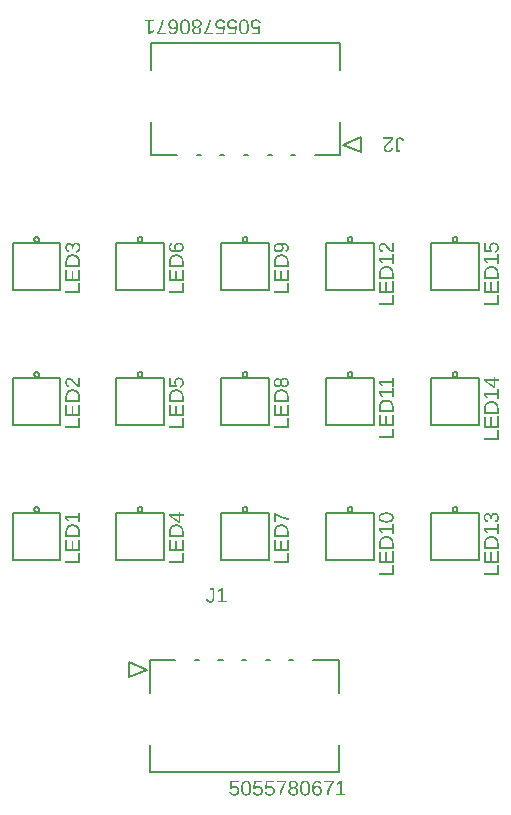
<source format=gbr>
G04 EAGLE Gerber RS-274X export*
G75*
%MOMM*%
%FSLAX34Y34*%
%LPD*%
%INSilkscreen Top*%
%IPPOS*%
%AMOC8*
5,1,8,0,0,1.08239X$1,22.5*%
G01*
G04 Define Apertures*
%ADD10C,0.152400*%
%ADD11C,0.127000*%
G36*
X204427Y7959D02*
X204681Y7978D01*
X204926Y8010D01*
X205164Y8055D01*
X205615Y8182D01*
X206034Y8360D01*
X206420Y8589D01*
X206774Y8869D01*
X207095Y9200D01*
X207384Y9582D01*
X207639Y10012D01*
X207861Y10488D01*
X208048Y11009D01*
X208201Y11577D01*
X208321Y12190D01*
X208406Y12848D01*
X208457Y13553D01*
X208474Y14303D01*
X208458Y15065D01*
X208409Y15779D01*
X208328Y16444D01*
X208215Y17062D01*
X208069Y17631D01*
X207890Y18152D01*
X207679Y18625D01*
X207436Y19050D01*
X207159Y19426D01*
X206846Y19751D01*
X206497Y20027D01*
X206113Y20252D01*
X205692Y20427D01*
X205469Y20496D01*
X205236Y20553D01*
X204995Y20596D01*
X204745Y20628D01*
X204486Y20646D01*
X204217Y20653D01*
X203942Y20647D01*
X203676Y20628D01*
X203419Y20597D01*
X203172Y20554D01*
X202934Y20498D01*
X202705Y20430D01*
X202276Y20256D01*
X201885Y20033D01*
X201532Y19761D01*
X201216Y19439D01*
X200937Y19067D01*
X200694Y18646D01*
X200483Y18175D01*
X200305Y17654D01*
X200159Y17084D01*
X200045Y16463D01*
X199964Y15793D01*
X199916Y15073D01*
X199899Y14303D01*
X199916Y13549D01*
X199966Y12841D01*
X200050Y12180D01*
X200167Y11566D01*
X200317Y10998D01*
X200500Y10476D01*
X200718Y10002D01*
X200968Y9573D01*
X201252Y9193D01*
X201568Y8864D01*
X201918Y8586D01*
X202301Y8358D01*
X202718Y8181D01*
X203167Y8054D01*
X203404Y8010D01*
X203649Y7978D01*
X203903Y7959D01*
X204165Y7953D01*
X204427Y7959D01*
G37*
G36*
X254302Y7959D02*
X254556Y7978D01*
X254801Y8010D01*
X255039Y8055D01*
X255490Y8182D01*
X255909Y8360D01*
X256295Y8589D01*
X256649Y8869D01*
X256970Y9200D01*
X257259Y9582D01*
X257514Y10012D01*
X257736Y10488D01*
X257923Y11009D01*
X258076Y11577D01*
X258196Y12190D01*
X258281Y12848D01*
X258332Y13553D01*
X258349Y14303D01*
X258333Y15065D01*
X258284Y15779D01*
X258203Y16444D01*
X258090Y17062D01*
X257944Y17631D01*
X257765Y18152D01*
X257554Y18625D01*
X257311Y19050D01*
X257034Y19426D01*
X256721Y19751D01*
X256372Y20027D01*
X255988Y20252D01*
X255567Y20427D01*
X255344Y20496D01*
X255111Y20553D01*
X254870Y20596D01*
X254620Y20628D01*
X254361Y20646D01*
X254092Y20653D01*
X253817Y20647D01*
X253551Y20628D01*
X253294Y20597D01*
X253047Y20554D01*
X252809Y20498D01*
X252580Y20430D01*
X252151Y20256D01*
X251760Y20033D01*
X251407Y19761D01*
X251091Y19439D01*
X250812Y19067D01*
X250569Y18646D01*
X250358Y18175D01*
X250180Y17654D01*
X250034Y17084D01*
X249920Y16463D01*
X249839Y15793D01*
X249791Y15073D01*
X249774Y14303D01*
X249791Y13549D01*
X249841Y12841D01*
X249925Y12180D01*
X250042Y11566D01*
X250192Y10998D01*
X250375Y10476D01*
X250593Y10002D01*
X250843Y9573D01*
X251127Y9193D01*
X251443Y8864D01*
X251793Y8586D01*
X252176Y8358D01*
X252593Y8181D01*
X253042Y8054D01*
X253279Y8010D01*
X253524Y7978D01*
X253778Y7959D01*
X254040Y7953D01*
X254302Y7959D01*
G37*
G36*
X244591Y7968D02*
X245054Y8013D01*
X245488Y8087D01*
X245893Y8191D01*
X246268Y8326D01*
X246613Y8490D01*
X246929Y8684D01*
X247215Y8908D01*
X247470Y9158D01*
X247691Y9432D01*
X247877Y9729D01*
X248030Y10051D01*
X248149Y10395D01*
X248234Y10763D01*
X248285Y11155D01*
X248301Y11570D01*
X248291Y11868D01*
X248260Y12153D01*
X248209Y12426D01*
X248137Y12686D01*
X248045Y12933D01*
X247932Y13167D01*
X247799Y13389D01*
X247645Y13598D01*
X247611Y13635D01*
X247472Y13791D01*
X247283Y13964D01*
X247078Y14119D01*
X246856Y14254D01*
X246618Y14369D01*
X246364Y14466D01*
X246093Y14543D01*
X245805Y14601D01*
X245805Y14636D01*
X246053Y14695D01*
X246286Y14773D01*
X246507Y14869D01*
X246714Y14984D01*
X246908Y15117D01*
X247070Y15253D01*
X247088Y15268D01*
X247255Y15437D01*
X247408Y15625D01*
X247546Y15827D01*
X247665Y16036D01*
X247766Y16255D01*
X247848Y16481D01*
X247912Y16717D01*
X247958Y16960D01*
X247986Y17213D01*
X247995Y17473D01*
X247978Y17830D01*
X247929Y18167D01*
X247847Y18485D01*
X247731Y18785D01*
X247583Y19066D01*
X247401Y19327D01*
X247187Y19570D01*
X246940Y19794D01*
X246664Y19996D01*
X246364Y20170D01*
X246040Y20317D01*
X245693Y20438D01*
X245321Y20532D01*
X244925Y20599D01*
X244506Y20639D01*
X244062Y20653D01*
X243629Y20639D01*
X243219Y20598D01*
X242830Y20530D01*
X242465Y20434D01*
X242122Y20311D01*
X241802Y20160D01*
X241504Y19982D01*
X241229Y19777D01*
X240982Y19550D01*
X240767Y19306D01*
X240586Y19045D01*
X240437Y18767D01*
X240322Y18473D01*
X240240Y18163D01*
X240190Y17835D01*
X240174Y17491D01*
X240183Y17230D01*
X240210Y16978D01*
X240255Y16734D01*
X240319Y16499D01*
X240401Y16272D01*
X240501Y16054D01*
X240619Y15844D01*
X240756Y15643D01*
X240908Y15454D01*
X241074Y15283D01*
X241253Y15129D01*
X241445Y14993D01*
X241650Y14873D01*
X241869Y14771D01*
X242100Y14686D01*
X242346Y14618D01*
X242346Y14583D01*
X242082Y14529D01*
X241831Y14455D01*
X241592Y14361D01*
X241365Y14246D01*
X241150Y14111D01*
X240946Y13956D01*
X240755Y13780D01*
X240576Y13585D01*
X240414Y13373D01*
X240274Y13149D01*
X240155Y12913D01*
X240057Y12665D01*
X239982Y12405D01*
X239928Y12133D01*
X239895Y11849D01*
X239885Y11553D01*
X239902Y11134D01*
X239954Y10739D01*
X240042Y10369D01*
X240164Y10024D01*
X240321Y9704D01*
X240513Y9408D01*
X240739Y9137D01*
X241001Y8890D01*
X241294Y8670D01*
X241614Y8480D01*
X241960Y8319D01*
X242334Y8187D01*
X242734Y8085D01*
X243162Y8011D01*
X243616Y7968D01*
X244097Y7953D01*
X244591Y7968D01*
G37*
G36*
X264699Y7971D02*
X265127Y8023D01*
X265531Y8112D01*
X265909Y8235D01*
X266262Y8394D01*
X266590Y8588D01*
X266893Y8818D01*
X267170Y9083D01*
X267419Y9378D01*
X267634Y9699D01*
X267816Y10046D01*
X267965Y10418D01*
X268081Y10817D01*
X268164Y11241D01*
X268214Y11690D01*
X268230Y12166D01*
X268215Y12605D01*
X268168Y13022D01*
X268089Y13415D01*
X267980Y13786D01*
X267838Y14134D01*
X267666Y14458D01*
X267462Y14760D01*
X267227Y15038D01*
X266966Y15289D01*
X266682Y15506D01*
X266376Y15690D01*
X266048Y15840D01*
X265698Y15957D01*
X265326Y16040D01*
X264933Y16090D01*
X264517Y16107D01*
X264268Y16101D01*
X264027Y16081D01*
X263793Y16049D01*
X263566Y16003D01*
X263134Y15873D01*
X262730Y15691D01*
X262362Y15459D01*
X262038Y15180D01*
X261758Y14853D01*
X261521Y14478D01*
X261533Y15056D01*
X261567Y15599D01*
X261625Y16106D01*
X261706Y16579D01*
X261810Y17016D01*
X261937Y17418D01*
X262088Y17785D01*
X262261Y18117D01*
X262456Y18412D01*
X262669Y18667D01*
X262902Y18883D01*
X263154Y19060D01*
X263424Y19197D01*
X263714Y19295D01*
X264022Y19354D01*
X264350Y19374D01*
X264725Y19350D01*
X265065Y19280D01*
X265371Y19162D01*
X265642Y18997D01*
X265879Y18786D01*
X266081Y18527D01*
X266249Y18221D01*
X266382Y17868D01*
X267889Y18139D01*
X267790Y18443D01*
X267675Y18728D01*
X267543Y18993D01*
X267396Y19239D01*
X267232Y19465D01*
X267053Y19671D01*
X266857Y19857D01*
X266645Y20024D01*
X266417Y20172D01*
X266173Y20299D01*
X265912Y20407D01*
X265635Y20496D01*
X265343Y20564D01*
X265034Y20613D01*
X264709Y20643D01*
X264368Y20653D01*
X264107Y20646D01*
X263853Y20626D01*
X263607Y20592D01*
X263369Y20545D01*
X263138Y20485D01*
X262915Y20411D01*
X262491Y20224D01*
X262098Y19982D01*
X261735Y19687D01*
X261403Y19338D01*
X261101Y18936D01*
X260832Y18484D01*
X260599Y17985D01*
X260402Y17439D01*
X260240Y16847D01*
X260115Y16209D01*
X260025Y15523D01*
X259971Y14792D01*
X259953Y14014D01*
X259971Y13296D01*
X260022Y12622D01*
X260109Y11992D01*
X260229Y11406D01*
X260384Y10864D01*
X260574Y10366D01*
X260798Y9913D01*
X261057Y9503D01*
X261348Y9140D01*
X261670Y8825D01*
X262023Y8558D01*
X262406Y8340D01*
X262820Y8171D01*
X263264Y8050D01*
X263739Y7977D01*
X263988Y7959D01*
X264245Y7953D01*
X264699Y7971D01*
G37*
%LPC*%
G36*
X203844Y9259D02*
X203529Y9316D01*
X203238Y9412D01*
X202970Y9545D01*
X202727Y9716D01*
X202506Y9925D01*
X202310Y10172D01*
X202137Y10458D01*
X201986Y10784D01*
X201856Y11155D01*
X201745Y11569D01*
X201654Y12028D01*
X201584Y12530D01*
X201534Y13077D01*
X201504Y13668D01*
X201493Y14303D01*
X201503Y14956D01*
X201533Y15561D01*
X201583Y16118D01*
X201652Y16628D01*
X201742Y17090D01*
X201851Y17505D01*
X201980Y17872D01*
X202128Y18192D01*
X202300Y18469D01*
X202497Y18709D01*
X202720Y18912D01*
X202968Y19078D01*
X203242Y19208D01*
X203542Y19300D01*
X203867Y19355D01*
X204217Y19374D01*
X204560Y19355D01*
X204877Y19299D01*
X205169Y19205D01*
X205436Y19074D01*
X205678Y18905D01*
X205895Y18699D01*
X206087Y18455D01*
X206254Y18174D01*
X206398Y17851D01*
X206524Y17482D01*
X206630Y17067D01*
X206717Y16606D01*
X206784Y16099D01*
X206833Y15546D01*
X206862Y14948D01*
X206871Y14303D01*
X206861Y13680D01*
X206831Y13098D01*
X206780Y12559D01*
X206709Y12061D01*
X206618Y11604D01*
X206507Y11189D01*
X206375Y10816D01*
X206223Y10484D01*
X206049Y10193D01*
X205853Y9940D01*
X205632Y9726D01*
X205389Y9551D01*
X205122Y9415D01*
X204832Y9318D01*
X204519Y9260D01*
X204182Y9240D01*
X203844Y9259D01*
G37*
G36*
X253719Y9259D02*
X253404Y9316D01*
X253113Y9412D01*
X252845Y9545D01*
X252602Y9716D01*
X252381Y9925D01*
X252185Y10172D01*
X252012Y10458D01*
X251861Y10784D01*
X251731Y11155D01*
X251620Y11569D01*
X251529Y12028D01*
X251459Y12530D01*
X251409Y13077D01*
X251379Y13668D01*
X251368Y14303D01*
X251378Y14956D01*
X251408Y15561D01*
X251458Y16118D01*
X251527Y16628D01*
X251617Y17090D01*
X251726Y17505D01*
X251855Y17872D01*
X252003Y18192D01*
X252175Y18469D01*
X252372Y18709D01*
X252595Y18912D01*
X252843Y19078D01*
X253117Y19208D01*
X253417Y19300D01*
X253742Y19355D01*
X254092Y19374D01*
X254435Y19355D01*
X254752Y19299D01*
X255044Y19205D01*
X255311Y19074D01*
X255553Y18905D01*
X255770Y18699D01*
X255962Y18455D01*
X256129Y18174D01*
X256273Y17851D01*
X256399Y17482D01*
X256505Y17067D01*
X256592Y16606D01*
X256659Y16099D01*
X256708Y15546D01*
X256737Y14948D01*
X256746Y14303D01*
X256736Y13680D01*
X256706Y13098D01*
X256655Y12559D01*
X256584Y12061D01*
X256493Y11604D01*
X256382Y11189D01*
X256250Y10816D01*
X256098Y10484D01*
X255924Y10193D01*
X255728Y9940D01*
X255507Y9726D01*
X255264Y9551D01*
X254997Y9415D01*
X254707Y9318D01*
X254394Y9260D01*
X254057Y9240D01*
X253719Y9259D01*
G37*
%LPD*%
G36*
X194574Y7970D02*
X195046Y8023D01*
X195491Y8111D01*
X195907Y8233D01*
X196296Y8391D01*
X196656Y8583D01*
X196988Y8811D01*
X197292Y9074D01*
X197564Y9367D01*
X197800Y9686D01*
X197999Y10032D01*
X198163Y10403D01*
X198290Y10800D01*
X198380Y11224D01*
X198435Y11673D01*
X198453Y12148D01*
X198436Y12567D01*
X198385Y12966D01*
X198301Y13345D01*
X198182Y13703D01*
X198030Y14041D01*
X197844Y14359D01*
X197625Y14656D01*
X197371Y14933D01*
X197089Y15184D01*
X196784Y15401D01*
X196456Y15585D01*
X196104Y15735D01*
X195730Y15852D01*
X195332Y15935D01*
X194911Y15985D01*
X194468Y16002D01*
X194094Y15990D01*
X193737Y15953D01*
X193395Y15891D01*
X193068Y15805D01*
X192758Y15694D01*
X192462Y15559D01*
X192183Y15398D01*
X191919Y15214D01*
X192155Y19129D01*
X197735Y19129D01*
X197735Y20469D01*
X190719Y20469D01*
X190307Y13830D01*
X191849Y13830D01*
X192125Y14053D01*
X192401Y14241D01*
X192676Y14395D01*
X192952Y14513D01*
X193234Y14601D01*
X193526Y14664D01*
X193829Y14702D01*
X194144Y14714D01*
X194442Y14703D01*
X194725Y14670D01*
X194992Y14613D01*
X195244Y14535D01*
X195480Y14434D01*
X195700Y14310D01*
X195904Y14165D01*
X196092Y13996D01*
X196262Y13810D01*
X196408Y13609D01*
X196533Y13395D01*
X196634Y13166D01*
X196713Y12924D01*
X196770Y12668D01*
X196804Y12397D01*
X196815Y12113D01*
X196804Y11787D01*
X196770Y11479D01*
X196714Y11189D01*
X196635Y10917D01*
X196534Y10662D01*
X196411Y10426D01*
X196265Y10207D01*
X196097Y10007D01*
X195909Y9827D01*
X195703Y9671D01*
X195480Y9540D01*
X195241Y9432D01*
X194983Y9348D01*
X194709Y9288D01*
X194417Y9252D01*
X194109Y9240D01*
X193856Y9247D01*
X193616Y9269D01*
X193388Y9305D01*
X193173Y9355D01*
X192970Y9419D01*
X192779Y9498D01*
X192600Y9591D01*
X192433Y9698D01*
X192279Y9820D01*
X192137Y9955D01*
X192007Y10106D01*
X191890Y10270D01*
X191785Y10449D01*
X191692Y10642D01*
X191611Y10849D01*
X191542Y11071D01*
X189948Y10887D01*
X190030Y10541D01*
X190137Y10215D01*
X190268Y9911D01*
X190423Y9628D01*
X190603Y9366D01*
X190807Y9125D01*
X191035Y8905D01*
X191288Y8706D01*
X191564Y8530D01*
X191860Y8377D01*
X192177Y8247D01*
X192514Y8141D01*
X192873Y8059D01*
X193252Y8000D01*
X193653Y7965D01*
X194073Y7953D01*
X194574Y7970D01*
G37*
G36*
X214512Y7970D02*
X214984Y8023D01*
X215428Y8111D01*
X215845Y8233D01*
X216233Y8391D01*
X216593Y8583D01*
X216926Y8811D01*
X217230Y9074D01*
X217502Y9367D01*
X217737Y9686D01*
X217937Y10032D01*
X218100Y10403D01*
X218227Y10800D01*
X218318Y11224D01*
X218372Y11673D01*
X218390Y12148D01*
X218373Y12567D01*
X218323Y12966D01*
X218238Y13345D01*
X218120Y13703D01*
X217968Y14041D01*
X217782Y14359D01*
X217562Y14656D01*
X217309Y14933D01*
X217027Y15184D01*
X216721Y15401D01*
X216393Y15585D01*
X216042Y15735D01*
X215667Y15852D01*
X215270Y15935D01*
X214849Y15985D01*
X214405Y16002D01*
X214032Y15990D01*
X213674Y15953D01*
X213332Y15891D01*
X213006Y15805D01*
X212695Y15694D01*
X212400Y15559D01*
X212120Y15398D01*
X211856Y15214D01*
X212093Y19129D01*
X217672Y19129D01*
X217672Y20469D01*
X210656Y20469D01*
X210245Y13830D01*
X211786Y13830D01*
X212062Y14053D01*
X212338Y14241D01*
X212614Y14395D01*
X212890Y14513D01*
X213171Y14601D01*
X213464Y14664D01*
X213767Y14702D01*
X214081Y14714D01*
X214380Y14703D01*
X214663Y14670D01*
X214930Y14613D01*
X215181Y14535D01*
X215417Y14434D01*
X215637Y14310D01*
X215841Y14165D01*
X216030Y13996D01*
X216199Y13810D01*
X216346Y13609D01*
X216470Y13395D01*
X216572Y13166D01*
X216651Y12924D01*
X216707Y12668D01*
X216741Y12397D01*
X216752Y12113D01*
X216741Y11787D01*
X216708Y11479D01*
X216651Y11189D01*
X216573Y10917D01*
X216472Y10662D01*
X216348Y10426D01*
X216203Y10207D01*
X216034Y10007D01*
X215846Y9827D01*
X215641Y9671D01*
X215418Y9540D01*
X215178Y9432D01*
X214921Y9348D01*
X214647Y9288D01*
X214355Y9252D01*
X214046Y9240D01*
X213794Y9247D01*
X213554Y9269D01*
X213326Y9305D01*
X213110Y9355D01*
X212907Y9419D01*
X212716Y9498D01*
X212537Y9591D01*
X212371Y9698D01*
X212217Y9820D01*
X212075Y9955D01*
X211945Y10106D01*
X211827Y10270D01*
X211722Y10449D01*
X211629Y10642D01*
X211548Y10849D01*
X211480Y11071D01*
X209886Y10887D01*
X209968Y10541D01*
X210075Y10215D01*
X210206Y9911D01*
X210361Y9628D01*
X210541Y9366D01*
X210745Y9125D01*
X210973Y8905D01*
X211226Y8706D01*
X211501Y8530D01*
X211797Y8377D01*
X212114Y8247D01*
X212452Y8141D01*
X212811Y8059D01*
X213190Y8000D01*
X213590Y7965D01*
X214011Y7953D01*
X214512Y7970D01*
G37*
G36*
X224480Y7970D02*
X224953Y8023D01*
X225397Y8111D01*
X225814Y8233D01*
X226202Y8391D01*
X226562Y8583D01*
X226894Y8811D01*
X227198Y9074D01*
X227470Y9367D01*
X227706Y9686D01*
X227906Y10032D01*
X228069Y10403D01*
X228196Y10800D01*
X228286Y11224D01*
X228341Y11673D01*
X228359Y12148D01*
X228342Y12567D01*
X228291Y12966D01*
X228207Y13345D01*
X228089Y13703D01*
X227936Y14041D01*
X227751Y14359D01*
X227531Y14656D01*
X227277Y14933D01*
X226995Y15184D01*
X226690Y15401D01*
X226362Y15585D01*
X226011Y15735D01*
X225636Y15852D01*
X225238Y15935D01*
X224818Y15985D01*
X224374Y16002D01*
X224001Y15990D01*
X223643Y15953D01*
X223301Y15891D01*
X222975Y15805D01*
X222664Y15694D01*
X222369Y15559D01*
X222089Y15398D01*
X221825Y15214D01*
X222062Y19129D01*
X227641Y19129D01*
X227641Y20469D01*
X220625Y20469D01*
X220214Y13830D01*
X221755Y13830D01*
X222031Y14053D01*
X222307Y14241D01*
X222583Y14395D01*
X222859Y14513D01*
X223140Y14601D01*
X223432Y14664D01*
X223736Y14702D01*
X224050Y14714D01*
X224348Y14703D01*
X224631Y14670D01*
X224899Y14613D01*
X225150Y14535D01*
X225386Y14434D01*
X225606Y14310D01*
X225810Y14165D01*
X225999Y13996D01*
X226168Y13810D01*
X226315Y13609D01*
X226439Y13395D01*
X226541Y13166D01*
X226620Y12924D01*
X226676Y12668D01*
X226710Y12397D01*
X226721Y12113D01*
X226710Y11787D01*
X226676Y11479D01*
X226620Y11189D01*
X226542Y10917D01*
X226441Y10662D01*
X226317Y10426D01*
X226171Y10207D01*
X226003Y10007D01*
X225815Y9827D01*
X225609Y9671D01*
X225387Y9540D01*
X225147Y9432D01*
X224890Y9348D01*
X224615Y9288D01*
X224324Y9252D01*
X224015Y9240D01*
X223763Y9247D01*
X223523Y9269D01*
X223295Y9305D01*
X223079Y9355D01*
X222876Y9419D01*
X222685Y9498D01*
X222506Y9591D01*
X222340Y9698D01*
X222185Y9820D01*
X222043Y9955D01*
X221914Y10106D01*
X221796Y10270D01*
X221691Y10449D01*
X221598Y10642D01*
X221517Y10849D01*
X221449Y11071D01*
X219854Y10887D01*
X219937Y10541D01*
X220043Y10215D01*
X220174Y9911D01*
X220330Y9628D01*
X220509Y9366D01*
X220713Y9125D01*
X220942Y8905D01*
X221195Y8706D01*
X221470Y8530D01*
X221766Y8377D01*
X222083Y8247D01*
X222421Y8141D01*
X222779Y8059D01*
X223159Y8000D01*
X223559Y7965D01*
X223980Y7953D01*
X224480Y7970D01*
G37*
G36*
X288080Y9468D02*
X285076Y9468D01*
X285076Y20469D01*
X283622Y20469D01*
X280705Y18463D01*
X280705Y16974D01*
X283491Y18962D01*
X283491Y9468D01*
X280346Y9468D01*
X280346Y8128D01*
X288080Y8128D01*
X288080Y9468D01*
G37*
G36*
X233955Y8553D02*
X233973Y8975D01*
X234046Y9807D01*
X234168Y10626D01*
X234338Y11430D01*
X234557Y12230D01*
X234825Y13035D01*
X235142Y13846D01*
X235507Y14662D01*
X235967Y15559D01*
X236565Y16613D01*
X237302Y17823D01*
X238179Y19190D01*
X238179Y20469D01*
X230025Y20469D01*
X230025Y19129D01*
X236655Y19129D01*
X236089Y18289D01*
X235565Y17475D01*
X235083Y16685D01*
X234644Y15920D01*
X234246Y15180D01*
X233890Y14464D01*
X233576Y13773D01*
X233305Y13107D01*
X233070Y12458D01*
X232866Y11816D01*
X232694Y11182D01*
X232553Y10555D01*
X232443Y9937D01*
X232365Y9326D01*
X232318Y8723D01*
X232302Y8128D01*
X233948Y8128D01*
X233955Y8553D01*
G37*
G36*
X273861Y8553D02*
X273879Y8975D01*
X273952Y9807D01*
X274074Y10626D01*
X274244Y11430D01*
X274464Y12230D01*
X274732Y13035D01*
X275048Y13846D01*
X275414Y14662D01*
X275873Y15559D01*
X276471Y16613D01*
X277209Y17823D01*
X278085Y19190D01*
X278085Y20469D01*
X269931Y20469D01*
X269931Y19129D01*
X276561Y19129D01*
X275995Y18289D01*
X275471Y17475D01*
X274990Y16685D01*
X274550Y15920D01*
X274152Y15180D01*
X273796Y14464D01*
X273483Y13773D01*
X273211Y13107D01*
X272976Y12458D01*
X272772Y11816D01*
X272600Y11182D01*
X272459Y10555D01*
X272349Y9937D01*
X272271Y9326D01*
X272224Y8723D01*
X272208Y8128D01*
X273855Y8128D01*
X273861Y8553D01*
G37*
%LPC*%
G36*
X263923Y9237D02*
X263666Y9280D01*
X263421Y9351D01*
X263189Y9451D01*
X262969Y9579D01*
X262761Y9735D01*
X262566Y9920D01*
X262384Y10134D01*
X262219Y10370D01*
X262075Y10621D01*
X261954Y10890D01*
X261855Y11174D01*
X261778Y11474D01*
X261723Y11791D01*
X261690Y12123D01*
X261679Y12472D01*
X261689Y12747D01*
X261721Y13007D01*
X261774Y13251D01*
X261849Y13481D01*
X261944Y13695D01*
X262061Y13894D01*
X262199Y14077D01*
X262358Y14246D01*
X262534Y14397D01*
X262724Y14527D01*
X262926Y14638D01*
X263143Y14729D01*
X263372Y14799D01*
X263615Y14849D01*
X263871Y14880D01*
X264140Y14890D01*
X264425Y14878D01*
X264694Y14844D01*
X264948Y14787D01*
X265184Y14708D01*
X265405Y14606D01*
X265610Y14481D01*
X265798Y14333D01*
X265971Y14163D01*
X266124Y13971D01*
X266258Y13761D01*
X266371Y13531D01*
X266463Y13282D01*
X266535Y13014D01*
X266586Y12727D01*
X266617Y12421D01*
X266627Y12096D01*
X266617Y11770D01*
X266587Y11461D01*
X266536Y11171D01*
X266465Y10899D01*
X266374Y10645D01*
X266263Y10408D01*
X266131Y10190D01*
X265979Y9989D01*
X265810Y9810D01*
X265625Y9654D01*
X265424Y9522D01*
X265209Y9414D01*
X264978Y9331D01*
X264731Y9271D01*
X264470Y9235D01*
X264193Y9223D01*
X263923Y9237D01*
G37*
G36*
X243800Y9145D02*
X243505Y9175D01*
X243231Y9225D01*
X242977Y9295D01*
X242743Y9384D01*
X242530Y9494D01*
X242337Y9623D01*
X242164Y9772D01*
X242012Y9942D01*
X241879Y10131D01*
X241768Y10340D01*
X241676Y10569D01*
X241605Y10818D01*
X241554Y11087D01*
X241524Y11375D01*
X241514Y11684D01*
X241524Y11950D01*
X241556Y12202D01*
X241608Y12439D01*
X241682Y12662D01*
X241777Y12869D01*
X241893Y13063D01*
X242030Y13241D01*
X242188Y13405D01*
X242365Y13552D01*
X242558Y13679D01*
X242768Y13787D01*
X242994Y13875D01*
X243236Y13943D01*
X243495Y13992D01*
X243771Y14021D01*
X244062Y14031D01*
X244362Y14022D01*
X244645Y13995D01*
X244911Y13949D01*
X245159Y13886D01*
X245390Y13804D01*
X245604Y13704D01*
X245801Y13585D01*
X245980Y13449D01*
X246141Y13294D01*
X246279Y13122D01*
X246397Y12933D01*
X246493Y12725D01*
X246568Y12500D01*
X246621Y12257D01*
X246653Y11997D01*
X246664Y11719D01*
X246654Y11393D01*
X246624Y11090D01*
X246575Y10810D01*
X246506Y10553D01*
X246417Y10319D01*
X246309Y10107D01*
X246181Y9919D01*
X246033Y9753D01*
X245865Y9608D01*
X245677Y9483D01*
X245468Y9376D01*
X245238Y9290D01*
X244988Y9222D01*
X244718Y9174D01*
X244427Y9145D01*
X244115Y9135D01*
X243800Y9145D01*
G37*
G36*
X243814Y15222D02*
X243563Y15248D01*
X243328Y15292D01*
X243109Y15353D01*
X242905Y15431D01*
X242716Y15527D01*
X242543Y15639D01*
X242385Y15770D01*
X242244Y15917D01*
X242123Y16079D01*
X242019Y16258D01*
X241935Y16452D01*
X241869Y16662D01*
X241823Y16887D01*
X241794Y17129D01*
X241785Y17386D01*
X241794Y17638D01*
X241822Y17875D01*
X241867Y18095D01*
X241931Y18299D01*
X242013Y18487D01*
X242113Y18659D01*
X242231Y18814D01*
X242368Y18954D01*
X242521Y19077D01*
X242692Y19183D01*
X242879Y19274D01*
X243082Y19348D01*
X243303Y19405D01*
X243539Y19446D01*
X243793Y19471D01*
X244062Y19479D01*
X244340Y19471D01*
X244600Y19446D01*
X244842Y19405D01*
X245066Y19348D01*
X245272Y19275D01*
X245461Y19185D01*
X245631Y19078D01*
X245783Y18956D01*
X245918Y18817D01*
X246034Y18661D01*
X246133Y18490D01*
X246214Y18302D01*
X246276Y18097D01*
X246321Y17876D01*
X246348Y17639D01*
X246357Y17386D01*
X246348Y17109D01*
X246321Y16852D01*
X246275Y16615D01*
X246211Y16397D01*
X246130Y16200D01*
X246029Y16022D01*
X245911Y15864D01*
X245775Y15726D01*
X245621Y15606D01*
X245450Y15502D01*
X245263Y15414D01*
X245060Y15342D01*
X244840Y15286D01*
X244603Y15246D01*
X244350Y15222D01*
X244080Y15214D01*
X243814Y15222D01*
G37*
%LPD*%
G36*
X187741Y172790D02*
X184737Y172790D01*
X184737Y183791D01*
X183283Y183791D01*
X180366Y181785D01*
X180366Y180296D01*
X183151Y182284D01*
X183151Y172790D01*
X180007Y172790D01*
X180007Y171450D01*
X187741Y171450D01*
X187741Y172790D01*
G37*
G36*
X174086Y171291D02*
X174475Y171339D01*
X174841Y171420D01*
X175186Y171532D01*
X175507Y171677D01*
X175806Y171854D01*
X176083Y172063D01*
X176337Y172304D01*
X176565Y172573D01*
X176763Y172866D01*
X176930Y173184D01*
X177066Y173525D01*
X177173Y173890D01*
X177249Y174279D01*
X177294Y174692D01*
X177309Y175129D01*
X177309Y183791D01*
X173272Y183791D01*
X173272Y182424D01*
X175645Y182424D01*
X175645Y175094D01*
X175637Y174800D01*
X175612Y174526D01*
X175571Y174269D01*
X175514Y174030D01*
X175440Y173810D01*
X175350Y173608D01*
X175243Y173424D01*
X175120Y173259D01*
X174982Y173112D01*
X174833Y172985D01*
X174671Y172877D01*
X174498Y172789D01*
X174312Y172720D01*
X174115Y172672D01*
X173905Y172642D01*
X173683Y172632D01*
X173480Y172641D01*
X173285Y172668D01*
X173099Y172712D01*
X172921Y172775D01*
X172753Y172855D01*
X172593Y172953D01*
X172442Y173068D01*
X172300Y173202D01*
X172168Y173351D01*
X172048Y173514D01*
X171941Y173692D01*
X171846Y173883D01*
X171764Y174088D01*
X171694Y174307D01*
X171636Y174540D01*
X171590Y174787D01*
X169952Y174515D01*
X170036Y174123D01*
X170139Y173756D01*
X170262Y173414D01*
X170405Y173098D01*
X170568Y172807D01*
X170751Y172541D01*
X170954Y172300D01*
X171176Y172085D01*
X171419Y171895D01*
X171681Y171731D01*
X171964Y171591D01*
X172266Y171477D01*
X172588Y171389D01*
X172931Y171325D01*
X173293Y171288D01*
X173675Y171275D01*
X174086Y171291D01*
G37*
G36*
X152583Y652454D02*
X152849Y652472D01*
X153106Y652503D01*
X153353Y652546D01*
X153591Y652602D01*
X153820Y652670D01*
X154249Y652844D01*
X154640Y653067D01*
X154993Y653339D01*
X155309Y653661D01*
X155588Y654033D01*
X155831Y654454D01*
X156042Y654925D01*
X156220Y655446D01*
X156366Y656016D01*
X156480Y656637D01*
X156561Y657307D01*
X156609Y658027D01*
X156626Y658797D01*
X156609Y659551D01*
X156559Y660259D01*
X156475Y660920D01*
X156358Y661534D01*
X156208Y662102D01*
X156025Y662624D01*
X155807Y663099D01*
X155557Y663527D01*
X155273Y663907D01*
X154957Y664236D01*
X154607Y664514D01*
X154224Y664742D01*
X153807Y664919D01*
X153358Y665046D01*
X153121Y665090D01*
X152876Y665122D01*
X152622Y665141D01*
X152360Y665147D01*
X152098Y665141D01*
X151844Y665122D01*
X151599Y665090D01*
X151361Y665045D01*
X150910Y664918D01*
X150491Y664740D01*
X150105Y664511D01*
X149752Y664231D01*
X149430Y663900D01*
X149141Y663518D01*
X148886Y663088D01*
X148664Y662612D01*
X148477Y662091D01*
X148324Y661523D01*
X148204Y660910D01*
X148119Y660252D01*
X148068Y659547D01*
X148051Y658797D01*
X148067Y658035D01*
X148116Y657321D01*
X148197Y656656D01*
X148310Y656038D01*
X148456Y655469D01*
X148635Y654948D01*
X148846Y654475D01*
X149089Y654050D01*
X149366Y653674D01*
X149679Y653349D01*
X150028Y653073D01*
X150413Y652848D01*
X150833Y652673D01*
X151056Y652604D01*
X151289Y652547D01*
X151530Y652504D01*
X151780Y652472D01*
X152039Y652454D01*
X152308Y652447D01*
X152583Y652454D01*
G37*
G36*
X202458Y652454D02*
X202724Y652472D01*
X202981Y652503D01*
X203228Y652546D01*
X203466Y652602D01*
X203695Y652670D01*
X204124Y652844D01*
X204515Y653067D01*
X204868Y653339D01*
X205184Y653661D01*
X205463Y654033D01*
X205706Y654454D01*
X205917Y654925D01*
X206095Y655446D01*
X206241Y656016D01*
X206355Y656637D01*
X206436Y657307D01*
X206484Y658027D01*
X206501Y658797D01*
X206484Y659551D01*
X206434Y660259D01*
X206350Y660920D01*
X206233Y661534D01*
X206083Y662102D01*
X205900Y662624D01*
X205682Y663099D01*
X205432Y663527D01*
X205148Y663907D01*
X204832Y664236D01*
X204482Y664514D01*
X204099Y664742D01*
X203682Y664919D01*
X203233Y665046D01*
X202996Y665090D01*
X202751Y665122D01*
X202497Y665141D01*
X202235Y665147D01*
X201973Y665141D01*
X201719Y665122D01*
X201474Y665090D01*
X201236Y665045D01*
X200785Y664918D01*
X200366Y664740D01*
X199980Y664511D01*
X199627Y664231D01*
X199305Y663900D01*
X199016Y663518D01*
X198761Y663088D01*
X198539Y662612D01*
X198352Y662091D01*
X198199Y661523D01*
X198079Y660910D01*
X197994Y660252D01*
X197943Y659547D01*
X197926Y658797D01*
X197942Y658035D01*
X197991Y657321D01*
X198072Y656656D01*
X198185Y656038D01*
X198331Y655469D01*
X198510Y654948D01*
X198721Y654475D01*
X198964Y654050D01*
X199241Y653674D01*
X199554Y653349D01*
X199903Y653073D01*
X200288Y652848D01*
X200708Y652673D01*
X200931Y652604D01*
X201164Y652547D01*
X201405Y652504D01*
X201655Y652472D01*
X201914Y652454D01*
X202183Y652447D01*
X202458Y652454D01*
G37*
G36*
X162771Y652461D02*
X163182Y652502D01*
X163570Y652570D01*
X163935Y652666D01*
X164278Y652789D01*
X164598Y652940D01*
X164896Y653118D01*
X165171Y653323D01*
X165418Y653550D01*
X165633Y653794D01*
X165814Y654055D01*
X165963Y654333D01*
X166078Y654627D01*
X166161Y654937D01*
X166210Y655265D01*
X166226Y655609D01*
X166217Y655870D01*
X166190Y656122D01*
X166145Y656366D01*
X166081Y656601D01*
X165999Y656828D01*
X165899Y657046D01*
X165781Y657256D01*
X165644Y657457D01*
X165492Y657646D01*
X165326Y657817D01*
X165147Y657971D01*
X164955Y658108D01*
X164750Y658227D01*
X164531Y658329D01*
X164300Y658414D01*
X164054Y658482D01*
X164054Y658517D01*
X164318Y658571D01*
X164569Y658645D01*
X164808Y658740D01*
X165035Y658854D01*
X165250Y658989D01*
X165454Y659144D01*
X165645Y659320D01*
X165824Y659515D01*
X165986Y659727D01*
X166126Y659951D01*
X166245Y660187D01*
X166343Y660435D01*
X166418Y660695D01*
X166472Y660967D01*
X166505Y661251D01*
X166516Y661547D01*
X166498Y661966D01*
X166446Y662361D01*
X166358Y662731D01*
X166236Y663076D01*
X166079Y663396D01*
X165887Y663692D01*
X165661Y663963D01*
X165399Y664210D01*
X165106Y664430D01*
X164787Y664620D01*
X164440Y664781D01*
X164066Y664913D01*
X163666Y665015D01*
X163238Y665089D01*
X162784Y665133D01*
X162303Y665147D01*
X161809Y665132D01*
X161346Y665088D01*
X160912Y665013D01*
X160507Y664909D01*
X160132Y664774D01*
X159787Y664610D01*
X159471Y664416D01*
X159185Y664193D01*
X158930Y663942D01*
X158709Y663668D01*
X158523Y663371D01*
X158370Y663050D01*
X158251Y662705D01*
X158166Y662337D01*
X158116Y661945D01*
X158099Y661530D01*
X158109Y661232D01*
X158140Y660947D01*
X158191Y660674D01*
X158263Y660414D01*
X158355Y660167D01*
X158468Y659933D01*
X158601Y659711D01*
X158755Y659502D01*
X158789Y659465D01*
X158928Y659309D01*
X159117Y659136D01*
X159322Y658982D01*
X159544Y658847D01*
X159782Y658731D01*
X160036Y658634D01*
X160307Y658557D01*
X160595Y658499D01*
X160595Y658464D01*
X160347Y658405D01*
X160114Y658327D01*
X159893Y658231D01*
X159686Y658116D01*
X159492Y657983D01*
X159330Y657847D01*
X159312Y657832D01*
X159145Y657663D01*
X158992Y657475D01*
X158854Y657273D01*
X158735Y657064D01*
X158634Y656845D01*
X158552Y656619D01*
X158488Y656383D01*
X158442Y656140D01*
X158414Y655887D01*
X158405Y655627D01*
X158422Y655270D01*
X158471Y654933D01*
X158554Y654615D01*
X158669Y654315D01*
X158817Y654034D01*
X158999Y653773D01*
X159213Y653530D01*
X159461Y653306D01*
X159736Y653104D01*
X160036Y652930D01*
X160360Y652783D01*
X160708Y652662D01*
X161079Y652568D01*
X161475Y652501D01*
X161894Y652461D01*
X162338Y652447D01*
X162771Y652461D01*
G37*
G36*
X142293Y652454D02*
X142547Y652474D01*
X142793Y652508D01*
X143031Y652555D01*
X143262Y652615D01*
X143485Y652689D01*
X143909Y652876D01*
X144302Y653118D01*
X144665Y653413D01*
X144997Y653762D01*
X145299Y654164D01*
X145568Y654616D01*
X145801Y655115D01*
X145998Y655661D01*
X146160Y656253D01*
X146285Y656891D01*
X146375Y657577D01*
X146429Y658308D01*
X146447Y659086D01*
X146429Y659804D01*
X146378Y660478D01*
X146291Y661108D01*
X146171Y661694D01*
X146016Y662236D01*
X145826Y662734D01*
X145602Y663187D01*
X145343Y663597D01*
X145052Y663960D01*
X144730Y664275D01*
X144377Y664542D01*
X143994Y664760D01*
X143580Y664929D01*
X143136Y665050D01*
X142661Y665123D01*
X142412Y665141D01*
X142155Y665147D01*
X141701Y665130D01*
X141273Y665077D01*
X140869Y664988D01*
X140491Y664865D01*
X140138Y664706D01*
X139810Y664512D01*
X139507Y664282D01*
X139230Y664017D01*
X138981Y663722D01*
X138766Y663401D01*
X138584Y663054D01*
X138435Y662682D01*
X138319Y662283D01*
X138236Y661859D01*
X138186Y661410D01*
X138170Y660934D01*
X138185Y660495D01*
X138232Y660078D01*
X138311Y659685D01*
X138421Y659314D01*
X138562Y658966D01*
X138734Y658642D01*
X138938Y658340D01*
X139173Y658062D01*
X139434Y657811D01*
X139718Y657594D01*
X140024Y657410D01*
X140352Y657260D01*
X140702Y657143D01*
X141074Y657060D01*
X141467Y657010D01*
X141883Y656993D01*
X142132Y656999D01*
X142373Y657019D01*
X142607Y657052D01*
X142834Y657097D01*
X143266Y657227D01*
X143670Y657409D01*
X144038Y657641D01*
X144362Y657920D01*
X144642Y658247D01*
X144879Y658622D01*
X144867Y658044D01*
X144833Y657501D01*
X144775Y656994D01*
X144694Y656521D01*
X144590Y656084D01*
X144463Y655682D01*
X144312Y655315D01*
X144139Y654983D01*
X143944Y654688D01*
X143731Y654433D01*
X143498Y654217D01*
X143246Y654040D01*
X142976Y653903D01*
X142686Y653805D01*
X142378Y653746D01*
X142050Y653726D01*
X141675Y653750D01*
X141335Y653820D01*
X141029Y653938D01*
X140758Y654103D01*
X140521Y654315D01*
X140319Y654573D01*
X140151Y654879D01*
X140018Y655233D01*
X138511Y654961D01*
X138610Y654657D01*
X138725Y654372D01*
X138857Y654107D01*
X139004Y653861D01*
X139168Y653635D01*
X139347Y653429D01*
X139543Y653243D01*
X139755Y653076D01*
X139983Y652928D01*
X140228Y652801D01*
X140488Y652693D01*
X140765Y652604D01*
X141057Y652536D01*
X141366Y652487D01*
X141691Y652457D01*
X142032Y652447D01*
X142293Y652454D01*
G37*
%LPC*%
G36*
X151965Y653745D02*
X151648Y653801D01*
X151356Y653895D01*
X151089Y654026D01*
X150847Y654195D01*
X150630Y654401D01*
X150438Y654645D01*
X150271Y654926D01*
X150127Y655249D01*
X150001Y655618D01*
X149895Y656033D01*
X149808Y656494D01*
X149741Y657001D01*
X149692Y657554D01*
X149663Y658152D01*
X149654Y658797D01*
X149664Y659420D01*
X149694Y660002D01*
X149745Y660541D01*
X149816Y661039D01*
X149907Y661496D01*
X150018Y661911D01*
X150150Y662284D01*
X150302Y662616D01*
X150476Y662907D01*
X150673Y663160D01*
X150893Y663374D01*
X151136Y663549D01*
X151403Y663685D01*
X151693Y663782D01*
X152006Y663840D01*
X152343Y663860D01*
X152681Y663841D01*
X152996Y663784D01*
X153287Y663688D01*
X153555Y663555D01*
X153798Y663384D01*
X154019Y663175D01*
X154215Y662928D01*
X154388Y662642D01*
X154539Y662316D01*
X154669Y661945D01*
X154780Y661531D01*
X154871Y661072D01*
X154941Y660570D01*
X154991Y660023D01*
X155021Y659432D01*
X155032Y658797D01*
X155022Y658144D01*
X154992Y657539D01*
X154942Y656982D01*
X154873Y656472D01*
X154783Y656010D01*
X154674Y655595D01*
X154545Y655228D01*
X154397Y654908D01*
X154225Y654631D01*
X154028Y654391D01*
X153805Y654188D01*
X153557Y654022D01*
X153283Y653892D01*
X152983Y653800D01*
X152658Y653745D01*
X152308Y653726D01*
X151965Y653745D01*
G37*
G36*
X201840Y653745D02*
X201523Y653801D01*
X201231Y653895D01*
X200964Y654026D01*
X200722Y654195D01*
X200505Y654401D01*
X200313Y654645D01*
X200146Y654926D01*
X200002Y655249D01*
X199876Y655618D01*
X199770Y656033D01*
X199683Y656494D01*
X199616Y657001D01*
X199567Y657554D01*
X199538Y658152D01*
X199529Y658797D01*
X199539Y659420D01*
X199569Y660002D01*
X199620Y660541D01*
X199691Y661039D01*
X199782Y661496D01*
X199893Y661911D01*
X200025Y662284D01*
X200177Y662616D01*
X200351Y662907D01*
X200548Y663160D01*
X200768Y663374D01*
X201011Y663549D01*
X201278Y663685D01*
X201568Y663782D01*
X201881Y663840D01*
X202218Y663860D01*
X202556Y663841D01*
X202871Y663784D01*
X203162Y663688D01*
X203430Y663555D01*
X203673Y663384D01*
X203894Y663175D01*
X204090Y662928D01*
X204263Y662642D01*
X204414Y662316D01*
X204544Y661945D01*
X204655Y661531D01*
X204746Y661072D01*
X204816Y660570D01*
X204866Y660023D01*
X204896Y659432D01*
X204907Y658797D01*
X204897Y658144D01*
X204867Y657539D01*
X204817Y656982D01*
X204748Y656472D01*
X204658Y656010D01*
X204549Y655595D01*
X204420Y655228D01*
X204272Y654908D01*
X204100Y654631D01*
X203903Y654391D01*
X203680Y654188D01*
X203432Y654022D01*
X203158Y653892D01*
X202858Y653800D01*
X202533Y653745D01*
X202183Y653726D01*
X201840Y653745D01*
G37*
%LPD*%
G36*
X186186Y659270D02*
X184645Y659270D01*
X184369Y659047D01*
X184093Y658859D01*
X183817Y658705D01*
X183541Y658587D01*
X183260Y658499D01*
X182968Y658436D01*
X182664Y658398D01*
X182350Y658386D01*
X182052Y658397D01*
X181769Y658430D01*
X181501Y658487D01*
X181250Y658565D01*
X181014Y658666D01*
X180794Y658790D01*
X180590Y658935D01*
X180401Y659104D01*
X180232Y659290D01*
X180085Y659491D01*
X179961Y659705D01*
X179860Y659934D01*
X179780Y660176D01*
X179724Y660432D01*
X179690Y660703D01*
X179679Y660987D01*
X179690Y661313D01*
X179724Y661621D01*
X179780Y661911D01*
X179858Y662184D01*
X179959Y662438D01*
X180083Y662674D01*
X180229Y662893D01*
X180397Y663093D01*
X180585Y663273D01*
X180791Y663429D01*
X181013Y663560D01*
X181253Y663668D01*
X181510Y663752D01*
X181785Y663812D01*
X182076Y663848D01*
X182385Y663860D01*
X182638Y663853D01*
X182878Y663831D01*
X183105Y663795D01*
X183321Y663745D01*
X183524Y663681D01*
X183715Y663602D01*
X183894Y663509D01*
X184060Y663402D01*
X184215Y663281D01*
X184357Y663145D01*
X184486Y662994D01*
X184604Y662830D01*
X184709Y662651D01*
X184802Y662458D01*
X184883Y662251D01*
X184952Y662029D01*
X186546Y662213D01*
X186463Y662559D01*
X186357Y662885D01*
X186226Y663189D01*
X186070Y663472D01*
X185891Y663734D01*
X185687Y663975D01*
X185458Y664195D01*
X185206Y664394D01*
X184930Y664571D01*
X184634Y664724D01*
X184317Y664853D01*
X183979Y664959D01*
X183621Y665041D01*
X183241Y665100D01*
X182841Y665135D01*
X182420Y665147D01*
X181920Y665130D01*
X181447Y665077D01*
X181003Y664990D01*
X180586Y664867D01*
X180198Y664709D01*
X179838Y664517D01*
X179506Y664289D01*
X179202Y664026D01*
X178930Y663733D01*
X178694Y663414D01*
X178494Y663068D01*
X178331Y662697D01*
X178204Y662300D01*
X178114Y661876D01*
X178059Y661427D01*
X178041Y660952D01*
X178058Y660533D01*
X178109Y660134D01*
X178193Y659755D01*
X178311Y659397D01*
X178464Y659059D01*
X178649Y658741D01*
X178869Y658444D01*
X179123Y658167D01*
X179405Y657916D01*
X179710Y657699D01*
X180038Y657515D01*
X180389Y657365D01*
X180764Y657248D01*
X181162Y657165D01*
X181582Y657115D01*
X182026Y657098D01*
X182399Y657110D01*
X182757Y657147D01*
X183099Y657209D01*
X183425Y657295D01*
X183736Y657406D01*
X184031Y657542D01*
X184311Y657702D01*
X184575Y657886D01*
X184338Y653971D01*
X178759Y653971D01*
X178759Y652631D01*
X185775Y652631D01*
X186186Y659270D01*
G37*
G36*
X196155Y659270D02*
X194614Y659270D01*
X194338Y659047D01*
X194062Y658859D01*
X193786Y658705D01*
X193510Y658587D01*
X193229Y658499D01*
X192936Y658436D01*
X192633Y658398D01*
X192319Y658386D01*
X192020Y658397D01*
X191737Y658430D01*
X191470Y658487D01*
X191219Y658565D01*
X190983Y658666D01*
X190763Y658790D01*
X190559Y658935D01*
X190370Y659104D01*
X190201Y659290D01*
X190054Y659491D01*
X189930Y659705D01*
X189828Y659934D01*
X189749Y660176D01*
X189693Y660432D01*
X189659Y660703D01*
X189648Y660987D01*
X189659Y661313D01*
X189693Y661621D01*
X189749Y661911D01*
X189827Y662184D01*
X189928Y662438D01*
X190052Y662674D01*
X190198Y662893D01*
X190366Y663093D01*
X190554Y663273D01*
X190759Y663429D01*
X190982Y663560D01*
X191222Y663668D01*
X191479Y663752D01*
X191754Y663812D01*
X192045Y663848D01*
X192354Y663860D01*
X192606Y663853D01*
X192846Y663831D01*
X193074Y663795D01*
X193290Y663745D01*
X193493Y663681D01*
X193684Y663602D01*
X193863Y663509D01*
X194029Y663402D01*
X194183Y663281D01*
X194325Y663145D01*
X194455Y662994D01*
X194573Y662830D01*
X194678Y662651D01*
X194771Y662458D01*
X194852Y662251D01*
X194920Y662029D01*
X196514Y662213D01*
X196432Y662559D01*
X196325Y662885D01*
X196195Y663189D01*
X196039Y663472D01*
X195859Y663734D01*
X195655Y663975D01*
X195427Y664195D01*
X195174Y664394D01*
X194899Y664571D01*
X194603Y664724D01*
X194286Y664853D01*
X193948Y664959D01*
X193590Y665041D01*
X193210Y665100D01*
X192810Y665135D01*
X192389Y665147D01*
X191889Y665130D01*
X191416Y665077D01*
X190972Y664990D01*
X190555Y664867D01*
X190167Y664709D01*
X189807Y664517D01*
X189474Y664289D01*
X189170Y664026D01*
X188898Y663733D01*
X188663Y663414D01*
X188463Y663068D01*
X188300Y662697D01*
X188173Y662300D01*
X188082Y661876D01*
X188028Y661427D01*
X188010Y660952D01*
X188027Y660533D01*
X188077Y660134D01*
X188162Y659755D01*
X188280Y659397D01*
X188432Y659059D01*
X188618Y658741D01*
X188838Y658444D01*
X189091Y658167D01*
X189373Y657916D01*
X189679Y657699D01*
X190007Y657515D01*
X190358Y657365D01*
X190733Y657248D01*
X191130Y657165D01*
X191551Y657115D01*
X191995Y657098D01*
X192368Y657110D01*
X192726Y657147D01*
X193068Y657209D01*
X193394Y657295D01*
X193705Y657406D01*
X194000Y657542D01*
X194280Y657702D01*
X194544Y657886D01*
X194307Y653971D01*
X188728Y653971D01*
X188728Y652631D01*
X195744Y652631D01*
X196155Y659270D01*
G37*
G36*
X216093Y659270D02*
X214551Y659270D01*
X214275Y659047D01*
X213999Y658859D01*
X213724Y658705D01*
X213448Y658587D01*
X213166Y658499D01*
X212874Y658436D01*
X212571Y658398D01*
X212256Y658386D01*
X211958Y658397D01*
X211675Y658430D01*
X211408Y658487D01*
X211156Y658565D01*
X210920Y658666D01*
X210700Y658790D01*
X210496Y658935D01*
X210308Y659104D01*
X210138Y659290D01*
X209992Y659491D01*
X209867Y659705D01*
X209766Y659934D01*
X209687Y660176D01*
X209630Y660432D01*
X209596Y660703D01*
X209585Y660987D01*
X209596Y661313D01*
X209630Y661621D01*
X209686Y661911D01*
X209765Y662184D01*
X209866Y662438D01*
X209989Y662674D01*
X210135Y662893D01*
X210303Y663093D01*
X210492Y663273D01*
X210697Y663429D01*
X210920Y663560D01*
X211159Y663668D01*
X211417Y663752D01*
X211691Y663812D01*
X211983Y663848D01*
X212292Y663860D01*
X212544Y663853D01*
X212784Y663831D01*
X213012Y663795D01*
X213227Y663745D01*
X213430Y663681D01*
X213621Y663602D01*
X213800Y663509D01*
X213967Y663402D01*
X214121Y663281D01*
X214263Y663145D01*
X214393Y662994D01*
X214510Y662830D01*
X214615Y662651D01*
X214708Y662458D01*
X214789Y662251D01*
X214858Y662029D01*
X216452Y662213D01*
X216370Y662559D01*
X216263Y662885D01*
X216132Y663189D01*
X215977Y663472D01*
X215797Y663734D01*
X215593Y663975D01*
X215365Y664195D01*
X215112Y664394D01*
X214836Y664571D01*
X214540Y664724D01*
X214223Y664853D01*
X213886Y664959D01*
X213527Y665041D01*
X213148Y665100D01*
X212748Y665135D01*
X212327Y665147D01*
X211826Y665130D01*
X211354Y665077D01*
X210909Y664990D01*
X210493Y664867D01*
X210104Y664709D01*
X209744Y664517D01*
X209412Y664289D01*
X209108Y664026D01*
X208836Y663733D01*
X208600Y663414D01*
X208401Y663068D01*
X208237Y662697D01*
X208110Y662300D01*
X208020Y661876D01*
X207965Y661427D01*
X207947Y660952D01*
X207964Y660533D01*
X208015Y660134D01*
X208099Y659755D01*
X208218Y659397D01*
X208370Y659059D01*
X208556Y658741D01*
X208775Y658444D01*
X209029Y658167D01*
X209311Y657916D01*
X209616Y657699D01*
X209944Y657515D01*
X210296Y657365D01*
X210670Y657248D01*
X211068Y657165D01*
X211489Y657115D01*
X211932Y657098D01*
X212306Y657110D01*
X212663Y657147D01*
X213005Y657209D01*
X213332Y657295D01*
X213642Y657406D01*
X213938Y657542D01*
X214217Y657702D01*
X214481Y657886D01*
X214245Y653971D01*
X208665Y653971D01*
X208665Y652631D01*
X215681Y652631D01*
X216093Y659270D01*
G37*
G36*
X125695Y654637D02*
X125695Y656126D01*
X122909Y654138D01*
X122909Y663632D01*
X126054Y663632D01*
X126054Y664972D01*
X118320Y664972D01*
X118320Y663632D01*
X121324Y663632D01*
X121324Y652631D01*
X122778Y652631D01*
X125695Y654637D01*
G37*
G36*
X136469Y653971D02*
X129839Y653971D01*
X130405Y654811D01*
X130929Y655625D01*
X131410Y656415D01*
X131850Y657180D01*
X132248Y657921D01*
X132604Y658636D01*
X132917Y659327D01*
X133189Y659993D01*
X133424Y660643D01*
X133628Y661284D01*
X133800Y661919D01*
X133941Y662545D01*
X134051Y663163D01*
X134129Y663774D01*
X134176Y664377D01*
X134192Y664972D01*
X132545Y664972D01*
X132539Y664547D01*
X132521Y664125D01*
X132448Y663293D01*
X132326Y662474D01*
X132156Y661670D01*
X131936Y660870D01*
X131668Y660065D01*
X131352Y659254D01*
X130986Y658438D01*
X130527Y657541D01*
X129929Y656487D01*
X129191Y655277D01*
X128315Y653910D01*
X128315Y652631D01*
X136469Y652631D01*
X136469Y653971D01*
G37*
G36*
X176375Y653971D02*
X169745Y653971D01*
X170311Y654811D01*
X170835Y655625D01*
X171317Y656415D01*
X171756Y657180D01*
X172154Y657921D01*
X172510Y658636D01*
X172824Y659327D01*
X173095Y659993D01*
X173330Y660643D01*
X173534Y661284D01*
X173706Y661919D01*
X173847Y662545D01*
X173957Y663163D01*
X174035Y663774D01*
X174082Y664377D01*
X174098Y664972D01*
X172452Y664972D01*
X172445Y664547D01*
X172427Y664125D01*
X172354Y663293D01*
X172232Y662474D01*
X172062Y661670D01*
X171843Y660870D01*
X171575Y660065D01*
X171258Y659254D01*
X170893Y658438D01*
X170433Y657541D01*
X169835Y656487D01*
X169098Y655277D01*
X168221Y653910D01*
X168221Y652631D01*
X176375Y652631D01*
X176375Y653971D01*
G37*
%LPC*%
G36*
X141975Y658222D02*
X141706Y658256D01*
X141452Y658313D01*
X141216Y658392D01*
X140995Y658494D01*
X140790Y658619D01*
X140602Y658767D01*
X140430Y658937D01*
X140276Y659129D01*
X140142Y659339D01*
X140029Y659569D01*
X139937Y659818D01*
X139865Y660086D01*
X139814Y660373D01*
X139783Y660679D01*
X139773Y661004D01*
X139783Y661330D01*
X139813Y661639D01*
X139864Y661929D01*
X139935Y662201D01*
X140026Y662455D01*
X140137Y662692D01*
X140269Y662910D01*
X140421Y663111D01*
X140590Y663290D01*
X140775Y663446D01*
X140976Y663578D01*
X141192Y663686D01*
X141423Y663769D01*
X141669Y663829D01*
X141931Y663865D01*
X142208Y663877D01*
X142477Y663863D01*
X142734Y663820D01*
X142979Y663749D01*
X143211Y663649D01*
X143431Y663521D01*
X143639Y663365D01*
X143834Y663180D01*
X144016Y662966D01*
X144181Y662731D01*
X144325Y662479D01*
X144446Y662210D01*
X144545Y661926D01*
X144622Y661626D01*
X144677Y661309D01*
X144710Y660977D01*
X144721Y660628D01*
X144711Y660353D01*
X144679Y660093D01*
X144626Y659849D01*
X144552Y659619D01*
X144456Y659405D01*
X144339Y659206D01*
X144202Y659023D01*
X144042Y658854D01*
X143866Y658703D01*
X143676Y658573D01*
X143474Y658462D01*
X143257Y658371D01*
X143028Y658301D01*
X142785Y658251D01*
X142529Y658220D01*
X142260Y658210D01*
X141975Y658222D01*
G37*
G36*
X162038Y659078D02*
X161755Y659105D01*
X161489Y659151D01*
X161241Y659214D01*
X161010Y659296D01*
X160796Y659396D01*
X160599Y659515D01*
X160420Y659651D01*
X160259Y659806D01*
X160121Y659978D01*
X160003Y660167D01*
X159907Y660375D01*
X159832Y660600D01*
X159779Y660843D01*
X159747Y661103D01*
X159736Y661381D01*
X159746Y661707D01*
X159776Y662010D01*
X159825Y662290D01*
X159894Y662547D01*
X159983Y662781D01*
X160091Y662993D01*
X160219Y663182D01*
X160367Y663347D01*
X160535Y663492D01*
X160723Y663617D01*
X160932Y663724D01*
X161162Y663810D01*
X161412Y663878D01*
X161682Y663926D01*
X161974Y663955D01*
X162285Y663965D01*
X162600Y663955D01*
X162895Y663925D01*
X163169Y663875D01*
X163423Y663806D01*
X163657Y663716D01*
X163870Y663606D01*
X164063Y663477D01*
X164236Y663328D01*
X164389Y663158D01*
X164521Y662969D01*
X164632Y662760D01*
X164724Y662531D01*
X164795Y662282D01*
X164846Y662013D01*
X164876Y661725D01*
X164886Y661416D01*
X164876Y661150D01*
X164844Y660898D01*
X164792Y660661D01*
X164718Y660438D01*
X164623Y660231D01*
X164507Y660037D01*
X164370Y659859D01*
X164212Y659695D01*
X164035Y659548D01*
X163842Y659421D01*
X163632Y659313D01*
X163406Y659225D01*
X163164Y659157D01*
X162905Y659108D01*
X162629Y659079D01*
X162338Y659069D01*
X162038Y659078D01*
G37*
G36*
X162060Y653629D02*
X161800Y653654D01*
X161558Y653695D01*
X161334Y653752D01*
X161128Y653825D01*
X160939Y653915D01*
X160769Y654022D01*
X160617Y654144D01*
X160482Y654283D01*
X160366Y654439D01*
X160267Y654610D01*
X160186Y654798D01*
X160124Y655003D01*
X160079Y655224D01*
X160052Y655461D01*
X160043Y655714D01*
X160052Y655991D01*
X160079Y656248D01*
X160125Y656485D01*
X160189Y656703D01*
X160270Y656900D01*
X160371Y657078D01*
X160489Y657236D01*
X160625Y657374D01*
X160779Y657494D01*
X160950Y657598D01*
X161137Y657686D01*
X161340Y657758D01*
X161560Y657814D01*
X161797Y657854D01*
X162050Y657878D01*
X162320Y657886D01*
X162586Y657878D01*
X162837Y657852D01*
X163072Y657808D01*
X163291Y657747D01*
X163495Y657669D01*
X163684Y657574D01*
X163857Y657461D01*
X164015Y657330D01*
X164156Y657183D01*
X164277Y657021D01*
X164381Y656842D01*
X164465Y656648D01*
X164531Y656438D01*
X164577Y656213D01*
X164606Y655971D01*
X164615Y655714D01*
X164606Y655462D01*
X164579Y655225D01*
X164533Y655005D01*
X164469Y654801D01*
X164387Y654613D01*
X164287Y654442D01*
X164169Y654286D01*
X164032Y654146D01*
X163879Y654023D01*
X163708Y653917D01*
X163521Y653826D01*
X163318Y653752D01*
X163097Y653695D01*
X162861Y653654D01*
X162607Y653629D01*
X162338Y653621D01*
X162060Y653629D01*
G37*
%LPD*%
G36*
X324765Y552639D02*
X325160Y552680D01*
X325537Y552748D01*
X325894Y552844D01*
X326232Y552967D01*
X326551Y553118D01*
X326850Y553296D01*
X327130Y553501D01*
X327386Y553730D01*
X327614Y553977D01*
X327814Y554243D01*
X327985Y554528D01*
X328128Y554832D01*
X328243Y555155D01*
X328329Y555497D01*
X328387Y555857D01*
X326776Y556006D01*
X326739Y555766D01*
X326685Y555539D01*
X326614Y555326D01*
X326527Y555127D01*
X326423Y554942D01*
X326302Y554770D01*
X326164Y554613D01*
X326009Y554469D01*
X325840Y554341D01*
X325661Y554229D01*
X325470Y554135D01*
X325268Y554058D01*
X325055Y553999D01*
X324831Y553956D01*
X324596Y553930D01*
X324349Y553922D01*
X324092Y553930D01*
X323849Y553957D01*
X323620Y554000D01*
X323406Y554062D01*
X323206Y554141D01*
X323021Y554237D01*
X322850Y554351D01*
X322694Y554482D01*
X322554Y554629D01*
X322433Y554791D01*
X322331Y554967D01*
X322247Y555157D01*
X322182Y555361D01*
X322136Y555579D01*
X322108Y555812D01*
X322098Y556059D01*
X322120Y556425D01*
X322185Y556772D01*
X322293Y557100D01*
X322444Y557407D01*
X322631Y557702D01*
X322844Y557990D01*
X323084Y558271D01*
X323351Y558546D01*
X323945Y559089D01*
X324608Y559632D01*
X325307Y560198D01*
X326014Y560810D01*
X326364Y561137D01*
X326707Y561482D01*
X327041Y561846D01*
X327367Y562229D01*
X327676Y562636D01*
X327961Y563073D01*
X328221Y563540D01*
X328457Y564038D01*
X328457Y565150D01*
X320285Y565150D01*
X320285Y563810D01*
X326723Y563810D01*
X326571Y563500D01*
X326377Y563185D01*
X326142Y562863D01*
X325865Y562536D01*
X325541Y562195D01*
X325166Y561834D01*
X324740Y561453D01*
X324262Y561051D01*
X323420Y560355D01*
X322727Y559757D01*
X322181Y559256D01*
X321783Y558853D01*
X321479Y558498D01*
X321215Y558143D01*
X320991Y557788D01*
X320807Y557434D01*
X320663Y557078D01*
X320560Y556722D01*
X320499Y556365D01*
X320478Y556006D01*
X320494Y555613D01*
X320541Y555242D01*
X320619Y554895D01*
X320729Y554571D01*
X320870Y554270D01*
X321042Y553992D01*
X321246Y553737D01*
X321481Y553506D01*
X321745Y553299D01*
X322036Y553120D01*
X322354Y552969D01*
X322700Y552845D01*
X323072Y552749D01*
X323471Y552680D01*
X323896Y552639D01*
X324349Y552625D01*
X324765Y552639D01*
G37*
G36*
X334728Y554176D02*
X332355Y554176D01*
X332355Y561506D01*
X332363Y561800D01*
X332388Y562074D01*
X332429Y562331D01*
X332486Y562570D01*
X332560Y562790D01*
X332650Y562992D01*
X332757Y563176D01*
X332880Y563341D01*
X333018Y563488D01*
X333167Y563615D01*
X333329Y563723D01*
X333502Y563811D01*
X333688Y563880D01*
X333885Y563928D01*
X334095Y563958D01*
X334317Y563968D01*
X334520Y563959D01*
X334715Y563932D01*
X334901Y563888D01*
X335079Y563825D01*
X335247Y563745D01*
X335407Y563647D01*
X335558Y563532D01*
X335700Y563398D01*
X335832Y563249D01*
X335952Y563086D01*
X336059Y562909D01*
X336154Y562717D01*
X336236Y562512D01*
X336306Y562293D01*
X336364Y562060D01*
X336410Y561813D01*
X338048Y562085D01*
X337964Y562477D01*
X337861Y562844D01*
X337738Y563186D01*
X337595Y563502D01*
X337432Y563793D01*
X337249Y564059D01*
X337046Y564300D01*
X336824Y564515D01*
X336581Y564705D01*
X336319Y564869D01*
X336036Y565009D01*
X335734Y565123D01*
X335412Y565211D01*
X335069Y565275D01*
X334707Y565313D01*
X334325Y565325D01*
X333914Y565309D01*
X333525Y565261D01*
X333159Y565180D01*
X332815Y565068D01*
X332493Y564923D01*
X332194Y564746D01*
X331917Y564537D01*
X331663Y564296D01*
X331435Y564027D01*
X331237Y563734D01*
X331070Y563416D01*
X330934Y563075D01*
X330827Y562710D01*
X330751Y562321D01*
X330706Y561908D01*
X330691Y561471D01*
X330691Y552809D01*
X334728Y552809D01*
X334728Y554176D01*
G37*
G36*
X63490Y231596D02*
X63478Y232036D01*
X63442Y232463D01*
X63383Y232877D01*
X63300Y233278D01*
X63192Y233665D01*
X63061Y234040D01*
X62907Y234401D01*
X62728Y234749D01*
X62527Y235081D01*
X62305Y235393D01*
X62062Y235686D01*
X61799Y235960D01*
X61514Y236214D01*
X61208Y236449D01*
X60882Y236664D01*
X60534Y236860D01*
X60169Y237034D01*
X59788Y237186D01*
X59393Y237314D01*
X58983Y237418D01*
X58558Y237500D01*
X58117Y237558D01*
X57663Y237593D01*
X57193Y237604D01*
X56835Y237598D01*
X56489Y237578D01*
X56152Y237545D01*
X55826Y237498D01*
X55510Y237438D01*
X55205Y237365D01*
X54910Y237278D01*
X54625Y237179D01*
X54351Y237065D01*
X54087Y236939D01*
X53834Y236799D01*
X53590Y236646D01*
X53358Y236480D01*
X53135Y236300D01*
X52923Y236107D01*
X52721Y235901D01*
X52531Y235682D01*
X52353Y235453D01*
X52187Y235212D01*
X52034Y234960D01*
X51892Y234696D01*
X51763Y234422D01*
X51647Y234136D01*
X51542Y233839D01*
X51450Y233531D01*
X51370Y233212D01*
X51303Y232882D01*
X51248Y232540D01*
X51205Y232187D01*
X51174Y231823D01*
X51155Y231448D01*
X51149Y231062D01*
X51149Y226980D01*
X63490Y226980D01*
X63490Y231596D01*
G37*
%LPC*%
G36*
X52489Y228653D02*
X52489Y231027D01*
X52508Y231605D01*
X52565Y232148D01*
X52659Y232655D01*
X52790Y233128D01*
X52960Y233565D01*
X53167Y233967D01*
X53411Y234334D01*
X53694Y234666D01*
X54012Y234961D01*
X54364Y235216D01*
X54750Y235432D01*
X55171Y235609D01*
X55625Y235746D01*
X56113Y235844D01*
X56636Y235903D01*
X57193Y235923D01*
X57567Y235914D01*
X57929Y235888D01*
X58279Y235845D01*
X58616Y235785D01*
X58940Y235707D01*
X59252Y235612D01*
X59551Y235500D01*
X59838Y235371D01*
X60110Y235226D01*
X60365Y235065D01*
X60605Y234890D01*
X60827Y234700D01*
X61034Y234495D01*
X61224Y234275D01*
X61397Y234040D01*
X61554Y233790D01*
X61694Y233528D01*
X61815Y233255D01*
X61917Y232972D01*
X62001Y232679D01*
X62066Y232375D01*
X62113Y232062D01*
X62141Y231738D01*
X62150Y231403D01*
X62150Y228653D01*
X52489Y228653D01*
G37*
%LPD*%
G36*
X63490Y224734D02*
X62124Y224734D01*
X62124Y216684D01*
X57823Y216684D01*
X57823Y223849D01*
X56474Y223849D01*
X56474Y216684D01*
X52516Y216684D01*
X52516Y224374D01*
X51149Y224374D01*
X51149Y215012D01*
X63490Y215012D01*
X63490Y224734D01*
G37*
G36*
X63490Y247547D02*
X62150Y247547D01*
X62150Y244542D01*
X51149Y244542D01*
X51149Y243088D01*
X53155Y240172D01*
X54644Y240172D01*
X52656Y242957D01*
X62150Y242957D01*
X62150Y239813D01*
X63490Y239813D01*
X63490Y247547D01*
G37*
G36*
X63490Y212952D02*
X62124Y212952D01*
X62124Y206716D01*
X51149Y206716D01*
X51149Y205043D01*
X63490Y205043D01*
X63490Y212952D01*
G37*
G36*
X63490Y345896D02*
X63478Y346336D01*
X63442Y346763D01*
X63383Y347177D01*
X63300Y347578D01*
X63192Y347965D01*
X63061Y348340D01*
X62907Y348701D01*
X62728Y349049D01*
X62527Y349381D01*
X62305Y349693D01*
X62062Y349986D01*
X61799Y350260D01*
X61514Y350514D01*
X61208Y350749D01*
X60882Y350964D01*
X60534Y351160D01*
X60169Y351334D01*
X59788Y351486D01*
X59393Y351614D01*
X58983Y351718D01*
X58558Y351800D01*
X58117Y351858D01*
X57663Y351893D01*
X57193Y351904D01*
X56835Y351898D01*
X56489Y351878D01*
X56152Y351845D01*
X55826Y351798D01*
X55510Y351738D01*
X55205Y351665D01*
X54910Y351578D01*
X54625Y351479D01*
X54351Y351365D01*
X54087Y351239D01*
X53834Y351099D01*
X53590Y350946D01*
X53358Y350780D01*
X53135Y350600D01*
X52923Y350407D01*
X52721Y350201D01*
X52531Y349982D01*
X52353Y349753D01*
X52187Y349512D01*
X52034Y349260D01*
X51892Y348996D01*
X51763Y348722D01*
X51647Y348436D01*
X51542Y348139D01*
X51450Y347831D01*
X51370Y347512D01*
X51303Y347182D01*
X51248Y346840D01*
X51205Y346487D01*
X51174Y346123D01*
X51155Y345748D01*
X51149Y345362D01*
X51149Y341280D01*
X63490Y341280D01*
X63490Y345896D01*
G37*
%LPC*%
G36*
X52489Y342953D02*
X52489Y345327D01*
X52508Y345905D01*
X52565Y346448D01*
X52659Y346955D01*
X52790Y347428D01*
X52960Y347865D01*
X53167Y348267D01*
X53411Y348634D01*
X53694Y348966D01*
X54012Y349261D01*
X54364Y349516D01*
X54750Y349732D01*
X55171Y349909D01*
X55625Y350046D01*
X56113Y350144D01*
X56636Y350203D01*
X57193Y350223D01*
X57567Y350214D01*
X57929Y350188D01*
X58279Y350145D01*
X58616Y350085D01*
X58940Y350007D01*
X59252Y349912D01*
X59551Y349800D01*
X59838Y349671D01*
X60110Y349526D01*
X60365Y349365D01*
X60605Y349190D01*
X60827Y349000D01*
X61034Y348795D01*
X61224Y348575D01*
X61397Y348340D01*
X61554Y348090D01*
X61694Y347828D01*
X61815Y347555D01*
X61917Y347272D01*
X62001Y346979D01*
X62066Y346675D01*
X62113Y346362D01*
X62141Y346038D01*
X62150Y345703D01*
X62150Y342953D01*
X52489Y342953D01*
G37*
%LPD*%
G36*
X63490Y339034D02*
X62124Y339034D01*
X62124Y330984D01*
X57823Y330984D01*
X57823Y338149D01*
X56474Y338149D01*
X56474Y330984D01*
X52516Y330984D01*
X52516Y338674D01*
X51149Y338674D01*
X51149Y329312D01*
X63490Y329312D01*
X63490Y339034D01*
G37*
G36*
X63490Y361820D02*
X62150Y361820D01*
X62150Y355383D01*
X61840Y355535D01*
X61525Y355729D01*
X61203Y355964D01*
X60876Y356241D01*
X60535Y356565D01*
X60174Y356940D01*
X59793Y357366D01*
X59391Y357844D01*
X58695Y358685D01*
X58097Y359379D01*
X57596Y359925D01*
X57193Y360323D01*
X56838Y360627D01*
X56483Y360891D01*
X56128Y361115D01*
X55774Y361299D01*
X55418Y361443D01*
X55062Y361545D01*
X54705Y361607D01*
X54346Y361628D01*
X53953Y361612D01*
X53582Y361565D01*
X53235Y361487D01*
X52911Y361377D01*
X52610Y361236D01*
X52332Y361063D01*
X52077Y360860D01*
X51846Y360625D01*
X51639Y360360D01*
X51460Y360069D01*
X51309Y359751D01*
X51185Y359406D01*
X51089Y359034D01*
X51020Y358635D01*
X50979Y358209D01*
X50965Y357756D01*
X50979Y357341D01*
X51020Y356945D01*
X51088Y356569D01*
X51184Y356211D01*
X51307Y355874D01*
X51458Y355555D01*
X51636Y355255D01*
X51841Y354975D01*
X52070Y354719D01*
X52317Y354491D01*
X52583Y354292D01*
X52868Y354120D01*
X53172Y353977D01*
X53495Y353863D01*
X53837Y353777D01*
X54197Y353719D01*
X54346Y355330D01*
X54106Y355367D01*
X53879Y355421D01*
X53666Y355491D01*
X53467Y355579D01*
X53282Y355683D01*
X53110Y355804D01*
X52953Y355942D01*
X52809Y356097D01*
X52681Y356265D01*
X52569Y356445D01*
X52475Y356636D01*
X52398Y356838D01*
X52339Y357051D01*
X52296Y357275D01*
X52270Y357510D01*
X52262Y357756D01*
X52270Y358014D01*
X52297Y358257D01*
X52340Y358486D01*
X52402Y358700D01*
X52481Y358900D01*
X52577Y359085D01*
X52691Y359255D01*
X52822Y359412D01*
X52969Y359551D01*
X53131Y359672D01*
X53307Y359775D01*
X53497Y359858D01*
X53701Y359923D01*
X53919Y359970D01*
X54152Y359998D01*
X54399Y360007D01*
X54765Y359986D01*
X55112Y359921D01*
X55440Y359813D01*
X55747Y359661D01*
X56042Y359475D01*
X56330Y359262D01*
X56611Y359022D01*
X56886Y358755D01*
X57429Y358160D01*
X57972Y357498D01*
X58538Y356798D01*
X59150Y356092D01*
X59477Y355742D01*
X59822Y355399D01*
X60186Y355065D01*
X60569Y354739D01*
X60976Y354429D01*
X61413Y354144D01*
X61880Y353884D01*
X62378Y353649D01*
X63490Y353649D01*
X63490Y361820D01*
G37*
G36*
X63490Y327252D02*
X62124Y327252D01*
X62124Y321016D01*
X51149Y321016D01*
X51149Y319343D01*
X63490Y319343D01*
X63490Y327252D01*
G37*
G36*
X63490Y460196D02*
X63478Y460636D01*
X63442Y461063D01*
X63383Y461477D01*
X63300Y461878D01*
X63192Y462265D01*
X63061Y462640D01*
X62907Y463001D01*
X62728Y463349D01*
X62527Y463681D01*
X62305Y463993D01*
X62062Y464286D01*
X61799Y464560D01*
X61514Y464814D01*
X61208Y465049D01*
X60882Y465264D01*
X60534Y465460D01*
X60169Y465634D01*
X59788Y465786D01*
X59393Y465914D01*
X58983Y466018D01*
X58558Y466100D01*
X58117Y466158D01*
X57663Y466193D01*
X57193Y466204D01*
X56835Y466198D01*
X56489Y466178D01*
X56152Y466145D01*
X55826Y466098D01*
X55510Y466038D01*
X55205Y465965D01*
X54910Y465878D01*
X54625Y465779D01*
X54351Y465665D01*
X54087Y465539D01*
X53834Y465399D01*
X53590Y465246D01*
X53358Y465080D01*
X53135Y464900D01*
X52923Y464707D01*
X52721Y464501D01*
X52531Y464282D01*
X52353Y464053D01*
X52187Y463812D01*
X52034Y463560D01*
X51892Y463296D01*
X51763Y463022D01*
X51647Y462736D01*
X51542Y462439D01*
X51450Y462131D01*
X51370Y461812D01*
X51303Y461482D01*
X51248Y461140D01*
X51205Y460787D01*
X51174Y460423D01*
X51155Y460048D01*
X51149Y459662D01*
X51149Y455580D01*
X63490Y455580D01*
X63490Y460196D01*
G37*
%LPC*%
G36*
X52489Y457253D02*
X52489Y459627D01*
X52508Y460205D01*
X52565Y460748D01*
X52659Y461255D01*
X52790Y461728D01*
X52960Y462165D01*
X53167Y462567D01*
X53411Y462934D01*
X53694Y463266D01*
X54012Y463561D01*
X54364Y463816D01*
X54750Y464032D01*
X55171Y464209D01*
X55625Y464346D01*
X56113Y464444D01*
X56636Y464503D01*
X57193Y464523D01*
X57567Y464514D01*
X57929Y464488D01*
X58279Y464445D01*
X58616Y464385D01*
X58940Y464307D01*
X59252Y464212D01*
X59551Y464100D01*
X59838Y463971D01*
X60110Y463826D01*
X60365Y463665D01*
X60605Y463490D01*
X60827Y463300D01*
X61034Y463095D01*
X61224Y462875D01*
X61397Y462640D01*
X61554Y462390D01*
X61694Y462128D01*
X61815Y461855D01*
X61917Y461572D01*
X62001Y461279D01*
X62066Y460975D01*
X62113Y460662D01*
X62141Y460338D01*
X62150Y460003D01*
X62150Y457253D01*
X52489Y457253D01*
G37*
%LPD*%
G36*
X63490Y453334D02*
X62124Y453334D01*
X62124Y445284D01*
X57823Y445284D01*
X57823Y452449D01*
X56474Y452449D01*
X56474Y445284D01*
X52516Y445284D01*
X52516Y452974D01*
X51149Y452974D01*
X51149Y443612D01*
X63490Y443612D01*
X63490Y453334D01*
G37*
G36*
X60721Y467796D02*
X61096Y467891D01*
X61447Y468015D01*
X61772Y468166D01*
X62072Y468346D01*
X62347Y468555D01*
X62596Y468791D01*
X62820Y469056D01*
X63018Y469347D01*
X63190Y469662D01*
X63335Y470001D01*
X63454Y470363D01*
X63546Y470748D01*
X63612Y471158D01*
X63652Y471591D01*
X63665Y472048D01*
X63651Y472537D01*
X63607Y472997D01*
X63533Y473428D01*
X63431Y473830D01*
X63299Y474203D01*
X63138Y474547D01*
X62948Y474862D01*
X62728Y475148D01*
X62482Y475403D01*
X62211Y475623D01*
X61917Y475810D01*
X61598Y475963D01*
X61256Y476081D01*
X60889Y476166D01*
X60498Y476217D01*
X60083Y476234D01*
X59794Y476222D01*
X59517Y476186D01*
X59253Y476126D01*
X59001Y476041D01*
X58762Y475933D01*
X58536Y475801D01*
X58322Y475644D01*
X58121Y475463D01*
X57936Y475261D01*
X57771Y475040D01*
X57625Y474799D01*
X57499Y474539D01*
X57393Y474260D01*
X57306Y473962D01*
X57240Y473645D01*
X57193Y473309D01*
X57158Y473309D01*
X57084Y473615D01*
X56996Y473902D01*
X56893Y474170D01*
X56776Y474420D01*
X56643Y474651D01*
X56495Y474863D01*
X56332Y475057D01*
X56155Y475231D01*
X55963Y475386D01*
X55757Y475521D01*
X55537Y475634D01*
X55304Y475727D01*
X55057Y475800D01*
X54796Y475851D01*
X54521Y475882D01*
X54232Y475893D01*
X53857Y475876D01*
X53504Y475828D01*
X53172Y475748D01*
X52860Y475635D01*
X52571Y475491D01*
X52302Y475314D01*
X52054Y475105D01*
X51828Y474863D01*
X51626Y474593D01*
X51451Y474297D01*
X51302Y473975D01*
X51181Y473627D01*
X51087Y473254D01*
X51019Y472854D01*
X50979Y472429D01*
X50965Y471977D01*
X50979Y471562D01*
X51018Y471166D01*
X51085Y470790D01*
X51178Y470433D01*
X51297Y470095D01*
X51443Y469776D01*
X51616Y469477D01*
X51815Y469197D01*
X52038Y468940D01*
X52281Y468712D01*
X52546Y468513D01*
X52831Y468342D01*
X53137Y468199D01*
X53464Y468084D01*
X53811Y467998D01*
X54180Y467940D01*
X54302Y469525D01*
X54066Y469560D01*
X53844Y469611D01*
X53635Y469680D01*
X53440Y469765D01*
X53258Y469867D01*
X53090Y469986D01*
X52936Y470121D01*
X52796Y470274D01*
X52671Y470441D01*
X52562Y470621D01*
X52470Y470813D01*
X52395Y471017D01*
X52337Y471234D01*
X52295Y471464D01*
X52270Y471706D01*
X52262Y471960D01*
X52271Y472238D01*
X52297Y472498D01*
X52342Y472741D01*
X52405Y472966D01*
X52486Y473173D01*
X52584Y473363D01*
X52701Y473535D01*
X52835Y473690D01*
X52985Y473826D01*
X53148Y473945D01*
X53324Y474045D01*
X53513Y474127D01*
X53715Y474190D01*
X53930Y474236D01*
X54158Y474263D01*
X54399Y474272D01*
X54642Y474261D01*
X54871Y474228D01*
X55087Y474172D01*
X55289Y474094D01*
X55477Y473993D01*
X55653Y473871D01*
X55814Y473726D01*
X55962Y473558D01*
X56094Y473371D01*
X56209Y473165D01*
X56306Y472941D01*
X56386Y472699D01*
X56448Y472439D01*
X56492Y472160D01*
X56518Y471863D01*
X56527Y471548D01*
X56527Y470690D01*
X57893Y470690D01*
X57893Y471583D01*
X57902Y471938D01*
X57929Y472272D01*
X57973Y472584D01*
X58035Y472874D01*
X58114Y473143D01*
X58211Y473391D01*
X58326Y473617D01*
X58458Y473821D01*
X58606Y474003D01*
X58768Y474160D01*
X58944Y474293D01*
X59134Y474402D01*
X59337Y474487D01*
X59554Y474548D01*
X59786Y474584D01*
X60030Y474596D01*
X60311Y474586D01*
X60573Y474554D01*
X60817Y474501D01*
X61044Y474427D01*
X61253Y474331D01*
X61444Y474214D01*
X61618Y474077D01*
X61773Y473917D01*
X61911Y473740D01*
X62030Y473546D01*
X62131Y473336D01*
X62213Y473111D01*
X62278Y472869D01*
X62324Y472611D01*
X62351Y472337D01*
X62360Y472048D01*
X62352Y471759D01*
X62326Y471486D01*
X62283Y471230D01*
X62223Y470989D01*
X62146Y470765D01*
X62052Y470557D01*
X61941Y470365D01*
X61813Y470189D01*
X61667Y470028D01*
X61505Y469885D01*
X61325Y469757D01*
X61129Y469645D01*
X60915Y469549D01*
X60684Y469470D01*
X60436Y469406D01*
X60171Y469359D01*
X60319Y467730D01*
X60721Y467796D01*
G37*
G36*
X63490Y441552D02*
X62124Y441552D01*
X62124Y435316D01*
X51149Y435316D01*
X51149Y433643D01*
X63490Y433643D01*
X63490Y441552D01*
G37*
G36*
X151130Y231596D02*
X151118Y232036D01*
X151082Y232463D01*
X151023Y232877D01*
X150940Y233278D01*
X150832Y233665D01*
X150701Y234040D01*
X150547Y234401D01*
X150368Y234749D01*
X150167Y235081D01*
X149945Y235393D01*
X149702Y235686D01*
X149439Y235960D01*
X149154Y236214D01*
X148848Y236449D01*
X148522Y236664D01*
X148174Y236860D01*
X147809Y237034D01*
X147428Y237186D01*
X147033Y237314D01*
X146623Y237418D01*
X146198Y237500D01*
X145757Y237558D01*
X145303Y237593D01*
X144833Y237604D01*
X144475Y237598D01*
X144129Y237578D01*
X143792Y237545D01*
X143466Y237498D01*
X143150Y237438D01*
X142845Y237365D01*
X142550Y237278D01*
X142265Y237179D01*
X141991Y237065D01*
X141727Y236939D01*
X141474Y236799D01*
X141230Y236646D01*
X140998Y236480D01*
X140775Y236300D01*
X140563Y236107D01*
X140361Y235901D01*
X140171Y235682D01*
X139993Y235453D01*
X139827Y235212D01*
X139674Y234960D01*
X139532Y234696D01*
X139403Y234422D01*
X139287Y234136D01*
X139182Y233839D01*
X139090Y233531D01*
X139010Y233212D01*
X138943Y232882D01*
X138888Y232540D01*
X138845Y232187D01*
X138814Y231823D01*
X138795Y231448D01*
X138789Y231062D01*
X138789Y226980D01*
X151130Y226980D01*
X151130Y231596D01*
G37*
%LPC*%
G36*
X140129Y228653D02*
X140129Y231027D01*
X140148Y231605D01*
X140205Y232148D01*
X140299Y232655D01*
X140430Y233128D01*
X140600Y233565D01*
X140807Y233967D01*
X141051Y234334D01*
X141334Y234666D01*
X141652Y234961D01*
X142004Y235216D01*
X142390Y235432D01*
X142811Y235609D01*
X143265Y235746D01*
X143753Y235844D01*
X144276Y235903D01*
X144833Y235923D01*
X145207Y235914D01*
X145569Y235888D01*
X145919Y235845D01*
X146256Y235785D01*
X146580Y235707D01*
X146892Y235612D01*
X147191Y235500D01*
X147478Y235371D01*
X147750Y235226D01*
X148005Y235065D01*
X148245Y234890D01*
X148467Y234700D01*
X148674Y234495D01*
X148864Y234275D01*
X149037Y234040D01*
X149194Y233790D01*
X149334Y233528D01*
X149455Y233255D01*
X149557Y232972D01*
X149641Y232679D01*
X149706Y232375D01*
X149753Y232062D01*
X149781Y231738D01*
X149790Y231403D01*
X149790Y228653D01*
X140129Y228653D01*
G37*
%LPD*%
G36*
X148336Y244674D02*
X151130Y244674D01*
X151130Y246163D01*
X148336Y246163D01*
X148336Y247897D01*
X147092Y247897D01*
X147092Y246163D01*
X138789Y246163D01*
X138789Y244507D01*
X147110Y238858D01*
X148336Y238858D01*
X148336Y244674D01*
G37*
G36*
X151130Y224734D02*
X149764Y224734D01*
X149764Y216684D01*
X145463Y216684D01*
X145463Y223849D01*
X144114Y223849D01*
X144114Y216684D01*
X140156Y216684D01*
X140156Y224374D01*
X138789Y224374D01*
X138789Y215012D01*
X151130Y215012D01*
X151130Y224734D01*
G37*
G36*
X151130Y212952D02*
X149764Y212952D01*
X149764Y206716D01*
X138789Y206716D01*
X138789Y205043D01*
X151130Y205043D01*
X151130Y212952D01*
G37*
%LPC*%
G36*
X146917Y240452D02*
X146269Y240925D01*
X141609Y244087D01*
X141031Y244428D01*
X140567Y244674D01*
X147092Y244674D01*
X147092Y240312D01*
X146917Y240452D01*
G37*
%LPD*%
G36*
X151130Y345896D02*
X151118Y346336D01*
X151082Y346763D01*
X151023Y347177D01*
X150940Y347578D01*
X150832Y347965D01*
X150701Y348340D01*
X150547Y348701D01*
X150368Y349049D01*
X150167Y349381D01*
X149945Y349693D01*
X149702Y349986D01*
X149439Y350260D01*
X149154Y350514D01*
X148848Y350749D01*
X148522Y350964D01*
X148174Y351160D01*
X147809Y351334D01*
X147428Y351486D01*
X147033Y351614D01*
X146623Y351718D01*
X146198Y351800D01*
X145757Y351858D01*
X145303Y351893D01*
X144833Y351904D01*
X144475Y351898D01*
X144129Y351878D01*
X143792Y351845D01*
X143466Y351798D01*
X143150Y351738D01*
X142845Y351665D01*
X142550Y351578D01*
X142265Y351479D01*
X141991Y351365D01*
X141727Y351239D01*
X141474Y351099D01*
X141230Y350946D01*
X140998Y350780D01*
X140775Y350600D01*
X140563Y350407D01*
X140361Y350201D01*
X140171Y349982D01*
X139993Y349753D01*
X139827Y349512D01*
X139674Y349260D01*
X139532Y348996D01*
X139403Y348722D01*
X139287Y348436D01*
X139182Y348139D01*
X139090Y347831D01*
X139010Y347512D01*
X138943Y347182D01*
X138888Y346840D01*
X138845Y346487D01*
X138814Y346123D01*
X138795Y345748D01*
X138789Y345362D01*
X138789Y341280D01*
X151130Y341280D01*
X151130Y345896D01*
G37*
%LPC*%
G36*
X140129Y342953D02*
X140129Y345327D01*
X140148Y345905D01*
X140205Y346448D01*
X140299Y346955D01*
X140430Y347428D01*
X140600Y347865D01*
X140807Y348267D01*
X141051Y348634D01*
X141334Y348966D01*
X141652Y349261D01*
X142004Y349516D01*
X142390Y349732D01*
X142811Y349909D01*
X143265Y350046D01*
X143753Y350144D01*
X144276Y350203D01*
X144833Y350223D01*
X145207Y350214D01*
X145569Y350188D01*
X145919Y350145D01*
X146256Y350085D01*
X146580Y350007D01*
X146892Y349912D01*
X147191Y349800D01*
X147478Y349671D01*
X147750Y349526D01*
X148005Y349365D01*
X148245Y349190D01*
X148467Y349000D01*
X148674Y348795D01*
X148864Y348575D01*
X149037Y348340D01*
X149194Y348090D01*
X149334Y347828D01*
X149455Y347555D01*
X149557Y347272D01*
X149641Y346979D01*
X149706Y346675D01*
X149753Y346362D01*
X149781Y346038D01*
X149790Y345703D01*
X149790Y342953D01*
X140129Y342953D01*
G37*
%LPD*%
G36*
X151130Y339034D02*
X149764Y339034D01*
X149764Y330984D01*
X145463Y330984D01*
X145463Y338149D01*
X144114Y338149D01*
X144114Y330984D01*
X140156Y330984D01*
X140156Y338674D01*
X138789Y338674D01*
X138789Y329312D01*
X151130Y329312D01*
X151130Y339034D01*
G37*
G36*
X148717Y353547D02*
X149043Y353653D01*
X149347Y353784D01*
X149630Y353940D01*
X149892Y354119D01*
X150133Y354323D01*
X150353Y354552D01*
X150552Y354805D01*
X150729Y355080D01*
X150882Y355376D01*
X151011Y355693D01*
X151117Y356031D01*
X151199Y356389D01*
X151258Y356769D01*
X151293Y357169D01*
X151305Y357590D01*
X151288Y358090D01*
X151235Y358563D01*
X151148Y359007D01*
X151025Y359424D01*
X150867Y359812D01*
X150675Y360172D01*
X150447Y360504D01*
X150184Y360809D01*
X149891Y361081D01*
X149572Y361316D01*
X149226Y361516D01*
X148855Y361679D01*
X148458Y361806D01*
X148034Y361897D01*
X147585Y361951D01*
X147110Y361969D01*
X146691Y361952D01*
X146292Y361902D01*
X145913Y361817D01*
X145555Y361699D01*
X145217Y361547D01*
X144899Y361361D01*
X144602Y361141D01*
X144325Y360887D01*
X144074Y360605D01*
X143857Y360300D01*
X143673Y359972D01*
X143523Y359621D01*
X143406Y359246D01*
X143323Y358849D01*
X143273Y358428D01*
X143256Y357984D01*
X143268Y357611D01*
X143305Y357253D01*
X143367Y356911D01*
X143453Y356585D01*
X143564Y356274D01*
X143700Y355979D01*
X143860Y355699D01*
X144044Y355435D01*
X140129Y355672D01*
X140129Y361251D01*
X138789Y361251D01*
X138789Y354235D01*
X145428Y353824D01*
X145428Y355365D01*
X145205Y355641D01*
X145017Y355917D01*
X144863Y356193D01*
X144745Y356469D01*
X144657Y356750D01*
X144594Y357042D01*
X144556Y357346D01*
X144544Y357660D01*
X144555Y357959D01*
X144588Y358242D01*
X144645Y358509D01*
X144723Y358760D01*
X144824Y358996D01*
X144948Y359216D01*
X145093Y359420D01*
X145262Y359609D01*
X145448Y359778D01*
X145649Y359925D01*
X145863Y360049D01*
X146092Y360151D01*
X146334Y360230D01*
X146590Y360286D01*
X146861Y360320D01*
X147145Y360331D01*
X147471Y360320D01*
X147779Y360286D01*
X148069Y360230D01*
X148342Y360152D01*
X148596Y360051D01*
X148832Y359927D01*
X149051Y359781D01*
X149251Y359613D01*
X149431Y359425D01*
X149587Y359219D01*
X149718Y358997D01*
X149826Y358757D01*
X149910Y358500D01*
X149970Y358225D01*
X150006Y357934D01*
X150018Y357625D01*
X150011Y357373D01*
X149989Y357133D01*
X149953Y356905D01*
X149903Y356689D01*
X149839Y356486D01*
X149760Y356295D01*
X149667Y356116D01*
X149560Y355950D01*
X149439Y355796D01*
X149303Y355654D01*
X149152Y355524D01*
X148988Y355406D01*
X148809Y355301D01*
X148616Y355208D01*
X148409Y355127D01*
X148187Y355059D01*
X148371Y353465D01*
X148717Y353547D01*
G37*
G36*
X151130Y327252D02*
X149764Y327252D01*
X149764Y321016D01*
X138789Y321016D01*
X138789Y319343D01*
X151130Y319343D01*
X151130Y327252D01*
G37*
G36*
X151130Y460196D02*
X151118Y460636D01*
X151082Y461063D01*
X151023Y461477D01*
X150940Y461878D01*
X150832Y462265D01*
X150701Y462640D01*
X150547Y463001D01*
X150368Y463349D01*
X150167Y463681D01*
X149945Y463993D01*
X149702Y464286D01*
X149439Y464560D01*
X149154Y464814D01*
X148848Y465049D01*
X148522Y465264D01*
X148174Y465460D01*
X147809Y465634D01*
X147428Y465786D01*
X147033Y465914D01*
X146623Y466018D01*
X146198Y466100D01*
X145757Y466158D01*
X145303Y466193D01*
X144833Y466204D01*
X144475Y466198D01*
X144129Y466178D01*
X143792Y466145D01*
X143466Y466098D01*
X143150Y466038D01*
X142845Y465965D01*
X142550Y465878D01*
X142265Y465779D01*
X141991Y465665D01*
X141727Y465539D01*
X141474Y465399D01*
X141230Y465246D01*
X140998Y465080D01*
X140775Y464900D01*
X140563Y464707D01*
X140361Y464501D01*
X140171Y464282D01*
X139993Y464053D01*
X139827Y463812D01*
X139674Y463560D01*
X139532Y463296D01*
X139403Y463022D01*
X139287Y462736D01*
X139182Y462439D01*
X139090Y462131D01*
X139010Y461812D01*
X138943Y461482D01*
X138888Y461140D01*
X138845Y460787D01*
X138814Y460423D01*
X138795Y460048D01*
X138789Y459662D01*
X138789Y455580D01*
X151130Y455580D01*
X151130Y460196D01*
G37*
G36*
X145962Y467975D02*
X146636Y468026D01*
X147266Y468112D01*
X147852Y468233D01*
X148394Y468388D01*
X148892Y468578D01*
X149345Y468802D01*
X149755Y469061D01*
X150118Y469352D01*
X150433Y469674D01*
X150700Y470026D01*
X150918Y470410D01*
X151087Y470823D01*
X151208Y471268D01*
X151281Y471743D01*
X151299Y471992D01*
X151305Y472249D01*
X151288Y472703D01*
X151235Y473131D01*
X151146Y473535D01*
X151023Y473913D01*
X150864Y474266D01*
X150670Y474594D01*
X150440Y474897D01*
X150175Y475174D01*
X149880Y475423D01*
X149559Y475638D01*
X149212Y475820D01*
X148840Y475969D01*
X148441Y476085D01*
X148017Y476168D01*
X147568Y476218D01*
X147092Y476234D01*
X146653Y476218D01*
X146236Y476171D01*
X145843Y476093D01*
X145472Y475983D01*
X145124Y475842D01*
X144800Y475670D01*
X144498Y475466D01*
X144220Y475231D01*
X143969Y474970D01*
X143752Y474686D01*
X143568Y474380D01*
X143418Y474052D01*
X143301Y473702D01*
X143218Y473330D01*
X143168Y472936D01*
X143151Y472520D01*
X143157Y472272D01*
X143177Y472031D01*
X143210Y471797D01*
X143255Y471570D01*
X143385Y471138D01*
X143567Y470734D01*
X143799Y470366D01*
X144078Y470042D01*
X144405Y469762D01*
X144780Y469525D01*
X144202Y469537D01*
X143659Y469571D01*
X143152Y469629D01*
X142679Y469710D01*
X142242Y469814D01*
X141840Y469941D01*
X141473Y470092D01*
X141141Y470265D01*
X140846Y470460D01*
X140591Y470673D01*
X140375Y470906D01*
X140198Y471157D01*
X140061Y471428D01*
X139963Y471718D01*
X139904Y472026D01*
X139884Y472354D01*
X139908Y472729D01*
X139978Y473069D01*
X140096Y473375D01*
X140261Y473646D01*
X140473Y473883D01*
X140731Y474085D01*
X141037Y474253D01*
X141391Y474386D01*
X141119Y475893D01*
X140815Y475794D01*
X140530Y475678D01*
X140265Y475547D01*
X140019Y475400D01*
X139793Y475236D01*
X139587Y475057D01*
X139401Y474861D01*
X139234Y474649D01*
X139086Y474421D01*
X138959Y474176D01*
X138851Y473916D01*
X138762Y473639D01*
X138694Y473347D01*
X138645Y473038D01*
X138615Y472713D01*
X138605Y472372D01*
X138612Y472110D01*
X138632Y471857D01*
X138666Y471611D01*
X138713Y471373D01*
X138773Y471142D01*
X138847Y470919D01*
X139034Y470495D01*
X139276Y470102D01*
X139571Y469739D01*
X139920Y469407D01*
X140322Y469105D01*
X140774Y468836D01*
X141273Y468603D01*
X141819Y468405D01*
X142411Y468244D01*
X143049Y468119D01*
X143735Y468029D01*
X144466Y467975D01*
X145244Y467957D01*
X145962Y467975D01*
G37*
%LPC*%
G36*
X140129Y457253D02*
X140129Y459627D01*
X140148Y460205D01*
X140205Y460748D01*
X140299Y461255D01*
X140430Y461728D01*
X140600Y462165D01*
X140807Y462567D01*
X141051Y462934D01*
X141334Y463266D01*
X141652Y463561D01*
X142004Y463816D01*
X142390Y464032D01*
X142811Y464209D01*
X143265Y464346D01*
X143753Y464444D01*
X144276Y464503D01*
X144833Y464523D01*
X145207Y464514D01*
X145569Y464488D01*
X145919Y464445D01*
X146256Y464385D01*
X146580Y464307D01*
X146892Y464212D01*
X147191Y464100D01*
X147478Y463971D01*
X147750Y463826D01*
X148005Y463665D01*
X148245Y463490D01*
X148467Y463300D01*
X148674Y463095D01*
X148864Y462875D01*
X149037Y462640D01*
X149194Y462390D01*
X149334Y462128D01*
X149455Y461855D01*
X149557Y461572D01*
X149641Y461279D01*
X149706Y460975D01*
X149753Y460662D01*
X149781Y460338D01*
X149790Y460003D01*
X149790Y457253D01*
X140129Y457253D01*
G37*
%LPD*%
G36*
X151130Y453334D02*
X149764Y453334D01*
X149764Y445284D01*
X145463Y445284D01*
X145463Y452449D01*
X144114Y452449D01*
X144114Y445284D01*
X140156Y445284D01*
X140156Y452974D01*
X138789Y452974D01*
X138789Y443612D01*
X151130Y443612D01*
X151130Y453334D01*
G37*
G36*
X151130Y441552D02*
X149764Y441552D01*
X149764Y435316D01*
X138789Y435316D01*
X138789Y433643D01*
X151130Y433643D01*
X151130Y441552D01*
G37*
%LPC*%
G36*
X146511Y469693D02*
X146251Y469725D01*
X146007Y469778D01*
X145777Y469852D01*
X145563Y469948D01*
X145364Y470065D01*
X145181Y470202D01*
X145012Y470361D01*
X144861Y470538D01*
X144731Y470727D01*
X144620Y470930D01*
X144529Y471146D01*
X144459Y471376D01*
X144409Y471619D01*
X144378Y471875D01*
X144368Y472144D01*
X144380Y472429D01*
X144414Y472698D01*
X144471Y472951D01*
X144550Y473188D01*
X144652Y473409D01*
X144777Y473614D01*
X144925Y473802D01*
X145095Y473974D01*
X145287Y474128D01*
X145497Y474262D01*
X145727Y474375D01*
X145976Y474467D01*
X146244Y474539D01*
X146531Y474590D01*
X146837Y474621D01*
X147162Y474631D01*
X147488Y474621D01*
X147797Y474591D01*
X148087Y474540D01*
X148359Y474469D01*
X148613Y474378D01*
X148850Y474267D01*
X149068Y474135D01*
X149269Y473983D01*
X149448Y473813D01*
X149604Y473628D01*
X149736Y473428D01*
X149844Y473212D01*
X149927Y472981D01*
X149987Y472735D01*
X150023Y472473D01*
X150035Y472196D01*
X150021Y471927D01*
X149978Y471670D01*
X149907Y471425D01*
X149807Y471192D01*
X149679Y470973D01*
X149523Y470765D01*
X149338Y470570D01*
X149124Y470388D01*
X148889Y470223D01*
X148637Y470079D01*
X148368Y469958D01*
X148084Y469859D01*
X147784Y469782D01*
X147467Y469727D01*
X147135Y469694D01*
X146786Y469683D01*
X146511Y469693D01*
G37*
%LPD*%
G36*
X240030Y231596D02*
X240018Y232036D01*
X239982Y232463D01*
X239923Y232877D01*
X239840Y233278D01*
X239732Y233665D01*
X239601Y234040D01*
X239447Y234401D01*
X239268Y234749D01*
X239067Y235081D01*
X238845Y235393D01*
X238602Y235686D01*
X238339Y235960D01*
X238054Y236214D01*
X237748Y236449D01*
X237422Y236664D01*
X237074Y236860D01*
X236709Y237034D01*
X236328Y237186D01*
X235933Y237314D01*
X235523Y237418D01*
X235098Y237500D01*
X234657Y237558D01*
X234203Y237593D01*
X233733Y237604D01*
X233375Y237598D01*
X233029Y237578D01*
X232692Y237545D01*
X232366Y237498D01*
X232050Y237438D01*
X231745Y237365D01*
X231450Y237278D01*
X231165Y237179D01*
X230891Y237065D01*
X230627Y236939D01*
X230374Y236799D01*
X230130Y236646D01*
X229898Y236480D01*
X229675Y236300D01*
X229463Y236107D01*
X229261Y235901D01*
X229071Y235682D01*
X228893Y235453D01*
X228727Y235212D01*
X228574Y234960D01*
X228432Y234696D01*
X228303Y234422D01*
X228187Y234136D01*
X228082Y233839D01*
X227990Y233531D01*
X227910Y233212D01*
X227843Y232882D01*
X227788Y232540D01*
X227745Y232187D01*
X227714Y231823D01*
X227695Y231448D01*
X227689Y231062D01*
X227689Y226980D01*
X240030Y226980D01*
X240030Y231596D01*
G37*
%LPC*%
G36*
X229029Y228653D02*
X229029Y231027D01*
X229048Y231605D01*
X229105Y232148D01*
X229199Y232655D01*
X229330Y233128D01*
X229500Y233565D01*
X229707Y233967D01*
X229951Y234334D01*
X230234Y234666D01*
X230552Y234961D01*
X230904Y235216D01*
X231290Y235432D01*
X231711Y235609D01*
X232165Y235746D01*
X232653Y235844D01*
X233176Y235903D01*
X233733Y235923D01*
X234107Y235914D01*
X234469Y235888D01*
X234819Y235845D01*
X235156Y235785D01*
X235480Y235707D01*
X235792Y235612D01*
X236091Y235500D01*
X236378Y235371D01*
X236650Y235226D01*
X236905Y235065D01*
X237145Y234890D01*
X237367Y234700D01*
X237574Y234495D01*
X237764Y234275D01*
X237937Y234040D01*
X238094Y233790D01*
X238234Y233528D01*
X238355Y233255D01*
X238457Y232972D01*
X238541Y232679D01*
X238606Y232375D01*
X238653Y232062D01*
X238681Y231738D01*
X238690Y231403D01*
X238690Y228653D01*
X229029Y228653D01*
G37*
%LPD*%
G36*
X240030Y224734D02*
X238664Y224734D01*
X238664Y216684D01*
X234363Y216684D01*
X234363Y223849D01*
X233014Y223849D01*
X233014Y216684D01*
X229056Y216684D01*
X229056Y224374D01*
X227689Y224374D01*
X227689Y215012D01*
X240030Y215012D01*
X240030Y224734D01*
G37*
G36*
X240030Y212952D02*
X238664Y212952D01*
X238664Y206716D01*
X227689Y206716D01*
X227689Y205043D01*
X240030Y205043D01*
X240030Y212952D01*
G37*
G36*
X229029Y245996D02*
X229869Y245430D01*
X230683Y244907D01*
X231473Y244425D01*
X232238Y243985D01*
X232979Y243587D01*
X233694Y243232D01*
X234385Y242918D01*
X235051Y242646D01*
X235701Y242411D01*
X236342Y242207D01*
X236977Y242035D01*
X237603Y241894D01*
X238221Y241784D01*
X238832Y241706D01*
X239435Y241659D01*
X240030Y241643D01*
X240030Y243290D01*
X239605Y243296D01*
X239183Y243314D01*
X238351Y243387D01*
X237532Y243509D01*
X236728Y243680D01*
X235928Y243899D01*
X235123Y244167D01*
X234312Y244483D01*
X233496Y244849D01*
X232599Y245308D01*
X231545Y245906D01*
X230335Y246644D01*
X228968Y247520D01*
X227689Y247520D01*
X227689Y239366D01*
X229029Y239366D01*
X229029Y245996D01*
G37*
G36*
X240030Y345896D02*
X240018Y346336D01*
X239982Y346763D01*
X239923Y347177D01*
X239840Y347578D01*
X239732Y347965D01*
X239601Y348340D01*
X239447Y348701D01*
X239268Y349049D01*
X239067Y349381D01*
X238845Y349693D01*
X238602Y349986D01*
X238339Y350260D01*
X238054Y350514D01*
X237748Y350749D01*
X237422Y350964D01*
X237074Y351160D01*
X236709Y351334D01*
X236328Y351486D01*
X235933Y351614D01*
X235523Y351718D01*
X235098Y351800D01*
X234657Y351858D01*
X234203Y351893D01*
X233733Y351904D01*
X233375Y351898D01*
X233029Y351878D01*
X232692Y351845D01*
X232366Y351798D01*
X232050Y351738D01*
X231745Y351665D01*
X231450Y351578D01*
X231165Y351479D01*
X230891Y351365D01*
X230627Y351239D01*
X230374Y351099D01*
X230130Y350946D01*
X229898Y350780D01*
X229675Y350600D01*
X229463Y350407D01*
X229261Y350201D01*
X229071Y349982D01*
X228893Y349753D01*
X228727Y349512D01*
X228574Y349260D01*
X228432Y348996D01*
X228303Y348722D01*
X228187Y348436D01*
X228082Y348139D01*
X227990Y347831D01*
X227910Y347512D01*
X227843Y347182D01*
X227788Y346840D01*
X227745Y346487D01*
X227714Y346123D01*
X227695Y345748D01*
X227689Y345362D01*
X227689Y341280D01*
X240030Y341280D01*
X240030Y345896D01*
G37*
G36*
X237024Y353543D02*
X237419Y353596D01*
X237789Y353683D01*
X238134Y353805D01*
X238454Y353962D01*
X238750Y354154D01*
X239021Y354381D01*
X239268Y354643D01*
X239488Y354935D01*
X239678Y355255D01*
X239839Y355601D01*
X239971Y355975D01*
X240073Y356375D01*
X240147Y356803D01*
X240191Y357257D01*
X240205Y357739D01*
X240190Y358232D01*
X240146Y358696D01*
X240071Y359130D01*
X239967Y359534D01*
X239832Y359909D01*
X239668Y360255D01*
X239474Y360570D01*
X239251Y360857D01*
X239000Y361111D01*
X238726Y361332D01*
X238429Y361519D01*
X238108Y361671D01*
X237763Y361790D01*
X237395Y361875D01*
X237003Y361926D01*
X236588Y361943D01*
X236290Y361933D01*
X236005Y361902D01*
X235732Y361850D01*
X235472Y361779D01*
X235225Y361686D01*
X234991Y361573D01*
X234769Y361440D01*
X234560Y361286D01*
X234523Y361252D01*
X234367Y361114D01*
X234194Y360925D01*
X234040Y360719D01*
X233905Y360498D01*
X233789Y360260D01*
X233692Y360005D01*
X233615Y359734D01*
X233557Y359447D01*
X233522Y359447D01*
X233463Y359694D01*
X233385Y359928D01*
X233289Y360148D01*
X233174Y360355D01*
X233041Y360549D01*
X232905Y360712D01*
X232890Y360729D01*
X232721Y360896D01*
X232533Y361049D01*
X232331Y361187D01*
X232122Y361306D01*
X231903Y361407D01*
X231677Y361490D01*
X231441Y361554D01*
X231198Y361600D01*
X230945Y361627D01*
X230685Y361636D01*
X230328Y361620D01*
X229991Y361570D01*
X229673Y361488D01*
X229373Y361372D01*
X229092Y361224D01*
X228831Y361043D01*
X228588Y360828D01*
X228364Y360581D01*
X228162Y360305D01*
X227988Y360005D01*
X227841Y359682D01*
X227720Y359334D01*
X227626Y358962D01*
X227559Y358567D01*
X227519Y358147D01*
X227505Y357704D01*
X227519Y357271D01*
X227560Y356860D01*
X227628Y356472D01*
X227724Y356106D01*
X227847Y355763D01*
X227998Y355443D01*
X228176Y355145D01*
X228381Y354870D01*
X228608Y354623D01*
X228852Y354409D01*
X229113Y354227D01*
X229391Y354079D01*
X229685Y353963D01*
X229995Y353881D01*
X230323Y353831D01*
X230667Y353815D01*
X230928Y353824D01*
X231180Y353851D01*
X231424Y353897D01*
X231659Y353961D01*
X231886Y354042D01*
X232104Y354143D01*
X232314Y354261D01*
X232515Y354397D01*
X232704Y354550D01*
X232875Y354715D01*
X233029Y354894D01*
X233166Y355086D01*
X233285Y355291D01*
X233387Y355510D01*
X233472Y355742D01*
X233540Y355987D01*
X233575Y355987D01*
X233629Y355724D01*
X233703Y355472D01*
X233798Y355233D01*
X233912Y355006D01*
X234047Y354791D01*
X234202Y354588D01*
X234378Y354397D01*
X234573Y354218D01*
X234785Y354056D01*
X235009Y353915D01*
X235245Y353796D01*
X235493Y353699D01*
X235753Y353623D01*
X236025Y353569D01*
X236309Y353537D01*
X236605Y353526D01*
X237024Y353543D01*
G37*
%LPC*%
G36*
X229029Y342953D02*
X229029Y345327D01*
X229048Y345905D01*
X229105Y346448D01*
X229199Y346955D01*
X229330Y347428D01*
X229500Y347865D01*
X229707Y348267D01*
X229951Y348634D01*
X230234Y348966D01*
X230552Y349261D01*
X230904Y349516D01*
X231290Y349732D01*
X231711Y349909D01*
X232165Y350046D01*
X232653Y350144D01*
X233176Y350203D01*
X233733Y350223D01*
X234107Y350214D01*
X234469Y350188D01*
X234819Y350145D01*
X235156Y350085D01*
X235480Y350007D01*
X235792Y349912D01*
X236091Y349800D01*
X236378Y349671D01*
X236650Y349526D01*
X236905Y349365D01*
X237145Y349190D01*
X237367Y349000D01*
X237574Y348795D01*
X237764Y348575D01*
X237937Y348340D01*
X238094Y348090D01*
X238234Y347828D01*
X238355Y347555D01*
X238457Y347272D01*
X238541Y346979D01*
X238606Y346675D01*
X238653Y346362D01*
X238681Y346038D01*
X238690Y345703D01*
X238690Y342953D01*
X229029Y342953D01*
G37*
%LPD*%
G36*
X240030Y339034D02*
X238664Y339034D01*
X238664Y330984D01*
X234363Y330984D01*
X234363Y338149D01*
X233014Y338149D01*
X233014Y330984D01*
X229056Y330984D01*
X229056Y338674D01*
X227689Y338674D01*
X227689Y329312D01*
X240030Y329312D01*
X240030Y339034D01*
G37*
G36*
X240030Y327252D02*
X238664Y327252D01*
X238664Y321016D01*
X227689Y321016D01*
X227689Y319343D01*
X240030Y319343D01*
X240030Y327252D01*
G37*
%LPC*%
G36*
X236208Y355166D02*
X235956Y355197D01*
X235719Y355250D01*
X235496Y355324D01*
X235289Y355418D01*
X235095Y355534D01*
X234917Y355671D01*
X234753Y355829D01*
X234606Y356006D01*
X234479Y356199D01*
X234371Y356409D01*
X234283Y356635D01*
X234215Y356878D01*
X234166Y357137D01*
X234137Y357412D01*
X234127Y357704D01*
X234136Y358004D01*
X234163Y358287D01*
X234209Y358552D01*
X234272Y358801D01*
X234354Y359032D01*
X234454Y359246D01*
X234573Y359442D01*
X234709Y359622D01*
X234864Y359782D01*
X235036Y359921D01*
X235225Y360038D01*
X235433Y360134D01*
X235658Y360209D01*
X235901Y360262D01*
X236161Y360294D01*
X236439Y360305D01*
X236765Y360295D01*
X237068Y360266D01*
X237348Y360216D01*
X237605Y360147D01*
X237839Y360059D01*
X238051Y359950D01*
X238240Y359822D01*
X238405Y359674D01*
X238550Y359506D01*
X238675Y359318D01*
X238782Y359109D01*
X238868Y358880D01*
X238936Y358630D01*
X238984Y358359D01*
X239013Y358068D01*
X239023Y357756D01*
X239013Y357441D01*
X238983Y357147D01*
X238933Y356872D01*
X238864Y356618D01*
X238774Y356384D01*
X238664Y356171D01*
X238535Y355978D01*
X238386Y355805D01*
X238216Y355653D01*
X238027Y355521D01*
X237818Y355409D01*
X237589Y355318D01*
X237340Y355246D01*
X237071Y355196D01*
X236783Y355165D01*
X236474Y355155D01*
X236208Y355166D01*
G37*
G36*
X230520Y355436D02*
X230283Y355463D01*
X230063Y355508D01*
X229859Y355572D01*
X229671Y355654D01*
X229500Y355754D01*
X229344Y355872D01*
X229204Y356009D01*
X229081Y356163D01*
X228975Y356333D01*
X228884Y356520D01*
X228810Y356724D01*
X228753Y356944D01*
X228712Y357181D01*
X228687Y357434D01*
X228679Y357704D01*
X228687Y357982D01*
X228712Y358242D01*
X228753Y358484D01*
X228810Y358708D01*
X228883Y358914D01*
X228973Y359102D01*
X229080Y359272D01*
X229202Y359425D01*
X229341Y359559D01*
X229497Y359676D01*
X229668Y359774D01*
X229856Y359855D01*
X230061Y359918D01*
X230282Y359963D01*
X230519Y359989D01*
X230772Y359998D01*
X231049Y359989D01*
X231306Y359962D01*
X231543Y359917D01*
X231761Y359853D01*
X231958Y359771D01*
X232136Y359671D01*
X232294Y359553D01*
X232432Y359416D01*
X232552Y359262D01*
X232656Y359092D01*
X232744Y358905D01*
X232816Y358701D01*
X232872Y358481D01*
X232912Y358244D01*
X232936Y357991D01*
X232944Y357721D01*
X232936Y357455D01*
X232910Y357205D01*
X232866Y356970D01*
X232805Y356750D01*
X232727Y356546D01*
X232632Y356357D01*
X232519Y356184D01*
X232388Y356026D01*
X232241Y355886D01*
X232079Y355764D01*
X231900Y355661D01*
X231706Y355576D01*
X231496Y355511D01*
X231271Y355464D01*
X231029Y355436D01*
X230772Y355426D01*
X230520Y355436D01*
G37*
%LPD*%
G36*
X240030Y460196D02*
X240018Y460636D01*
X239982Y461063D01*
X239923Y461477D01*
X239840Y461878D01*
X239732Y462265D01*
X239601Y462640D01*
X239447Y463001D01*
X239268Y463349D01*
X239067Y463681D01*
X238845Y463993D01*
X238602Y464286D01*
X238339Y464560D01*
X238054Y464814D01*
X237748Y465049D01*
X237422Y465264D01*
X237074Y465460D01*
X236709Y465634D01*
X236328Y465786D01*
X235933Y465914D01*
X235523Y466018D01*
X235098Y466100D01*
X234657Y466158D01*
X234203Y466193D01*
X233733Y466204D01*
X233375Y466198D01*
X233029Y466178D01*
X232692Y466145D01*
X232366Y466098D01*
X232050Y466038D01*
X231745Y465965D01*
X231450Y465878D01*
X231165Y465779D01*
X230891Y465665D01*
X230627Y465539D01*
X230374Y465399D01*
X230130Y465246D01*
X229898Y465080D01*
X229675Y464900D01*
X229463Y464707D01*
X229261Y464501D01*
X229071Y464282D01*
X228893Y464053D01*
X228727Y463812D01*
X228574Y463560D01*
X228432Y463296D01*
X228303Y463022D01*
X228187Y462736D01*
X228082Y462439D01*
X227990Y462131D01*
X227910Y461812D01*
X227843Y461482D01*
X227788Y461140D01*
X227745Y460787D01*
X227714Y460423D01*
X227695Y460048D01*
X227689Y459662D01*
X227689Y455580D01*
X240030Y455580D01*
X240030Y460196D01*
G37*
G36*
X232116Y467903D02*
X232552Y467950D01*
X232964Y468028D01*
X233354Y468137D01*
X233720Y468277D01*
X234063Y468449D01*
X234382Y468652D01*
X234679Y468886D01*
X234945Y469146D01*
X235177Y469427D01*
X235372Y469728D01*
X235533Y470051D01*
X235657Y470394D01*
X235746Y470758D01*
X235799Y471143D01*
X235817Y471548D01*
X235810Y471800D01*
X235787Y472046D01*
X235750Y472287D01*
X235698Y472523D01*
X235631Y472753D01*
X235549Y472979D01*
X235452Y473199D01*
X235340Y473414D01*
X235216Y473618D01*
X235082Y473807D01*
X234938Y473981D01*
X234785Y474139D01*
X234622Y474281D01*
X234449Y474407D01*
X234266Y474518D01*
X234074Y474614D01*
X234642Y474594D01*
X235176Y474552D01*
X235677Y474488D01*
X236143Y474401D01*
X236577Y474293D01*
X236976Y474162D01*
X237342Y474009D01*
X237674Y473834D01*
X237970Y473639D01*
X238226Y473424D01*
X238443Y473190D01*
X238620Y472936D01*
X238758Y472664D01*
X238856Y472373D01*
X238916Y472062D01*
X238935Y471732D01*
X238929Y471535D01*
X238911Y471347D01*
X238839Y470998D01*
X238718Y470684D01*
X238550Y470405D01*
X238333Y470163D01*
X238068Y469955D01*
X237755Y469784D01*
X237394Y469648D01*
X237630Y468141D01*
X237958Y468243D01*
X238262Y468360D01*
X238543Y468493D01*
X238801Y468642D01*
X239035Y468805D01*
X239245Y468984D01*
X239433Y469179D01*
X239596Y469389D01*
X239739Y469616D01*
X239863Y469861D01*
X239967Y470124D01*
X240053Y470404D01*
X240120Y470703D01*
X240167Y471019D01*
X240196Y471354D01*
X240205Y471706D01*
X240198Y471970D01*
X240178Y472227D01*
X240145Y472476D01*
X240098Y472717D01*
X240038Y472951D01*
X239965Y473177D01*
X239778Y473605D01*
X239538Y474003D01*
X239244Y474370D01*
X238898Y474707D01*
X238497Y475012D01*
X238047Y475284D01*
X237551Y475520D01*
X237009Y475719D01*
X236422Y475883D01*
X235788Y476010D01*
X235108Y476100D01*
X234382Y476155D01*
X233610Y476173D01*
X232870Y476156D01*
X232177Y476107D01*
X231533Y476024D01*
X230936Y475908D01*
X230388Y475759D01*
X229887Y475577D01*
X229434Y475361D01*
X229029Y475113D01*
X228672Y474832D01*
X228363Y474521D01*
X228101Y474178D01*
X227886Y473804D01*
X227720Y473398D01*
X227601Y472962D01*
X227529Y472494D01*
X227511Y472248D01*
X227505Y471995D01*
X227523Y471524D01*
X227575Y471080D01*
X227661Y470663D01*
X227782Y470272D01*
X227938Y469907D01*
X228129Y469569D01*
X228354Y469258D01*
X228613Y468973D01*
X228903Y468719D01*
X229219Y468498D01*
X229561Y468311D01*
X229928Y468159D01*
X230322Y468040D01*
X230741Y467955D01*
X231186Y467904D01*
X231657Y467887D01*
X232116Y467903D01*
G37*
%LPC*%
G36*
X229029Y457253D02*
X229029Y459627D01*
X229048Y460205D01*
X229105Y460748D01*
X229199Y461255D01*
X229330Y461728D01*
X229500Y462165D01*
X229707Y462567D01*
X229951Y462934D01*
X230234Y463266D01*
X230552Y463561D01*
X230904Y463816D01*
X231290Y464032D01*
X231711Y464209D01*
X232165Y464346D01*
X232653Y464444D01*
X233176Y464503D01*
X233733Y464523D01*
X234107Y464514D01*
X234469Y464488D01*
X234819Y464445D01*
X235156Y464385D01*
X235480Y464307D01*
X235792Y464212D01*
X236091Y464100D01*
X236378Y463971D01*
X236650Y463826D01*
X236905Y463665D01*
X237145Y463490D01*
X237367Y463300D01*
X237574Y463095D01*
X237764Y462875D01*
X237937Y462640D01*
X238094Y462390D01*
X238234Y462128D01*
X238355Y461855D01*
X238457Y461572D01*
X238541Y461279D01*
X238606Y460975D01*
X238653Y460662D01*
X238681Y460338D01*
X238690Y460003D01*
X238690Y457253D01*
X229029Y457253D01*
G37*
%LPD*%
G36*
X240030Y453334D02*
X238664Y453334D01*
X238664Y445284D01*
X234363Y445284D01*
X234363Y452449D01*
X233014Y452449D01*
X233014Y445284D01*
X229056Y445284D01*
X229056Y452974D01*
X227689Y452974D01*
X227689Y443612D01*
X240030Y443612D01*
X240030Y453334D01*
G37*
G36*
X240030Y441552D02*
X238664Y441552D01*
X238664Y435316D01*
X227689Y435316D01*
X227689Y433643D01*
X240030Y433643D01*
X240030Y441552D01*
G37*
%LPC*%
G36*
X231335Y469500D02*
X231030Y469531D01*
X230742Y469582D01*
X230471Y469654D01*
X230218Y469747D01*
X229981Y469860D01*
X229762Y469993D01*
X229559Y470147D01*
X229378Y470319D01*
X229220Y470505D01*
X229087Y470707D01*
X228978Y470924D01*
X228893Y471156D01*
X228833Y471403D01*
X228796Y471665D01*
X228784Y471942D01*
X228798Y472222D01*
X228841Y472487D01*
X228912Y472738D01*
X229011Y472974D01*
X229138Y473195D01*
X229294Y473402D01*
X229478Y473595D01*
X229691Y473773D01*
X229926Y473933D01*
X230180Y474072D01*
X230452Y474189D01*
X230743Y474285D01*
X231051Y474360D01*
X231378Y474413D01*
X231723Y474445D01*
X232086Y474456D01*
X232440Y474435D01*
X232774Y474372D01*
X233088Y474266D01*
X233382Y474119D01*
X233651Y473935D01*
X233887Y473719D01*
X234091Y473473D01*
X234263Y473195D01*
X234399Y472895D01*
X234496Y472584D01*
X234554Y472260D01*
X234573Y471925D01*
X234561Y471652D01*
X234524Y471393D01*
X234463Y471149D01*
X234377Y470920D01*
X234267Y470705D01*
X234133Y470504D01*
X233973Y470318D01*
X233790Y470147D01*
X233585Y469993D01*
X233362Y469860D01*
X233122Y469747D01*
X232864Y469654D01*
X232589Y469582D01*
X232296Y469531D01*
X231985Y469500D01*
X231657Y469490D01*
X231335Y469500D01*
G37*
%LPD*%
G36*
X328930Y221620D02*
X328918Y222061D01*
X328882Y222488D01*
X328823Y222901D01*
X328740Y223302D01*
X328632Y223690D01*
X328501Y224064D01*
X328347Y224425D01*
X328168Y224774D01*
X327967Y225105D01*
X327745Y225418D01*
X327502Y225711D01*
X327239Y225984D01*
X326954Y226239D01*
X326648Y226473D01*
X326322Y226689D01*
X325974Y226884D01*
X325609Y227059D01*
X325228Y227210D01*
X324833Y227338D01*
X324423Y227443D01*
X323998Y227524D01*
X323557Y227582D01*
X323103Y227617D01*
X322633Y227629D01*
X322275Y227622D01*
X321929Y227602D01*
X321592Y227569D01*
X321266Y227522D01*
X320950Y227462D01*
X320645Y227389D01*
X320350Y227303D01*
X320065Y227203D01*
X319791Y227090D01*
X319527Y226963D01*
X319274Y226824D01*
X319030Y226671D01*
X318798Y226504D01*
X318575Y226325D01*
X318363Y226132D01*
X318161Y225925D01*
X317971Y225707D01*
X317793Y225477D01*
X317627Y225236D01*
X317474Y224984D01*
X317332Y224721D01*
X317203Y224446D01*
X317087Y224161D01*
X316982Y223864D01*
X316890Y223556D01*
X316810Y223236D01*
X316743Y222906D01*
X316688Y222564D01*
X316645Y222212D01*
X316614Y221848D01*
X316595Y221473D01*
X316589Y221086D01*
X316589Y217005D01*
X328930Y217005D01*
X328930Y221620D01*
G37*
G36*
X323509Y239157D02*
X324217Y239207D01*
X324878Y239290D01*
X325492Y239407D01*
X326060Y239558D01*
X326582Y239741D01*
X327057Y239958D01*
X327485Y240209D01*
X327865Y240492D01*
X328194Y240809D01*
X328472Y241159D01*
X328700Y241542D01*
X328877Y241958D01*
X329004Y242408D01*
X329048Y242645D01*
X329080Y242890D01*
X329099Y243144D01*
X329105Y243406D01*
X329099Y243668D01*
X329080Y243921D01*
X329048Y244167D01*
X329003Y244405D01*
X328876Y244856D01*
X328698Y245274D01*
X328469Y245661D01*
X328189Y246014D01*
X327858Y246336D01*
X327476Y246624D01*
X327046Y246880D01*
X326570Y247101D01*
X326049Y247289D01*
X325481Y247442D01*
X324868Y247561D01*
X324210Y247647D01*
X323505Y247698D01*
X322755Y247715D01*
X321993Y247699D01*
X321279Y247650D01*
X320614Y247569D01*
X319996Y247455D01*
X319427Y247309D01*
X318906Y247131D01*
X318433Y246920D01*
X318008Y246677D01*
X317632Y246400D01*
X317307Y246087D01*
X317031Y245738D01*
X316806Y245353D01*
X316631Y244933D01*
X316562Y244710D01*
X316505Y244477D01*
X316462Y244236D01*
X316430Y243986D01*
X316412Y243726D01*
X316405Y243458D01*
X316412Y243183D01*
X316430Y242916D01*
X316461Y242660D01*
X316504Y242412D01*
X316560Y242174D01*
X316628Y241946D01*
X316802Y241517D01*
X317025Y241126D01*
X317297Y240772D01*
X317619Y240456D01*
X317991Y240178D01*
X318412Y239935D01*
X318883Y239724D01*
X319404Y239546D01*
X319974Y239400D01*
X320595Y239286D01*
X321265Y239205D01*
X321985Y239156D01*
X322755Y239140D01*
X323509Y239157D01*
G37*
%LPC*%
G36*
X317929Y218678D02*
X317929Y221051D01*
X317948Y221629D01*
X318005Y222172D01*
X318099Y222680D01*
X318230Y223152D01*
X318400Y223589D01*
X318607Y223992D01*
X318851Y224359D01*
X319134Y224690D01*
X319452Y224985D01*
X319804Y225240D01*
X320190Y225456D01*
X320611Y225633D01*
X321065Y225770D01*
X321553Y225869D01*
X322076Y225928D01*
X322633Y225947D01*
X323007Y225939D01*
X323369Y225913D01*
X323719Y225870D01*
X324056Y225809D01*
X324380Y225732D01*
X324692Y225637D01*
X324991Y225525D01*
X325278Y225395D01*
X325550Y225250D01*
X325805Y225090D01*
X326045Y224914D01*
X326267Y224724D01*
X326474Y224519D01*
X326664Y224299D01*
X326837Y224064D01*
X326994Y223814D01*
X327134Y223552D01*
X327255Y223279D01*
X327357Y222996D01*
X327441Y222703D01*
X327506Y222400D01*
X327553Y222086D01*
X327581Y221762D01*
X327590Y221428D01*
X327590Y218678D01*
X317929Y218678D01*
G37*
%LPD*%
G36*
X328930Y214758D02*
X327564Y214758D01*
X327564Y206709D01*
X323263Y206709D01*
X323263Y213873D01*
X321914Y213873D01*
X321914Y206709D01*
X317956Y206709D01*
X317956Y214399D01*
X316589Y214399D01*
X316589Y205036D01*
X328930Y205036D01*
X328930Y214758D01*
G37*
%LPC*%
G36*
X322102Y240744D02*
X321497Y240774D01*
X320940Y240824D01*
X320430Y240893D01*
X319968Y240982D01*
X319553Y241091D01*
X319186Y241220D01*
X318866Y241369D01*
X318589Y241541D01*
X318349Y241738D01*
X318146Y241961D01*
X317980Y242209D01*
X317850Y242483D01*
X317758Y242782D01*
X317703Y243107D01*
X317684Y243458D01*
X317703Y243800D01*
X317759Y244118D01*
X317853Y244410D01*
X317984Y244677D01*
X318153Y244919D01*
X318359Y245136D01*
X318603Y245328D01*
X318884Y245495D01*
X319207Y245639D01*
X319576Y245765D01*
X319991Y245871D01*
X320452Y245958D01*
X320959Y246025D01*
X321512Y246073D01*
X322110Y246102D01*
X322755Y246112D01*
X323378Y246102D01*
X323960Y246072D01*
X324499Y246021D01*
X324997Y245950D01*
X325454Y245859D01*
X325869Y245747D01*
X326242Y245616D01*
X326574Y245464D01*
X326865Y245290D01*
X327118Y245093D01*
X327332Y244873D01*
X327507Y244630D01*
X327643Y244363D01*
X327740Y244073D01*
X327798Y243760D01*
X327818Y243423D01*
X327799Y243085D01*
X327742Y242770D01*
X327646Y242479D01*
X327513Y242211D01*
X327342Y241967D01*
X327133Y241747D01*
X326886Y241551D01*
X326600Y241378D01*
X326274Y241227D01*
X325903Y241096D01*
X325489Y240986D01*
X325030Y240895D01*
X324528Y240825D01*
X323981Y240775D01*
X323390Y240744D01*
X322755Y240734D01*
X322102Y240744D01*
G37*
%LPD*%
G36*
X328930Y237571D02*
X327590Y237571D01*
X327590Y234567D01*
X316589Y234567D01*
X316589Y233113D01*
X318595Y230196D01*
X320084Y230196D01*
X318096Y232981D01*
X327590Y232981D01*
X327590Y229837D01*
X328930Y229837D01*
X328930Y237571D01*
G37*
G36*
X328930Y202976D02*
X327564Y202976D01*
X327564Y196740D01*
X316589Y196740D01*
X316589Y195067D01*
X328930Y195067D01*
X328930Y202976D01*
G37*
G36*
X328930Y337252D02*
X328918Y337692D01*
X328882Y338119D01*
X328823Y338533D01*
X328740Y338934D01*
X328632Y339321D01*
X328501Y339696D01*
X328347Y340057D01*
X328168Y340405D01*
X327967Y340737D01*
X327745Y341049D01*
X327502Y341342D01*
X327239Y341616D01*
X326954Y341870D01*
X326648Y342105D01*
X326322Y342320D01*
X325974Y342516D01*
X325609Y342690D01*
X325228Y342842D01*
X324833Y342970D01*
X324423Y343074D01*
X323998Y343156D01*
X323557Y343214D01*
X323103Y343249D01*
X322633Y343260D01*
X322275Y343254D01*
X321929Y343234D01*
X321592Y343200D01*
X321266Y343154D01*
X320950Y343094D01*
X320645Y343021D01*
X320350Y342934D01*
X320065Y342834D01*
X319791Y342721D01*
X319527Y342595D01*
X319274Y342455D01*
X319030Y342302D01*
X318798Y342136D01*
X318575Y341956D01*
X318363Y341763D01*
X318161Y341557D01*
X317971Y341338D01*
X317793Y341109D01*
X317627Y340868D01*
X317474Y340616D01*
X317332Y340352D01*
X317203Y340078D01*
X317087Y339792D01*
X316982Y339495D01*
X316890Y339187D01*
X316810Y338868D01*
X316743Y338538D01*
X316688Y338196D01*
X316645Y337843D01*
X316614Y337479D01*
X316595Y337104D01*
X316589Y336718D01*
X316589Y332636D01*
X328930Y332636D01*
X328930Y337252D01*
G37*
%LPC*%
G36*
X317929Y334309D02*
X317929Y336683D01*
X317948Y337261D01*
X318005Y337804D01*
X318099Y338311D01*
X318230Y338784D01*
X318400Y339221D01*
X318607Y339623D01*
X318851Y339990D01*
X319134Y340322D01*
X319452Y340616D01*
X319804Y340872D01*
X320190Y341088D01*
X320611Y341265D01*
X321065Y341402D01*
X321553Y341500D01*
X322076Y341559D01*
X322633Y341579D01*
X323007Y341570D01*
X323369Y341544D01*
X323719Y341501D01*
X324056Y341441D01*
X324380Y341363D01*
X324692Y341268D01*
X324991Y341156D01*
X325278Y341027D01*
X325550Y340882D01*
X325805Y340721D01*
X326045Y340546D01*
X326267Y340356D01*
X326474Y340151D01*
X326664Y339931D01*
X326837Y339696D01*
X326994Y339446D01*
X327134Y339184D01*
X327255Y338911D01*
X327357Y338628D01*
X327441Y338335D01*
X327506Y338031D01*
X327553Y337718D01*
X327581Y337394D01*
X327590Y337059D01*
X327590Y334309D01*
X317929Y334309D01*
G37*
%LPD*%
G36*
X328930Y330389D02*
X327564Y330389D01*
X327564Y322340D01*
X323263Y322340D01*
X323263Y329505D01*
X321914Y329505D01*
X321914Y322340D01*
X317956Y322340D01*
X317956Y330030D01*
X316589Y330030D01*
X316589Y320667D01*
X328930Y320667D01*
X328930Y330389D01*
G37*
G36*
X328930Y353202D02*
X327590Y353202D01*
X327590Y350198D01*
X316589Y350198D01*
X316589Y348744D01*
X318595Y345828D01*
X320084Y345828D01*
X318096Y348613D01*
X327590Y348613D01*
X327590Y345469D01*
X328930Y345469D01*
X328930Y353202D01*
G37*
G36*
X328930Y361859D02*
X327590Y361859D01*
X327590Y358855D01*
X316589Y358855D01*
X316589Y357401D01*
X318595Y354484D01*
X320084Y354484D01*
X318096Y357269D01*
X327590Y357269D01*
X327590Y354125D01*
X328930Y354125D01*
X328930Y361859D01*
G37*
G36*
X328930Y318608D02*
X327564Y318608D01*
X327564Y312372D01*
X316589Y312372D01*
X316589Y310699D01*
X328930Y310699D01*
X328930Y318608D01*
G37*
G36*
X328930Y450220D02*
X328918Y450661D01*
X328882Y451088D01*
X328823Y451501D01*
X328740Y451902D01*
X328632Y452290D01*
X328501Y452664D01*
X328347Y453025D01*
X328168Y453374D01*
X327967Y453705D01*
X327745Y454018D01*
X327502Y454311D01*
X327239Y454584D01*
X326954Y454839D01*
X326648Y455073D01*
X326322Y455289D01*
X325974Y455484D01*
X325609Y455659D01*
X325228Y455810D01*
X324833Y455938D01*
X324423Y456043D01*
X323998Y456124D01*
X323557Y456182D01*
X323103Y456217D01*
X322633Y456229D01*
X322275Y456222D01*
X321929Y456202D01*
X321592Y456169D01*
X321266Y456122D01*
X320950Y456062D01*
X320645Y455989D01*
X320350Y455903D01*
X320065Y455803D01*
X319791Y455690D01*
X319527Y455563D01*
X319274Y455424D01*
X319030Y455271D01*
X318798Y455104D01*
X318575Y454925D01*
X318363Y454732D01*
X318161Y454525D01*
X317971Y454307D01*
X317793Y454077D01*
X317627Y453836D01*
X317474Y453584D01*
X317332Y453321D01*
X317203Y453046D01*
X317087Y452761D01*
X316982Y452464D01*
X316890Y452156D01*
X316810Y451836D01*
X316743Y451506D01*
X316688Y451164D01*
X316645Y450812D01*
X316614Y450448D01*
X316595Y450073D01*
X316589Y449686D01*
X316589Y445605D01*
X328930Y445605D01*
X328930Y450220D01*
G37*
%LPC*%
G36*
X317929Y447278D02*
X317929Y449651D01*
X317948Y450229D01*
X318005Y450772D01*
X318099Y451280D01*
X318230Y451752D01*
X318400Y452189D01*
X318607Y452592D01*
X318851Y452959D01*
X319134Y453290D01*
X319452Y453585D01*
X319804Y453840D01*
X320190Y454056D01*
X320611Y454233D01*
X321065Y454370D01*
X321553Y454469D01*
X322076Y454528D01*
X322633Y454547D01*
X323007Y454539D01*
X323369Y454513D01*
X323719Y454470D01*
X324056Y454409D01*
X324380Y454332D01*
X324692Y454237D01*
X324991Y454125D01*
X325278Y453995D01*
X325550Y453850D01*
X325805Y453690D01*
X326045Y453514D01*
X326267Y453324D01*
X326474Y453119D01*
X326664Y452899D01*
X326837Y452664D01*
X326994Y452414D01*
X327134Y452152D01*
X327255Y451879D01*
X327357Y451596D01*
X327441Y451303D01*
X327506Y451000D01*
X327553Y450686D01*
X327581Y450362D01*
X327590Y450028D01*
X327590Y447278D01*
X317929Y447278D01*
G37*
%LPD*%
G36*
X328930Y443358D02*
X327564Y443358D01*
X327564Y435309D01*
X323263Y435309D01*
X323263Y442473D01*
X321914Y442473D01*
X321914Y435309D01*
X317956Y435309D01*
X317956Y442999D01*
X316589Y442999D01*
X316589Y433636D01*
X328930Y433636D01*
X328930Y443358D01*
G37*
G36*
X328930Y476113D02*
X327590Y476113D01*
X327590Y469676D01*
X327280Y469828D01*
X326965Y470022D01*
X326643Y470257D01*
X326316Y470534D01*
X325975Y470858D01*
X325614Y471233D01*
X325233Y471659D01*
X324831Y472137D01*
X324135Y472978D01*
X323537Y473672D01*
X323036Y474218D01*
X322633Y474616D01*
X322278Y474920D01*
X321923Y475184D01*
X321568Y475408D01*
X321214Y475592D01*
X320858Y475736D01*
X320502Y475839D01*
X320145Y475900D01*
X319786Y475921D01*
X319393Y475905D01*
X319022Y475858D01*
X318675Y475780D01*
X318351Y475670D01*
X318050Y475529D01*
X317772Y475357D01*
X317517Y475153D01*
X317286Y474918D01*
X317079Y474654D01*
X316900Y474362D01*
X316749Y474044D01*
X316625Y473699D01*
X316529Y473327D01*
X316460Y472928D01*
X316419Y472502D01*
X316405Y472049D01*
X316419Y471634D01*
X316460Y471238D01*
X316528Y470862D01*
X316624Y470505D01*
X316747Y470167D01*
X316898Y469848D01*
X317076Y469549D01*
X317281Y469269D01*
X317510Y469012D01*
X317757Y468784D01*
X318023Y468585D01*
X318308Y468414D01*
X318612Y468271D01*
X318935Y468156D01*
X319277Y468070D01*
X319637Y468012D01*
X319786Y469623D01*
X319546Y469660D01*
X319319Y469714D01*
X319106Y469784D01*
X318907Y469872D01*
X318722Y469976D01*
X318550Y470097D01*
X318393Y470235D01*
X318249Y470390D01*
X318121Y470558D01*
X318009Y470738D01*
X317915Y470929D01*
X317838Y471131D01*
X317779Y471344D01*
X317736Y471568D01*
X317710Y471803D01*
X317702Y472049D01*
X317710Y472307D01*
X317737Y472550D01*
X317780Y472779D01*
X317842Y472993D01*
X317921Y473193D01*
X318017Y473378D01*
X318131Y473549D01*
X318262Y473705D01*
X318409Y473844D01*
X318571Y473965D01*
X318747Y474068D01*
X318937Y474151D01*
X319141Y474217D01*
X319359Y474263D01*
X319592Y474291D01*
X319839Y474300D01*
X320205Y474279D01*
X320552Y474214D01*
X320880Y474106D01*
X321187Y473954D01*
X321482Y473768D01*
X321770Y473555D01*
X322051Y473315D01*
X322326Y473048D01*
X322869Y472453D01*
X323412Y471791D01*
X323978Y471091D01*
X324590Y470385D01*
X324917Y470035D01*
X325262Y469692D01*
X325626Y469358D01*
X326009Y469032D01*
X326416Y468723D01*
X326853Y468438D01*
X327320Y468177D01*
X327818Y467942D01*
X328930Y467942D01*
X328930Y476113D01*
G37*
G36*
X328930Y466171D02*
X327590Y466171D01*
X327590Y463167D01*
X316589Y463167D01*
X316589Y461713D01*
X318595Y458796D01*
X320084Y458796D01*
X318096Y461581D01*
X327590Y461581D01*
X327590Y458437D01*
X328930Y458437D01*
X328930Y466171D01*
G37*
G36*
X328930Y431576D02*
X327564Y431576D01*
X327564Y425340D01*
X316589Y425340D01*
X316589Y423667D01*
X328930Y423667D01*
X328930Y431576D01*
G37*
G36*
X417830Y221620D02*
X417818Y222061D01*
X417782Y222488D01*
X417723Y222901D01*
X417640Y223302D01*
X417532Y223690D01*
X417401Y224064D01*
X417247Y224425D01*
X417068Y224774D01*
X416867Y225105D01*
X416645Y225418D01*
X416402Y225711D01*
X416139Y225984D01*
X415854Y226239D01*
X415548Y226473D01*
X415222Y226689D01*
X414874Y226884D01*
X414509Y227059D01*
X414128Y227210D01*
X413733Y227338D01*
X413323Y227443D01*
X412898Y227524D01*
X412457Y227582D01*
X412003Y227617D01*
X411533Y227629D01*
X411175Y227622D01*
X410829Y227602D01*
X410492Y227569D01*
X410166Y227522D01*
X409850Y227462D01*
X409545Y227389D01*
X409250Y227303D01*
X408965Y227203D01*
X408691Y227090D01*
X408427Y226963D01*
X408174Y226824D01*
X407930Y226671D01*
X407698Y226504D01*
X407475Y226325D01*
X407263Y226132D01*
X407061Y225925D01*
X406871Y225707D01*
X406693Y225477D01*
X406527Y225236D01*
X406374Y224984D01*
X406232Y224721D01*
X406103Y224446D01*
X405987Y224161D01*
X405882Y223864D01*
X405790Y223556D01*
X405710Y223236D01*
X405643Y222906D01*
X405588Y222564D01*
X405545Y222212D01*
X405514Y221848D01*
X405495Y221473D01*
X405489Y221086D01*
X405489Y217005D01*
X417830Y217005D01*
X417830Y221620D01*
G37*
%LPC*%
G36*
X406829Y218678D02*
X406829Y221051D01*
X406848Y221629D01*
X406905Y222172D01*
X406999Y222680D01*
X407130Y223152D01*
X407300Y223589D01*
X407507Y223992D01*
X407751Y224359D01*
X408034Y224690D01*
X408352Y224985D01*
X408704Y225240D01*
X409090Y225456D01*
X409511Y225633D01*
X409965Y225770D01*
X410453Y225869D01*
X410976Y225928D01*
X411533Y225947D01*
X411907Y225939D01*
X412269Y225913D01*
X412619Y225870D01*
X412956Y225809D01*
X413280Y225732D01*
X413592Y225637D01*
X413891Y225525D01*
X414178Y225395D01*
X414450Y225250D01*
X414705Y225090D01*
X414945Y224914D01*
X415167Y224724D01*
X415374Y224519D01*
X415564Y224299D01*
X415737Y224064D01*
X415894Y223814D01*
X416034Y223552D01*
X416155Y223279D01*
X416257Y222996D01*
X416341Y222703D01*
X416406Y222400D01*
X416453Y222086D01*
X416481Y221762D01*
X416490Y221428D01*
X416490Y218678D01*
X406829Y218678D01*
G37*
%LPD*%
G36*
X417830Y214758D02*
X416464Y214758D01*
X416464Y206709D01*
X412163Y206709D01*
X412163Y213873D01*
X410814Y213873D01*
X410814Y206709D01*
X406856Y206709D01*
X406856Y214399D01*
X405489Y214399D01*
X405489Y205036D01*
X417830Y205036D01*
X417830Y214758D01*
G37*
G36*
X415061Y239189D02*
X415436Y239284D01*
X415787Y239408D01*
X416112Y239560D01*
X416412Y239740D01*
X416687Y239948D01*
X416936Y240185D01*
X417160Y240450D01*
X417358Y240741D01*
X417530Y241055D01*
X417675Y241394D01*
X417794Y241756D01*
X417886Y242141D01*
X417952Y242551D01*
X417992Y242984D01*
X418005Y243441D01*
X417991Y243930D01*
X417947Y244390D01*
X417873Y244821D01*
X417771Y245223D01*
X417639Y245596D01*
X417478Y245940D01*
X417288Y246255D01*
X417068Y246541D01*
X416822Y246796D01*
X416551Y247016D01*
X416257Y247203D01*
X415938Y247356D01*
X415596Y247475D01*
X415229Y247559D01*
X414838Y247610D01*
X414423Y247627D01*
X414134Y247615D01*
X413857Y247579D01*
X413593Y247519D01*
X413341Y247435D01*
X413102Y247326D01*
X412876Y247194D01*
X412662Y247037D01*
X412461Y246856D01*
X412276Y246654D01*
X412111Y246433D01*
X411965Y246192D01*
X411839Y245932D01*
X411733Y245654D01*
X411646Y245355D01*
X411580Y245038D01*
X411533Y244702D01*
X411498Y244702D01*
X411424Y245008D01*
X411336Y245295D01*
X411233Y245563D01*
X411116Y245813D01*
X410983Y246044D01*
X410835Y246256D01*
X410672Y246450D01*
X410495Y246624D01*
X410303Y246779D01*
X410097Y246914D01*
X409877Y247027D01*
X409644Y247120D01*
X409397Y247193D01*
X409136Y247244D01*
X408861Y247275D01*
X408572Y247286D01*
X408197Y247270D01*
X407844Y247221D01*
X407512Y247141D01*
X407200Y247028D01*
X406911Y246884D01*
X406642Y246707D01*
X406394Y246498D01*
X406168Y246257D01*
X405966Y245986D01*
X405791Y245690D01*
X405642Y245368D01*
X405521Y245020D01*
X405427Y244647D01*
X405359Y244247D01*
X405319Y243822D01*
X405305Y243371D01*
X405319Y242955D01*
X405358Y242560D01*
X405425Y242183D01*
X405518Y241826D01*
X405637Y241488D01*
X405783Y241169D01*
X405956Y240870D01*
X406155Y240590D01*
X406378Y240333D01*
X406621Y240106D01*
X406886Y239906D01*
X407171Y239735D01*
X407477Y239592D01*
X407804Y239477D01*
X408151Y239391D01*
X408520Y239333D01*
X408642Y240918D01*
X408406Y240953D01*
X408184Y241004D01*
X407975Y241073D01*
X407780Y241158D01*
X407598Y241260D01*
X407430Y241379D01*
X407276Y241515D01*
X407136Y241667D01*
X407011Y241834D01*
X406902Y242014D01*
X406810Y242206D01*
X406735Y242410D01*
X406677Y242627D01*
X406635Y242857D01*
X406610Y243099D01*
X406602Y243353D01*
X406611Y243631D01*
X406637Y243891D01*
X406682Y244134D01*
X406745Y244359D01*
X406826Y244567D01*
X406924Y244756D01*
X407041Y244928D01*
X407175Y245083D01*
X407325Y245219D01*
X407488Y245338D01*
X407664Y245438D01*
X407853Y245520D01*
X408055Y245583D01*
X408270Y245629D01*
X408498Y245656D01*
X408739Y245665D01*
X408982Y245654D01*
X409211Y245621D01*
X409427Y245565D01*
X409629Y245487D01*
X409817Y245386D01*
X409993Y245264D01*
X410154Y245119D01*
X410302Y244952D01*
X410434Y244764D01*
X410549Y244558D01*
X410646Y244334D01*
X410726Y244092D01*
X410788Y243832D01*
X410832Y243553D01*
X410858Y243256D01*
X410867Y242941D01*
X410867Y242083D01*
X412233Y242083D01*
X412233Y242976D01*
X412242Y243331D01*
X412269Y243665D01*
X412313Y243977D01*
X412375Y244267D01*
X412454Y244536D01*
X412551Y244784D01*
X412666Y245010D01*
X412798Y245214D01*
X412946Y245396D01*
X413108Y245553D01*
X413284Y245687D01*
X413474Y245796D01*
X413677Y245880D01*
X413894Y245941D01*
X414126Y245977D01*
X414370Y245989D01*
X414651Y245979D01*
X414913Y245947D01*
X415157Y245894D01*
X415384Y245820D01*
X415593Y245724D01*
X415784Y245608D01*
X415958Y245470D01*
X416113Y245311D01*
X416251Y245133D01*
X416370Y244939D01*
X416471Y244729D01*
X416553Y244504D01*
X416618Y244262D01*
X416664Y244004D01*
X416691Y243730D01*
X416700Y243441D01*
X416692Y243152D01*
X416666Y242879D01*
X416623Y242623D01*
X416563Y242383D01*
X416486Y242158D01*
X416392Y241950D01*
X416281Y241758D01*
X416153Y241582D01*
X416007Y241422D01*
X415845Y241278D01*
X415665Y241150D01*
X415469Y241038D01*
X415255Y240942D01*
X415024Y240863D01*
X414776Y240799D01*
X414511Y240752D01*
X414659Y239123D01*
X415061Y239189D01*
G37*
G36*
X417830Y237571D02*
X416490Y237571D01*
X416490Y234567D01*
X405489Y234567D01*
X405489Y233113D01*
X407495Y230196D01*
X408984Y230196D01*
X406996Y232981D01*
X416490Y232981D01*
X416490Y229837D01*
X417830Y229837D01*
X417830Y237571D01*
G37*
G36*
X417830Y202976D02*
X416464Y202976D01*
X416464Y196740D01*
X405489Y196740D01*
X405489Y195067D01*
X417830Y195067D01*
X417830Y202976D01*
G37*
G36*
X417830Y335920D02*
X417818Y336361D01*
X417782Y336788D01*
X417723Y337201D01*
X417640Y337602D01*
X417532Y337990D01*
X417401Y338364D01*
X417247Y338725D01*
X417068Y339074D01*
X416867Y339405D01*
X416645Y339718D01*
X416402Y340011D01*
X416139Y340284D01*
X415854Y340539D01*
X415548Y340773D01*
X415222Y340989D01*
X414874Y341184D01*
X414509Y341359D01*
X414128Y341510D01*
X413733Y341638D01*
X413323Y341743D01*
X412898Y341824D01*
X412457Y341882D01*
X412003Y341917D01*
X411533Y341929D01*
X411175Y341922D01*
X410829Y341902D01*
X410492Y341869D01*
X410166Y341822D01*
X409850Y341762D01*
X409545Y341689D01*
X409250Y341603D01*
X408965Y341503D01*
X408691Y341390D01*
X408427Y341263D01*
X408174Y341124D01*
X407930Y340971D01*
X407698Y340804D01*
X407475Y340625D01*
X407263Y340432D01*
X407061Y340225D01*
X406871Y340007D01*
X406693Y339777D01*
X406527Y339536D01*
X406374Y339284D01*
X406232Y339021D01*
X406103Y338746D01*
X405987Y338461D01*
X405882Y338164D01*
X405790Y337856D01*
X405710Y337536D01*
X405643Y337206D01*
X405588Y336864D01*
X405545Y336512D01*
X405514Y336148D01*
X405495Y335773D01*
X405489Y335386D01*
X405489Y331305D01*
X417830Y331305D01*
X417830Y335920D01*
G37*
%LPC*%
G36*
X406829Y332978D02*
X406829Y335351D01*
X406848Y335929D01*
X406905Y336472D01*
X406999Y336980D01*
X407130Y337452D01*
X407300Y337889D01*
X407507Y338292D01*
X407751Y338659D01*
X408034Y338990D01*
X408352Y339285D01*
X408704Y339540D01*
X409090Y339756D01*
X409511Y339933D01*
X409965Y340070D01*
X410453Y340169D01*
X410976Y340228D01*
X411533Y340247D01*
X411907Y340239D01*
X412269Y340213D01*
X412619Y340170D01*
X412956Y340109D01*
X413280Y340032D01*
X413592Y339937D01*
X413891Y339825D01*
X414178Y339695D01*
X414450Y339550D01*
X414705Y339390D01*
X414945Y339214D01*
X415167Y339024D01*
X415374Y338819D01*
X415564Y338599D01*
X415737Y338364D01*
X415894Y338114D01*
X416034Y337852D01*
X416155Y337579D01*
X416257Y337296D01*
X416341Y337003D01*
X416406Y336700D01*
X416453Y336386D01*
X416481Y336062D01*
X416490Y335728D01*
X416490Y332978D01*
X406829Y332978D01*
G37*
%LPD*%
G36*
X415036Y358967D02*
X417830Y358967D01*
X417830Y360456D01*
X415036Y360456D01*
X415036Y362190D01*
X413792Y362190D01*
X413792Y360456D01*
X405489Y360456D01*
X405489Y358800D01*
X413810Y353151D01*
X415036Y353151D01*
X415036Y358967D01*
G37*
G36*
X417830Y329058D02*
X416464Y329058D01*
X416464Y321009D01*
X412163Y321009D01*
X412163Y328173D01*
X410814Y328173D01*
X410814Y321009D01*
X406856Y321009D01*
X406856Y328699D01*
X405489Y328699D01*
X405489Y319336D01*
X417830Y319336D01*
X417830Y329058D01*
G37*
G36*
X417830Y351871D02*
X416490Y351871D01*
X416490Y348867D01*
X405489Y348867D01*
X405489Y347413D01*
X407495Y344496D01*
X408984Y344496D01*
X406996Y347281D01*
X416490Y347281D01*
X416490Y344137D01*
X417830Y344137D01*
X417830Y351871D01*
G37*
G36*
X417830Y317276D02*
X416464Y317276D01*
X416464Y311040D01*
X405489Y311040D01*
X405489Y309367D01*
X417830Y309367D01*
X417830Y317276D01*
G37*
%LPC*%
G36*
X413617Y354745D02*
X412969Y355218D01*
X408309Y358380D01*
X407731Y358722D01*
X407267Y358967D01*
X413792Y358967D01*
X413792Y354605D01*
X413617Y354745D01*
G37*
%LPD*%
G36*
X417830Y450220D02*
X417818Y450661D01*
X417782Y451088D01*
X417723Y451501D01*
X417640Y451902D01*
X417532Y452290D01*
X417401Y452664D01*
X417247Y453025D01*
X417068Y453374D01*
X416867Y453705D01*
X416645Y454018D01*
X416402Y454311D01*
X416139Y454584D01*
X415854Y454839D01*
X415548Y455073D01*
X415222Y455289D01*
X414874Y455484D01*
X414509Y455659D01*
X414128Y455810D01*
X413733Y455938D01*
X413323Y456043D01*
X412898Y456124D01*
X412457Y456182D01*
X412003Y456217D01*
X411533Y456229D01*
X411175Y456222D01*
X410829Y456202D01*
X410492Y456169D01*
X410166Y456122D01*
X409850Y456062D01*
X409545Y455989D01*
X409250Y455903D01*
X408965Y455803D01*
X408691Y455690D01*
X408427Y455563D01*
X408174Y455424D01*
X407930Y455271D01*
X407698Y455104D01*
X407475Y454925D01*
X407263Y454732D01*
X407061Y454525D01*
X406871Y454307D01*
X406693Y454077D01*
X406527Y453836D01*
X406374Y453584D01*
X406232Y453321D01*
X406103Y453046D01*
X405987Y452761D01*
X405882Y452464D01*
X405790Y452156D01*
X405710Y451836D01*
X405643Y451506D01*
X405588Y451164D01*
X405545Y450812D01*
X405514Y450448D01*
X405495Y450073D01*
X405489Y449686D01*
X405489Y445605D01*
X417830Y445605D01*
X417830Y450220D01*
G37*
%LPC*%
G36*
X406829Y447278D02*
X406829Y449651D01*
X406848Y450229D01*
X406905Y450772D01*
X406999Y451280D01*
X407130Y451752D01*
X407300Y452189D01*
X407507Y452592D01*
X407751Y452959D01*
X408034Y453290D01*
X408352Y453585D01*
X408704Y453840D01*
X409090Y454056D01*
X409511Y454233D01*
X409965Y454370D01*
X410453Y454469D01*
X410976Y454528D01*
X411533Y454547D01*
X411907Y454539D01*
X412269Y454513D01*
X412619Y454470D01*
X412956Y454409D01*
X413280Y454332D01*
X413592Y454237D01*
X413891Y454125D01*
X414178Y453995D01*
X414450Y453850D01*
X414705Y453690D01*
X414945Y453514D01*
X415167Y453324D01*
X415374Y453119D01*
X415564Y452899D01*
X415737Y452664D01*
X415894Y452414D01*
X416034Y452152D01*
X416155Y451879D01*
X416257Y451596D01*
X416341Y451303D01*
X416406Y451000D01*
X416453Y450686D01*
X416481Y450362D01*
X416490Y450028D01*
X416490Y447278D01*
X406829Y447278D01*
G37*
%LPD*%
G36*
X417830Y443358D02*
X416464Y443358D01*
X416464Y435309D01*
X412163Y435309D01*
X412163Y442473D01*
X410814Y442473D01*
X410814Y435309D01*
X406856Y435309D01*
X406856Y442999D01*
X405489Y442999D01*
X405489Y433636D01*
X417830Y433636D01*
X417830Y443358D01*
G37*
G36*
X415417Y467840D02*
X415743Y467947D01*
X416047Y468078D01*
X416330Y468233D01*
X416592Y468413D01*
X416833Y468617D01*
X417053Y468845D01*
X417252Y469098D01*
X417429Y469373D01*
X417582Y469669D01*
X417711Y469986D01*
X417817Y470324D01*
X417899Y470683D01*
X417958Y471062D01*
X417993Y471462D01*
X418005Y471883D01*
X417988Y472384D01*
X417935Y472856D01*
X417848Y473300D01*
X417725Y473717D01*
X417567Y474105D01*
X417375Y474465D01*
X417147Y474798D01*
X416884Y475102D01*
X416591Y475374D01*
X416272Y475609D01*
X415926Y475809D01*
X415555Y475972D01*
X415158Y476099D01*
X414734Y476190D01*
X414285Y476244D01*
X413810Y476262D01*
X413391Y476245D01*
X412992Y476195D01*
X412613Y476110D01*
X412255Y475992D01*
X411917Y475840D01*
X411599Y475654D01*
X411302Y475434D01*
X411025Y475181D01*
X410774Y474899D01*
X410557Y474594D01*
X410373Y474265D01*
X410223Y473914D01*
X410106Y473539D01*
X410023Y473142D01*
X409973Y472721D01*
X409956Y472277D01*
X409968Y471904D01*
X410005Y471546D01*
X410067Y471204D01*
X410153Y470878D01*
X410264Y470567D01*
X410400Y470272D01*
X410560Y469992D01*
X410744Y469728D01*
X406829Y469965D01*
X406829Y475544D01*
X405489Y475544D01*
X405489Y468528D01*
X412128Y468117D01*
X412128Y469658D01*
X411905Y469934D01*
X411717Y470210D01*
X411563Y470486D01*
X411445Y470762D01*
X411357Y471043D01*
X411294Y471336D01*
X411256Y471639D01*
X411244Y471953D01*
X411255Y472252D01*
X411288Y472535D01*
X411345Y472802D01*
X411423Y473053D01*
X411524Y473289D01*
X411648Y473509D01*
X411793Y473713D01*
X411962Y473902D01*
X412148Y474071D01*
X412349Y474218D01*
X412563Y474342D01*
X412792Y474444D01*
X413034Y474523D01*
X413290Y474579D01*
X413561Y474613D01*
X413845Y474624D01*
X414171Y474613D01*
X414479Y474580D01*
X414769Y474523D01*
X415042Y474445D01*
X415296Y474344D01*
X415532Y474220D01*
X415751Y474075D01*
X415951Y473906D01*
X416131Y473718D01*
X416287Y473513D01*
X416418Y473290D01*
X416526Y473050D01*
X416610Y472793D01*
X416670Y472519D01*
X416706Y472227D01*
X416718Y471918D01*
X416711Y471666D01*
X416689Y471426D01*
X416653Y471198D01*
X416603Y470983D01*
X416539Y470779D01*
X416460Y470588D01*
X416367Y470409D01*
X416260Y470243D01*
X416139Y470089D01*
X416003Y469947D01*
X415852Y469817D01*
X415688Y469699D01*
X415509Y469594D01*
X415316Y469501D01*
X415109Y469420D01*
X414887Y469352D01*
X415071Y467758D01*
X415417Y467840D01*
G37*
G36*
X417830Y466171D02*
X416490Y466171D01*
X416490Y463167D01*
X405489Y463167D01*
X405489Y461713D01*
X407495Y458796D01*
X408984Y458796D01*
X406996Y461581D01*
X416490Y461581D01*
X416490Y458437D01*
X417830Y458437D01*
X417830Y466171D01*
G37*
G36*
X417830Y431576D02*
X416464Y431576D01*
X416464Y425340D01*
X405489Y425340D01*
X405489Y423667D01*
X417830Y423667D01*
X417830Y431576D01*
G37*
D10*
X119888Y114300D02*
X104648Y120650D01*
X104648Y107950D01*
X119888Y114300D01*
X122428Y122682D02*
X122428Y94996D01*
X122428Y28194D02*
X282448Y28194D01*
X282448Y50546D01*
X282448Y122682D02*
X260604Y122682D01*
X144272Y122682D02*
X122428Y122682D01*
X160528Y122682D02*
X164084Y122682D01*
X180594Y122682D02*
X184150Y122682D01*
X200660Y122682D02*
X204216Y122682D01*
X220726Y122682D02*
X224282Y122682D01*
X240538Y122682D02*
X244094Y122682D01*
X122428Y50546D02*
X122428Y28194D01*
X282448Y94996D02*
X282448Y122682D01*
X301752Y552450D02*
X286512Y558800D01*
X301752Y552450D02*
X301752Y565150D01*
X286512Y558800D01*
X283972Y550418D02*
X283972Y578104D01*
X283972Y644906D02*
X123952Y644906D01*
X123952Y622554D01*
X123952Y550418D02*
X145796Y550418D01*
X262128Y550418D02*
X283972Y550418D01*
X245872Y550418D02*
X242316Y550418D01*
X225806Y550418D02*
X222250Y550418D01*
X205740Y550418D02*
X202184Y550418D01*
X185674Y550418D02*
X182118Y550418D01*
X165862Y550418D02*
X162306Y550418D01*
X283972Y622554D02*
X283972Y644906D01*
X123952Y578104D02*
X123952Y550418D01*
D11*
X46660Y247330D02*
X46660Y207330D01*
X6660Y207330D01*
X6660Y247330D01*
X46660Y247330D01*
X24660Y250330D02*
X24662Y250419D01*
X24668Y250508D01*
X24678Y250597D01*
X24692Y250685D01*
X24709Y250772D01*
X24731Y250858D01*
X24757Y250944D01*
X24786Y251028D01*
X24819Y251111D01*
X24855Y251192D01*
X24896Y251272D01*
X24939Y251349D01*
X24986Y251425D01*
X25037Y251498D01*
X25090Y251569D01*
X25147Y251638D01*
X25207Y251704D01*
X25270Y251768D01*
X25335Y251828D01*
X25403Y251886D01*
X25474Y251940D01*
X25547Y251991D01*
X25622Y252039D01*
X25699Y252084D01*
X25778Y252125D01*
X25859Y252162D01*
X25941Y252196D01*
X26025Y252227D01*
X26110Y252253D01*
X26196Y252276D01*
X26283Y252294D01*
X26371Y252309D01*
X26460Y252320D01*
X26549Y252327D01*
X26638Y252330D01*
X26727Y252329D01*
X26816Y252324D01*
X26904Y252315D01*
X26993Y252302D01*
X27080Y252285D01*
X27167Y252265D01*
X27253Y252240D01*
X27337Y252212D01*
X27420Y252180D01*
X27502Y252144D01*
X27582Y252105D01*
X27660Y252062D01*
X27736Y252016D01*
X27810Y251966D01*
X27882Y251913D01*
X27951Y251857D01*
X28018Y251798D01*
X28082Y251736D01*
X28143Y251672D01*
X28202Y251604D01*
X28257Y251534D01*
X28309Y251462D01*
X28358Y251387D01*
X28403Y251311D01*
X28445Y251232D01*
X28483Y251152D01*
X28518Y251070D01*
X28549Y250986D01*
X28577Y250901D01*
X28600Y250815D01*
X28620Y250728D01*
X28636Y250641D01*
X28648Y250552D01*
X28656Y250464D01*
X28660Y250375D01*
X28660Y250285D01*
X28656Y250196D01*
X28648Y250108D01*
X28636Y250019D01*
X28620Y249932D01*
X28600Y249845D01*
X28577Y249759D01*
X28549Y249674D01*
X28518Y249590D01*
X28483Y249508D01*
X28445Y249428D01*
X28403Y249349D01*
X28358Y249273D01*
X28309Y249198D01*
X28257Y249126D01*
X28202Y249056D01*
X28143Y248988D01*
X28082Y248924D01*
X28018Y248862D01*
X27951Y248803D01*
X27882Y248747D01*
X27810Y248694D01*
X27736Y248644D01*
X27660Y248598D01*
X27582Y248555D01*
X27502Y248516D01*
X27420Y248480D01*
X27337Y248448D01*
X27253Y248420D01*
X27167Y248395D01*
X27080Y248375D01*
X26993Y248358D01*
X26904Y248345D01*
X26816Y248336D01*
X26727Y248331D01*
X26638Y248330D01*
X26549Y248333D01*
X26460Y248340D01*
X26371Y248351D01*
X26283Y248366D01*
X26196Y248384D01*
X26110Y248407D01*
X26025Y248433D01*
X25941Y248464D01*
X25859Y248498D01*
X25778Y248535D01*
X25699Y248576D01*
X25622Y248621D01*
X25547Y248669D01*
X25474Y248720D01*
X25403Y248774D01*
X25335Y248832D01*
X25270Y248892D01*
X25207Y248956D01*
X25147Y249022D01*
X25090Y249091D01*
X25037Y249162D01*
X24986Y249235D01*
X24939Y249311D01*
X24896Y249388D01*
X24855Y249468D01*
X24819Y249549D01*
X24786Y249632D01*
X24757Y249716D01*
X24731Y249802D01*
X24709Y249888D01*
X24692Y249975D01*
X24678Y250063D01*
X24668Y250152D01*
X24662Y250241D01*
X24660Y250330D01*
X46660Y321630D02*
X46660Y361630D01*
X46660Y321630D02*
X6660Y321630D01*
X6660Y361630D01*
X46660Y361630D01*
X24660Y364630D02*
X24662Y364719D01*
X24668Y364808D01*
X24678Y364897D01*
X24692Y364985D01*
X24709Y365072D01*
X24731Y365158D01*
X24757Y365244D01*
X24786Y365328D01*
X24819Y365411D01*
X24855Y365492D01*
X24896Y365572D01*
X24939Y365649D01*
X24986Y365725D01*
X25037Y365798D01*
X25090Y365869D01*
X25147Y365938D01*
X25207Y366004D01*
X25270Y366068D01*
X25335Y366128D01*
X25403Y366186D01*
X25474Y366240D01*
X25547Y366291D01*
X25622Y366339D01*
X25699Y366384D01*
X25778Y366425D01*
X25859Y366462D01*
X25941Y366496D01*
X26025Y366527D01*
X26110Y366553D01*
X26196Y366576D01*
X26283Y366594D01*
X26371Y366609D01*
X26460Y366620D01*
X26549Y366627D01*
X26638Y366630D01*
X26727Y366629D01*
X26816Y366624D01*
X26904Y366615D01*
X26993Y366602D01*
X27080Y366585D01*
X27167Y366565D01*
X27253Y366540D01*
X27337Y366512D01*
X27420Y366480D01*
X27502Y366444D01*
X27582Y366405D01*
X27660Y366362D01*
X27736Y366316D01*
X27810Y366266D01*
X27882Y366213D01*
X27951Y366157D01*
X28018Y366098D01*
X28082Y366036D01*
X28143Y365972D01*
X28202Y365904D01*
X28257Y365834D01*
X28309Y365762D01*
X28358Y365687D01*
X28403Y365611D01*
X28445Y365532D01*
X28483Y365452D01*
X28518Y365370D01*
X28549Y365286D01*
X28577Y365201D01*
X28600Y365115D01*
X28620Y365028D01*
X28636Y364941D01*
X28648Y364852D01*
X28656Y364764D01*
X28660Y364675D01*
X28660Y364585D01*
X28656Y364496D01*
X28648Y364408D01*
X28636Y364319D01*
X28620Y364232D01*
X28600Y364145D01*
X28577Y364059D01*
X28549Y363974D01*
X28518Y363890D01*
X28483Y363808D01*
X28445Y363728D01*
X28403Y363649D01*
X28358Y363573D01*
X28309Y363498D01*
X28257Y363426D01*
X28202Y363356D01*
X28143Y363288D01*
X28082Y363224D01*
X28018Y363162D01*
X27951Y363103D01*
X27882Y363047D01*
X27810Y362994D01*
X27736Y362944D01*
X27660Y362898D01*
X27582Y362855D01*
X27502Y362816D01*
X27420Y362780D01*
X27337Y362748D01*
X27253Y362720D01*
X27167Y362695D01*
X27080Y362675D01*
X26993Y362658D01*
X26904Y362645D01*
X26816Y362636D01*
X26727Y362631D01*
X26638Y362630D01*
X26549Y362633D01*
X26460Y362640D01*
X26371Y362651D01*
X26283Y362666D01*
X26196Y362684D01*
X26110Y362707D01*
X26025Y362733D01*
X25941Y362764D01*
X25859Y362798D01*
X25778Y362835D01*
X25699Y362876D01*
X25622Y362921D01*
X25547Y362969D01*
X25474Y363020D01*
X25403Y363074D01*
X25335Y363132D01*
X25270Y363192D01*
X25207Y363256D01*
X25147Y363322D01*
X25090Y363391D01*
X25037Y363462D01*
X24986Y363535D01*
X24939Y363611D01*
X24896Y363688D01*
X24855Y363768D01*
X24819Y363849D01*
X24786Y363932D01*
X24757Y364016D01*
X24731Y364102D01*
X24709Y364188D01*
X24692Y364275D01*
X24678Y364363D01*
X24668Y364452D01*
X24662Y364541D01*
X24660Y364630D01*
X46660Y435930D02*
X46660Y475930D01*
X46660Y435930D02*
X6660Y435930D01*
X6660Y475930D01*
X46660Y475930D01*
X24660Y478930D02*
X24662Y479019D01*
X24668Y479108D01*
X24678Y479197D01*
X24692Y479285D01*
X24709Y479372D01*
X24731Y479458D01*
X24757Y479544D01*
X24786Y479628D01*
X24819Y479711D01*
X24855Y479792D01*
X24896Y479872D01*
X24939Y479949D01*
X24986Y480025D01*
X25037Y480098D01*
X25090Y480169D01*
X25147Y480238D01*
X25207Y480304D01*
X25270Y480368D01*
X25335Y480428D01*
X25403Y480486D01*
X25474Y480540D01*
X25547Y480591D01*
X25622Y480639D01*
X25699Y480684D01*
X25778Y480725D01*
X25859Y480762D01*
X25941Y480796D01*
X26025Y480827D01*
X26110Y480853D01*
X26196Y480876D01*
X26283Y480894D01*
X26371Y480909D01*
X26460Y480920D01*
X26549Y480927D01*
X26638Y480930D01*
X26727Y480929D01*
X26816Y480924D01*
X26904Y480915D01*
X26993Y480902D01*
X27080Y480885D01*
X27167Y480865D01*
X27253Y480840D01*
X27337Y480812D01*
X27420Y480780D01*
X27502Y480744D01*
X27582Y480705D01*
X27660Y480662D01*
X27736Y480616D01*
X27810Y480566D01*
X27882Y480513D01*
X27951Y480457D01*
X28018Y480398D01*
X28082Y480336D01*
X28143Y480272D01*
X28202Y480204D01*
X28257Y480134D01*
X28309Y480062D01*
X28358Y479987D01*
X28403Y479911D01*
X28445Y479832D01*
X28483Y479752D01*
X28518Y479670D01*
X28549Y479586D01*
X28577Y479501D01*
X28600Y479415D01*
X28620Y479328D01*
X28636Y479241D01*
X28648Y479152D01*
X28656Y479064D01*
X28660Y478975D01*
X28660Y478885D01*
X28656Y478796D01*
X28648Y478708D01*
X28636Y478619D01*
X28620Y478532D01*
X28600Y478445D01*
X28577Y478359D01*
X28549Y478274D01*
X28518Y478190D01*
X28483Y478108D01*
X28445Y478028D01*
X28403Y477949D01*
X28358Y477873D01*
X28309Y477798D01*
X28257Y477726D01*
X28202Y477656D01*
X28143Y477588D01*
X28082Y477524D01*
X28018Y477462D01*
X27951Y477403D01*
X27882Y477347D01*
X27810Y477294D01*
X27736Y477244D01*
X27660Y477198D01*
X27582Y477155D01*
X27502Y477116D01*
X27420Y477080D01*
X27337Y477048D01*
X27253Y477020D01*
X27167Y476995D01*
X27080Y476975D01*
X26993Y476958D01*
X26904Y476945D01*
X26816Y476936D01*
X26727Y476931D01*
X26638Y476930D01*
X26549Y476933D01*
X26460Y476940D01*
X26371Y476951D01*
X26283Y476966D01*
X26196Y476984D01*
X26110Y477007D01*
X26025Y477033D01*
X25941Y477064D01*
X25859Y477098D01*
X25778Y477135D01*
X25699Y477176D01*
X25622Y477221D01*
X25547Y477269D01*
X25474Y477320D01*
X25403Y477374D01*
X25335Y477432D01*
X25270Y477492D01*
X25207Y477556D01*
X25147Y477622D01*
X25090Y477691D01*
X25037Y477762D01*
X24986Y477835D01*
X24939Y477911D01*
X24896Y477988D01*
X24855Y478068D01*
X24819Y478149D01*
X24786Y478232D01*
X24757Y478316D01*
X24731Y478402D01*
X24709Y478488D01*
X24692Y478575D01*
X24678Y478663D01*
X24668Y478752D01*
X24662Y478841D01*
X24660Y478930D01*
X134300Y247330D02*
X134300Y207330D01*
X94300Y207330D01*
X94300Y247330D01*
X134300Y247330D01*
X112300Y250330D02*
X112302Y250419D01*
X112308Y250508D01*
X112318Y250597D01*
X112332Y250685D01*
X112349Y250772D01*
X112371Y250858D01*
X112397Y250944D01*
X112426Y251028D01*
X112459Y251111D01*
X112495Y251192D01*
X112536Y251272D01*
X112579Y251349D01*
X112626Y251425D01*
X112677Y251498D01*
X112730Y251569D01*
X112787Y251638D01*
X112847Y251704D01*
X112910Y251768D01*
X112975Y251828D01*
X113043Y251886D01*
X113114Y251940D01*
X113187Y251991D01*
X113262Y252039D01*
X113339Y252084D01*
X113418Y252125D01*
X113499Y252162D01*
X113581Y252196D01*
X113665Y252227D01*
X113750Y252253D01*
X113836Y252276D01*
X113923Y252294D01*
X114011Y252309D01*
X114100Y252320D01*
X114189Y252327D01*
X114278Y252330D01*
X114367Y252329D01*
X114456Y252324D01*
X114544Y252315D01*
X114633Y252302D01*
X114720Y252285D01*
X114807Y252265D01*
X114893Y252240D01*
X114977Y252212D01*
X115060Y252180D01*
X115142Y252144D01*
X115222Y252105D01*
X115300Y252062D01*
X115376Y252016D01*
X115450Y251966D01*
X115522Y251913D01*
X115591Y251857D01*
X115658Y251798D01*
X115722Y251736D01*
X115783Y251672D01*
X115842Y251604D01*
X115897Y251534D01*
X115949Y251462D01*
X115998Y251387D01*
X116043Y251311D01*
X116085Y251232D01*
X116123Y251152D01*
X116158Y251070D01*
X116189Y250986D01*
X116217Y250901D01*
X116240Y250815D01*
X116260Y250728D01*
X116276Y250641D01*
X116288Y250552D01*
X116296Y250464D01*
X116300Y250375D01*
X116300Y250285D01*
X116296Y250196D01*
X116288Y250108D01*
X116276Y250019D01*
X116260Y249932D01*
X116240Y249845D01*
X116217Y249759D01*
X116189Y249674D01*
X116158Y249590D01*
X116123Y249508D01*
X116085Y249428D01*
X116043Y249349D01*
X115998Y249273D01*
X115949Y249198D01*
X115897Y249126D01*
X115842Y249056D01*
X115783Y248988D01*
X115722Y248924D01*
X115658Y248862D01*
X115591Y248803D01*
X115522Y248747D01*
X115450Y248694D01*
X115376Y248644D01*
X115300Y248598D01*
X115222Y248555D01*
X115142Y248516D01*
X115060Y248480D01*
X114977Y248448D01*
X114893Y248420D01*
X114807Y248395D01*
X114720Y248375D01*
X114633Y248358D01*
X114544Y248345D01*
X114456Y248336D01*
X114367Y248331D01*
X114278Y248330D01*
X114189Y248333D01*
X114100Y248340D01*
X114011Y248351D01*
X113923Y248366D01*
X113836Y248384D01*
X113750Y248407D01*
X113665Y248433D01*
X113581Y248464D01*
X113499Y248498D01*
X113418Y248535D01*
X113339Y248576D01*
X113262Y248621D01*
X113187Y248669D01*
X113114Y248720D01*
X113043Y248774D01*
X112975Y248832D01*
X112910Y248892D01*
X112847Y248956D01*
X112787Y249022D01*
X112730Y249091D01*
X112677Y249162D01*
X112626Y249235D01*
X112579Y249311D01*
X112536Y249388D01*
X112495Y249468D01*
X112459Y249549D01*
X112426Y249632D01*
X112397Y249716D01*
X112371Y249802D01*
X112349Y249888D01*
X112332Y249975D01*
X112318Y250063D01*
X112308Y250152D01*
X112302Y250241D01*
X112300Y250330D01*
X134300Y321630D02*
X134300Y361630D01*
X134300Y321630D02*
X94300Y321630D01*
X94300Y361630D01*
X134300Y361630D01*
X112300Y364630D02*
X112302Y364719D01*
X112308Y364808D01*
X112318Y364897D01*
X112332Y364985D01*
X112349Y365072D01*
X112371Y365158D01*
X112397Y365244D01*
X112426Y365328D01*
X112459Y365411D01*
X112495Y365492D01*
X112536Y365572D01*
X112579Y365649D01*
X112626Y365725D01*
X112677Y365798D01*
X112730Y365869D01*
X112787Y365938D01*
X112847Y366004D01*
X112910Y366068D01*
X112975Y366128D01*
X113043Y366186D01*
X113114Y366240D01*
X113187Y366291D01*
X113262Y366339D01*
X113339Y366384D01*
X113418Y366425D01*
X113499Y366462D01*
X113581Y366496D01*
X113665Y366527D01*
X113750Y366553D01*
X113836Y366576D01*
X113923Y366594D01*
X114011Y366609D01*
X114100Y366620D01*
X114189Y366627D01*
X114278Y366630D01*
X114367Y366629D01*
X114456Y366624D01*
X114544Y366615D01*
X114633Y366602D01*
X114720Y366585D01*
X114807Y366565D01*
X114893Y366540D01*
X114977Y366512D01*
X115060Y366480D01*
X115142Y366444D01*
X115222Y366405D01*
X115300Y366362D01*
X115376Y366316D01*
X115450Y366266D01*
X115522Y366213D01*
X115591Y366157D01*
X115658Y366098D01*
X115722Y366036D01*
X115783Y365972D01*
X115842Y365904D01*
X115897Y365834D01*
X115949Y365762D01*
X115998Y365687D01*
X116043Y365611D01*
X116085Y365532D01*
X116123Y365452D01*
X116158Y365370D01*
X116189Y365286D01*
X116217Y365201D01*
X116240Y365115D01*
X116260Y365028D01*
X116276Y364941D01*
X116288Y364852D01*
X116296Y364764D01*
X116300Y364675D01*
X116300Y364585D01*
X116296Y364496D01*
X116288Y364408D01*
X116276Y364319D01*
X116260Y364232D01*
X116240Y364145D01*
X116217Y364059D01*
X116189Y363974D01*
X116158Y363890D01*
X116123Y363808D01*
X116085Y363728D01*
X116043Y363649D01*
X115998Y363573D01*
X115949Y363498D01*
X115897Y363426D01*
X115842Y363356D01*
X115783Y363288D01*
X115722Y363224D01*
X115658Y363162D01*
X115591Y363103D01*
X115522Y363047D01*
X115450Y362994D01*
X115376Y362944D01*
X115300Y362898D01*
X115222Y362855D01*
X115142Y362816D01*
X115060Y362780D01*
X114977Y362748D01*
X114893Y362720D01*
X114807Y362695D01*
X114720Y362675D01*
X114633Y362658D01*
X114544Y362645D01*
X114456Y362636D01*
X114367Y362631D01*
X114278Y362630D01*
X114189Y362633D01*
X114100Y362640D01*
X114011Y362651D01*
X113923Y362666D01*
X113836Y362684D01*
X113750Y362707D01*
X113665Y362733D01*
X113581Y362764D01*
X113499Y362798D01*
X113418Y362835D01*
X113339Y362876D01*
X113262Y362921D01*
X113187Y362969D01*
X113114Y363020D01*
X113043Y363074D01*
X112975Y363132D01*
X112910Y363192D01*
X112847Y363256D01*
X112787Y363322D01*
X112730Y363391D01*
X112677Y363462D01*
X112626Y363535D01*
X112579Y363611D01*
X112536Y363688D01*
X112495Y363768D01*
X112459Y363849D01*
X112426Y363932D01*
X112397Y364016D01*
X112371Y364102D01*
X112349Y364188D01*
X112332Y364275D01*
X112318Y364363D01*
X112308Y364452D01*
X112302Y364541D01*
X112300Y364630D01*
X134300Y435930D02*
X134300Y475930D01*
X134300Y435930D02*
X94300Y435930D01*
X94300Y475930D01*
X134300Y475930D01*
X112300Y478930D02*
X112302Y479019D01*
X112308Y479108D01*
X112318Y479197D01*
X112332Y479285D01*
X112349Y479372D01*
X112371Y479458D01*
X112397Y479544D01*
X112426Y479628D01*
X112459Y479711D01*
X112495Y479792D01*
X112536Y479872D01*
X112579Y479949D01*
X112626Y480025D01*
X112677Y480098D01*
X112730Y480169D01*
X112787Y480238D01*
X112847Y480304D01*
X112910Y480368D01*
X112975Y480428D01*
X113043Y480486D01*
X113114Y480540D01*
X113187Y480591D01*
X113262Y480639D01*
X113339Y480684D01*
X113418Y480725D01*
X113499Y480762D01*
X113581Y480796D01*
X113665Y480827D01*
X113750Y480853D01*
X113836Y480876D01*
X113923Y480894D01*
X114011Y480909D01*
X114100Y480920D01*
X114189Y480927D01*
X114278Y480930D01*
X114367Y480929D01*
X114456Y480924D01*
X114544Y480915D01*
X114633Y480902D01*
X114720Y480885D01*
X114807Y480865D01*
X114893Y480840D01*
X114977Y480812D01*
X115060Y480780D01*
X115142Y480744D01*
X115222Y480705D01*
X115300Y480662D01*
X115376Y480616D01*
X115450Y480566D01*
X115522Y480513D01*
X115591Y480457D01*
X115658Y480398D01*
X115722Y480336D01*
X115783Y480272D01*
X115842Y480204D01*
X115897Y480134D01*
X115949Y480062D01*
X115998Y479987D01*
X116043Y479911D01*
X116085Y479832D01*
X116123Y479752D01*
X116158Y479670D01*
X116189Y479586D01*
X116217Y479501D01*
X116240Y479415D01*
X116260Y479328D01*
X116276Y479241D01*
X116288Y479152D01*
X116296Y479064D01*
X116300Y478975D01*
X116300Y478885D01*
X116296Y478796D01*
X116288Y478708D01*
X116276Y478619D01*
X116260Y478532D01*
X116240Y478445D01*
X116217Y478359D01*
X116189Y478274D01*
X116158Y478190D01*
X116123Y478108D01*
X116085Y478028D01*
X116043Y477949D01*
X115998Y477873D01*
X115949Y477798D01*
X115897Y477726D01*
X115842Y477656D01*
X115783Y477588D01*
X115722Y477524D01*
X115658Y477462D01*
X115591Y477403D01*
X115522Y477347D01*
X115450Y477294D01*
X115376Y477244D01*
X115300Y477198D01*
X115222Y477155D01*
X115142Y477116D01*
X115060Y477080D01*
X114977Y477048D01*
X114893Y477020D01*
X114807Y476995D01*
X114720Y476975D01*
X114633Y476958D01*
X114544Y476945D01*
X114456Y476936D01*
X114367Y476931D01*
X114278Y476930D01*
X114189Y476933D01*
X114100Y476940D01*
X114011Y476951D01*
X113923Y476966D01*
X113836Y476984D01*
X113750Y477007D01*
X113665Y477033D01*
X113581Y477064D01*
X113499Y477098D01*
X113418Y477135D01*
X113339Y477176D01*
X113262Y477221D01*
X113187Y477269D01*
X113114Y477320D01*
X113043Y477374D01*
X112975Y477432D01*
X112910Y477492D01*
X112847Y477556D01*
X112787Y477622D01*
X112730Y477691D01*
X112677Y477762D01*
X112626Y477835D01*
X112579Y477911D01*
X112536Y477988D01*
X112495Y478068D01*
X112459Y478149D01*
X112426Y478232D01*
X112397Y478316D01*
X112371Y478402D01*
X112349Y478488D01*
X112332Y478575D01*
X112318Y478663D01*
X112308Y478752D01*
X112302Y478841D01*
X112300Y478930D01*
X223200Y247330D02*
X223200Y207330D01*
X183200Y207330D01*
X183200Y247330D01*
X223200Y247330D01*
X201200Y250330D02*
X201202Y250419D01*
X201208Y250508D01*
X201218Y250597D01*
X201232Y250685D01*
X201249Y250772D01*
X201271Y250858D01*
X201297Y250944D01*
X201326Y251028D01*
X201359Y251111D01*
X201395Y251192D01*
X201436Y251272D01*
X201479Y251349D01*
X201526Y251425D01*
X201577Y251498D01*
X201630Y251569D01*
X201687Y251638D01*
X201747Y251704D01*
X201810Y251768D01*
X201875Y251828D01*
X201943Y251886D01*
X202014Y251940D01*
X202087Y251991D01*
X202162Y252039D01*
X202239Y252084D01*
X202318Y252125D01*
X202399Y252162D01*
X202481Y252196D01*
X202565Y252227D01*
X202650Y252253D01*
X202736Y252276D01*
X202823Y252294D01*
X202911Y252309D01*
X203000Y252320D01*
X203089Y252327D01*
X203178Y252330D01*
X203267Y252329D01*
X203356Y252324D01*
X203444Y252315D01*
X203533Y252302D01*
X203620Y252285D01*
X203707Y252265D01*
X203793Y252240D01*
X203877Y252212D01*
X203960Y252180D01*
X204042Y252144D01*
X204122Y252105D01*
X204200Y252062D01*
X204276Y252016D01*
X204350Y251966D01*
X204422Y251913D01*
X204491Y251857D01*
X204558Y251798D01*
X204622Y251736D01*
X204683Y251672D01*
X204742Y251604D01*
X204797Y251534D01*
X204849Y251462D01*
X204898Y251387D01*
X204943Y251311D01*
X204985Y251232D01*
X205023Y251152D01*
X205058Y251070D01*
X205089Y250986D01*
X205117Y250901D01*
X205140Y250815D01*
X205160Y250728D01*
X205176Y250641D01*
X205188Y250552D01*
X205196Y250464D01*
X205200Y250375D01*
X205200Y250285D01*
X205196Y250196D01*
X205188Y250108D01*
X205176Y250019D01*
X205160Y249932D01*
X205140Y249845D01*
X205117Y249759D01*
X205089Y249674D01*
X205058Y249590D01*
X205023Y249508D01*
X204985Y249428D01*
X204943Y249349D01*
X204898Y249273D01*
X204849Y249198D01*
X204797Y249126D01*
X204742Y249056D01*
X204683Y248988D01*
X204622Y248924D01*
X204558Y248862D01*
X204491Y248803D01*
X204422Y248747D01*
X204350Y248694D01*
X204276Y248644D01*
X204200Y248598D01*
X204122Y248555D01*
X204042Y248516D01*
X203960Y248480D01*
X203877Y248448D01*
X203793Y248420D01*
X203707Y248395D01*
X203620Y248375D01*
X203533Y248358D01*
X203444Y248345D01*
X203356Y248336D01*
X203267Y248331D01*
X203178Y248330D01*
X203089Y248333D01*
X203000Y248340D01*
X202911Y248351D01*
X202823Y248366D01*
X202736Y248384D01*
X202650Y248407D01*
X202565Y248433D01*
X202481Y248464D01*
X202399Y248498D01*
X202318Y248535D01*
X202239Y248576D01*
X202162Y248621D01*
X202087Y248669D01*
X202014Y248720D01*
X201943Y248774D01*
X201875Y248832D01*
X201810Y248892D01*
X201747Y248956D01*
X201687Y249022D01*
X201630Y249091D01*
X201577Y249162D01*
X201526Y249235D01*
X201479Y249311D01*
X201436Y249388D01*
X201395Y249468D01*
X201359Y249549D01*
X201326Y249632D01*
X201297Y249716D01*
X201271Y249802D01*
X201249Y249888D01*
X201232Y249975D01*
X201218Y250063D01*
X201208Y250152D01*
X201202Y250241D01*
X201200Y250330D01*
X223200Y321630D02*
X223200Y361630D01*
X223200Y321630D02*
X183200Y321630D01*
X183200Y361630D01*
X223200Y361630D01*
X201200Y364630D02*
X201202Y364719D01*
X201208Y364808D01*
X201218Y364897D01*
X201232Y364985D01*
X201249Y365072D01*
X201271Y365158D01*
X201297Y365244D01*
X201326Y365328D01*
X201359Y365411D01*
X201395Y365492D01*
X201436Y365572D01*
X201479Y365649D01*
X201526Y365725D01*
X201577Y365798D01*
X201630Y365869D01*
X201687Y365938D01*
X201747Y366004D01*
X201810Y366068D01*
X201875Y366128D01*
X201943Y366186D01*
X202014Y366240D01*
X202087Y366291D01*
X202162Y366339D01*
X202239Y366384D01*
X202318Y366425D01*
X202399Y366462D01*
X202481Y366496D01*
X202565Y366527D01*
X202650Y366553D01*
X202736Y366576D01*
X202823Y366594D01*
X202911Y366609D01*
X203000Y366620D01*
X203089Y366627D01*
X203178Y366630D01*
X203267Y366629D01*
X203356Y366624D01*
X203444Y366615D01*
X203533Y366602D01*
X203620Y366585D01*
X203707Y366565D01*
X203793Y366540D01*
X203877Y366512D01*
X203960Y366480D01*
X204042Y366444D01*
X204122Y366405D01*
X204200Y366362D01*
X204276Y366316D01*
X204350Y366266D01*
X204422Y366213D01*
X204491Y366157D01*
X204558Y366098D01*
X204622Y366036D01*
X204683Y365972D01*
X204742Y365904D01*
X204797Y365834D01*
X204849Y365762D01*
X204898Y365687D01*
X204943Y365611D01*
X204985Y365532D01*
X205023Y365452D01*
X205058Y365370D01*
X205089Y365286D01*
X205117Y365201D01*
X205140Y365115D01*
X205160Y365028D01*
X205176Y364941D01*
X205188Y364852D01*
X205196Y364764D01*
X205200Y364675D01*
X205200Y364585D01*
X205196Y364496D01*
X205188Y364408D01*
X205176Y364319D01*
X205160Y364232D01*
X205140Y364145D01*
X205117Y364059D01*
X205089Y363974D01*
X205058Y363890D01*
X205023Y363808D01*
X204985Y363728D01*
X204943Y363649D01*
X204898Y363573D01*
X204849Y363498D01*
X204797Y363426D01*
X204742Y363356D01*
X204683Y363288D01*
X204622Y363224D01*
X204558Y363162D01*
X204491Y363103D01*
X204422Y363047D01*
X204350Y362994D01*
X204276Y362944D01*
X204200Y362898D01*
X204122Y362855D01*
X204042Y362816D01*
X203960Y362780D01*
X203877Y362748D01*
X203793Y362720D01*
X203707Y362695D01*
X203620Y362675D01*
X203533Y362658D01*
X203444Y362645D01*
X203356Y362636D01*
X203267Y362631D01*
X203178Y362630D01*
X203089Y362633D01*
X203000Y362640D01*
X202911Y362651D01*
X202823Y362666D01*
X202736Y362684D01*
X202650Y362707D01*
X202565Y362733D01*
X202481Y362764D01*
X202399Y362798D01*
X202318Y362835D01*
X202239Y362876D01*
X202162Y362921D01*
X202087Y362969D01*
X202014Y363020D01*
X201943Y363074D01*
X201875Y363132D01*
X201810Y363192D01*
X201747Y363256D01*
X201687Y363322D01*
X201630Y363391D01*
X201577Y363462D01*
X201526Y363535D01*
X201479Y363611D01*
X201436Y363688D01*
X201395Y363768D01*
X201359Y363849D01*
X201326Y363932D01*
X201297Y364016D01*
X201271Y364102D01*
X201249Y364188D01*
X201232Y364275D01*
X201218Y364363D01*
X201208Y364452D01*
X201202Y364541D01*
X201200Y364630D01*
X223200Y435930D02*
X223200Y475930D01*
X223200Y435930D02*
X183200Y435930D01*
X183200Y475930D01*
X223200Y475930D01*
X201200Y478930D02*
X201202Y479019D01*
X201208Y479108D01*
X201218Y479197D01*
X201232Y479285D01*
X201249Y479372D01*
X201271Y479458D01*
X201297Y479544D01*
X201326Y479628D01*
X201359Y479711D01*
X201395Y479792D01*
X201436Y479872D01*
X201479Y479949D01*
X201526Y480025D01*
X201577Y480098D01*
X201630Y480169D01*
X201687Y480238D01*
X201747Y480304D01*
X201810Y480368D01*
X201875Y480428D01*
X201943Y480486D01*
X202014Y480540D01*
X202087Y480591D01*
X202162Y480639D01*
X202239Y480684D01*
X202318Y480725D01*
X202399Y480762D01*
X202481Y480796D01*
X202565Y480827D01*
X202650Y480853D01*
X202736Y480876D01*
X202823Y480894D01*
X202911Y480909D01*
X203000Y480920D01*
X203089Y480927D01*
X203178Y480930D01*
X203267Y480929D01*
X203356Y480924D01*
X203444Y480915D01*
X203533Y480902D01*
X203620Y480885D01*
X203707Y480865D01*
X203793Y480840D01*
X203877Y480812D01*
X203960Y480780D01*
X204042Y480744D01*
X204122Y480705D01*
X204200Y480662D01*
X204276Y480616D01*
X204350Y480566D01*
X204422Y480513D01*
X204491Y480457D01*
X204558Y480398D01*
X204622Y480336D01*
X204683Y480272D01*
X204742Y480204D01*
X204797Y480134D01*
X204849Y480062D01*
X204898Y479987D01*
X204943Y479911D01*
X204985Y479832D01*
X205023Y479752D01*
X205058Y479670D01*
X205089Y479586D01*
X205117Y479501D01*
X205140Y479415D01*
X205160Y479328D01*
X205176Y479241D01*
X205188Y479152D01*
X205196Y479064D01*
X205200Y478975D01*
X205200Y478885D01*
X205196Y478796D01*
X205188Y478708D01*
X205176Y478619D01*
X205160Y478532D01*
X205140Y478445D01*
X205117Y478359D01*
X205089Y478274D01*
X205058Y478190D01*
X205023Y478108D01*
X204985Y478028D01*
X204943Y477949D01*
X204898Y477873D01*
X204849Y477798D01*
X204797Y477726D01*
X204742Y477656D01*
X204683Y477588D01*
X204622Y477524D01*
X204558Y477462D01*
X204491Y477403D01*
X204422Y477347D01*
X204350Y477294D01*
X204276Y477244D01*
X204200Y477198D01*
X204122Y477155D01*
X204042Y477116D01*
X203960Y477080D01*
X203877Y477048D01*
X203793Y477020D01*
X203707Y476995D01*
X203620Y476975D01*
X203533Y476958D01*
X203444Y476945D01*
X203356Y476936D01*
X203267Y476931D01*
X203178Y476930D01*
X203089Y476933D01*
X203000Y476940D01*
X202911Y476951D01*
X202823Y476966D01*
X202736Y476984D01*
X202650Y477007D01*
X202565Y477033D01*
X202481Y477064D01*
X202399Y477098D01*
X202318Y477135D01*
X202239Y477176D01*
X202162Y477221D01*
X202087Y477269D01*
X202014Y477320D01*
X201943Y477374D01*
X201875Y477432D01*
X201810Y477492D01*
X201747Y477556D01*
X201687Y477622D01*
X201630Y477691D01*
X201577Y477762D01*
X201526Y477835D01*
X201479Y477911D01*
X201436Y477988D01*
X201395Y478068D01*
X201359Y478149D01*
X201326Y478232D01*
X201297Y478316D01*
X201271Y478402D01*
X201249Y478488D01*
X201232Y478575D01*
X201218Y478663D01*
X201208Y478752D01*
X201202Y478841D01*
X201200Y478930D01*
X312100Y247330D02*
X312100Y207330D01*
X272100Y207330D01*
X272100Y247330D01*
X312100Y247330D01*
X290100Y250330D02*
X290102Y250419D01*
X290108Y250508D01*
X290118Y250597D01*
X290132Y250685D01*
X290149Y250772D01*
X290171Y250858D01*
X290197Y250944D01*
X290226Y251028D01*
X290259Y251111D01*
X290295Y251192D01*
X290336Y251272D01*
X290379Y251349D01*
X290426Y251425D01*
X290477Y251498D01*
X290530Y251569D01*
X290587Y251638D01*
X290647Y251704D01*
X290710Y251768D01*
X290775Y251828D01*
X290843Y251886D01*
X290914Y251940D01*
X290987Y251991D01*
X291062Y252039D01*
X291139Y252084D01*
X291218Y252125D01*
X291299Y252162D01*
X291381Y252196D01*
X291465Y252227D01*
X291550Y252253D01*
X291636Y252276D01*
X291723Y252294D01*
X291811Y252309D01*
X291900Y252320D01*
X291989Y252327D01*
X292078Y252330D01*
X292167Y252329D01*
X292256Y252324D01*
X292344Y252315D01*
X292433Y252302D01*
X292520Y252285D01*
X292607Y252265D01*
X292693Y252240D01*
X292777Y252212D01*
X292860Y252180D01*
X292942Y252144D01*
X293022Y252105D01*
X293100Y252062D01*
X293176Y252016D01*
X293250Y251966D01*
X293322Y251913D01*
X293391Y251857D01*
X293458Y251798D01*
X293522Y251736D01*
X293583Y251672D01*
X293642Y251604D01*
X293697Y251534D01*
X293749Y251462D01*
X293798Y251387D01*
X293843Y251311D01*
X293885Y251232D01*
X293923Y251152D01*
X293958Y251070D01*
X293989Y250986D01*
X294017Y250901D01*
X294040Y250815D01*
X294060Y250728D01*
X294076Y250641D01*
X294088Y250552D01*
X294096Y250464D01*
X294100Y250375D01*
X294100Y250285D01*
X294096Y250196D01*
X294088Y250108D01*
X294076Y250019D01*
X294060Y249932D01*
X294040Y249845D01*
X294017Y249759D01*
X293989Y249674D01*
X293958Y249590D01*
X293923Y249508D01*
X293885Y249428D01*
X293843Y249349D01*
X293798Y249273D01*
X293749Y249198D01*
X293697Y249126D01*
X293642Y249056D01*
X293583Y248988D01*
X293522Y248924D01*
X293458Y248862D01*
X293391Y248803D01*
X293322Y248747D01*
X293250Y248694D01*
X293176Y248644D01*
X293100Y248598D01*
X293022Y248555D01*
X292942Y248516D01*
X292860Y248480D01*
X292777Y248448D01*
X292693Y248420D01*
X292607Y248395D01*
X292520Y248375D01*
X292433Y248358D01*
X292344Y248345D01*
X292256Y248336D01*
X292167Y248331D01*
X292078Y248330D01*
X291989Y248333D01*
X291900Y248340D01*
X291811Y248351D01*
X291723Y248366D01*
X291636Y248384D01*
X291550Y248407D01*
X291465Y248433D01*
X291381Y248464D01*
X291299Y248498D01*
X291218Y248535D01*
X291139Y248576D01*
X291062Y248621D01*
X290987Y248669D01*
X290914Y248720D01*
X290843Y248774D01*
X290775Y248832D01*
X290710Y248892D01*
X290647Y248956D01*
X290587Y249022D01*
X290530Y249091D01*
X290477Y249162D01*
X290426Y249235D01*
X290379Y249311D01*
X290336Y249388D01*
X290295Y249468D01*
X290259Y249549D01*
X290226Y249632D01*
X290197Y249716D01*
X290171Y249802D01*
X290149Y249888D01*
X290132Y249975D01*
X290118Y250063D01*
X290108Y250152D01*
X290102Y250241D01*
X290100Y250330D01*
X312100Y321630D02*
X312100Y361630D01*
X312100Y321630D02*
X272100Y321630D01*
X272100Y361630D01*
X312100Y361630D01*
X290100Y364630D02*
X290102Y364719D01*
X290108Y364808D01*
X290118Y364897D01*
X290132Y364985D01*
X290149Y365072D01*
X290171Y365158D01*
X290197Y365244D01*
X290226Y365328D01*
X290259Y365411D01*
X290295Y365492D01*
X290336Y365572D01*
X290379Y365649D01*
X290426Y365725D01*
X290477Y365798D01*
X290530Y365869D01*
X290587Y365938D01*
X290647Y366004D01*
X290710Y366068D01*
X290775Y366128D01*
X290843Y366186D01*
X290914Y366240D01*
X290987Y366291D01*
X291062Y366339D01*
X291139Y366384D01*
X291218Y366425D01*
X291299Y366462D01*
X291381Y366496D01*
X291465Y366527D01*
X291550Y366553D01*
X291636Y366576D01*
X291723Y366594D01*
X291811Y366609D01*
X291900Y366620D01*
X291989Y366627D01*
X292078Y366630D01*
X292167Y366629D01*
X292256Y366624D01*
X292344Y366615D01*
X292433Y366602D01*
X292520Y366585D01*
X292607Y366565D01*
X292693Y366540D01*
X292777Y366512D01*
X292860Y366480D01*
X292942Y366444D01*
X293022Y366405D01*
X293100Y366362D01*
X293176Y366316D01*
X293250Y366266D01*
X293322Y366213D01*
X293391Y366157D01*
X293458Y366098D01*
X293522Y366036D01*
X293583Y365972D01*
X293642Y365904D01*
X293697Y365834D01*
X293749Y365762D01*
X293798Y365687D01*
X293843Y365611D01*
X293885Y365532D01*
X293923Y365452D01*
X293958Y365370D01*
X293989Y365286D01*
X294017Y365201D01*
X294040Y365115D01*
X294060Y365028D01*
X294076Y364941D01*
X294088Y364852D01*
X294096Y364764D01*
X294100Y364675D01*
X294100Y364585D01*
X294096Y364496D01*
X294088Y364408D01*
X294076Y364319D01*
X294060Y364232D01*
X294040Y364145D01*
X294017Y364059D01*
X293989Y363974D01*
X293958Y363890D01*
X293923Y363808D01*
X293885Y363728D01*
X293843Y363649D01*
X293798Y363573D01*
X293749Y363498D01*
X293697Y363426D01*
X293642Y363356D01*
X293583Y363288D01*
X293522Y363224D01*
X293458Y363162D01*
X293391Y363103D01*
X293322Y363047D01*
X293250Y362994D01*
X293176Y362944D01*
X293100Y362898D01*
X293022Y362855D01*
X292942Y362816D01*
X292860Y362780D01*
X292777Y362748D01*
X292693Y362720D01*
X292607Y362695D01*
X292520Y362675D01*
X292433Y362658D01*
X292344Y362645D01*
X292256Y362636D01*
X292167Y362631D01*
X292078Y362630D01*
X291989Y362633D01*
X291900Y362640D01*
X291811Y362651D01*
X291723Y362666D01*
X291636Y362684D01*
X291550Y362707D01*
X291465Y362733D01*
X291381Y362764D01*
X291299Y362798D01*
X291218Y362835D01*
X291139Y362876D01*
X291062Y362921D01*
X290987Y362969D01*
X290914Y363020D01*
X290843Y363074D01*
X290775Y363132D01*
X290710Y363192D01*
X290647Y363256D01*
X290587Y363322D01*
X290530Y363391D01*
X290477Y363462D01*
X290426Y363535D01*
X290379Y363611D01*
X290336Y363688D01*
X290295Y363768D01*
X290259Y363849D01*
X290226Y363932D01*
X290197Y364016D01*
X290171Y364102D01*
X290149Y364188D01*
X290132Y364275D01*
X290118Y364363D01*
X290108Y364452D01*
X290102Y364541D01*
X290100Y364630D01*
X312100Y435930D02*
X312100Y475930D01*
X312100Y435930D02*
X272100Y435930D01*
X272100Y475930D01*
X312100Y475930D01*
X290100Y478930D02*
X290102Y479019D01*
X290108Y479108D01*
X290118Y479197D01*
X290132Y479285D01*
X290149Y479372D01*
X290171Y479458D01*
X290197Y479544D01*
X290226Y479628D01*
X290259Y479711D01*
X290295Y479792D01*
X290336Y479872D01*
X290379Y479949D01*
X290426Y480025D01*
X290477Y480098D01*
X290530Y480169D01*
X290587Y480238D01*
X290647Y480304D01*
X290710Y480368D01*
X290775Y480428D01*
X290843Y480486D01*
X290914Y480540D01*
X290987Y480591D01*
X291062Y480639D01*
X291139Y480684D01*
X291218Y480725D01*
X291299Y480762D01*
X291381Y480796D01*
X291465Y480827D01*
X291550Y480853D01*
X291636Y480876D01*
X291723Y480894D01*
X291811Y480909D01*
X291900Y480920D01*
X291989Y480927D01*
X292078Y480930D01*
X292167Y480929D01*
X292256Y480924D01*
X292344Y480915D01*
X292433Y480902D01*
X292520Y480885D01*
X292607Y480865D01*
X292693Y480840D01*
X292777Y480812D01*
X292860Y480780D01*
X292942Y480744D01*
X293022Y480705D01*
X293100Y480662D01*
X293176Y480616D01*
X293250Y480566D01*
X293322Y480513D01*
X293391Y480457D01*
X293458Y480398D01*
X293522Y480336D01*
X293583Y480272D01*
X293642Y480204D01*
X293697Y480134D01*
X293749Y480062D01*
X293798Y479987D01*
X293843Y479911D01*
X293885Y479832D01*
X293923Y479752D01*
X293958Y479670D01*
X293989Y479586D01*
X294017Y479501D01*
X294040Y479415D01*
X294060Y479328D01*
X294076Y479241D01*
X294088Y479152D01*
X294096Y479064D01*
X294100Y478975D01*
X294100Y478885D01*
X294096Y478796D01*
X294088Y478708D01*
X294076Y478619D01*
X294060Y478532D01*
X294040Y478445D01*
X294017Y478359D01*
X293989Y478274D01*
X293958Y478190D01*
X293923Y478108D01*
X293885Y478028D01*
X293843Y477949D01*
X293798Y477873D01*
X293749Y477798D01*
X293697Y477726D01*
X293642Y477656D01*
X293583Y477588D01*
X293522Y477524D01*
X293458Y477462D01*
X293391Y477403D01*
X293322Y477347D01*
X293250Y477294D01*
X293176Y477244D01*
X293100Y477198D01*
X293022Y477155D01*
X292942Y477116D01*
X292860Y477080D01*
X292777Y477048D01*
X292693Y477020D01*
X292607Y476995D01*
X292520Y476975D01*
X292433Y476958D01*
X292344Y476945D01*
X292256Y476936D01*
X292167Y476931D01*
X292078Y476930D01*
X291989Y476933D01*
X291900Y476940D01*
X291811Y476951D01*
X291723Y476966D01*
X291636Y476984D01*
X291550Y477007D01*
X291465Y477033D01*
X291381Y477064D01*
X291299Y477098D01*
X291218Y477135D01*
X291139Y477176D01*
X291062Y477221D01*
X290987Y477269D01*
X290914Y477320D01*
X290843Y477374D01*
X290775Y477432D01*
X290710Y477492D01*
X290647Y477556D01*
X290587Y477622D01*
X290530Y477691D01*
X290477Y477762D01*
X290426Y477835D01*
X290379Y477911D01*
X290336Y477988D01*
X290295Y478068D01*
X290259Y478149D01*
X290226Y478232D01*
X290197Y478316D01*
X290171Y478402D01*
X290149Y478488D01*
X290132Y478575D01*
X290118Y478663D01*
X290108Y478752D01*
X290102Y478841D01*
X290100Y478930D01*
X401000Y247330D02*
X401000Y207330D01*
X361000Y207330D01*
X361000Y247330D01*
X401000Y247330D01*
X379000Y250330D02*
X379002Y250419D01*
X379008Y250508D01*
X379018Y250597D01*
X379032Y250685D01*
X379049Y250772D01*
X379071Y250858D01*
X379097Y250944D01*
X379126Y251028D01*
X379159Y251111D01*
X379195Y251192D01*
X379236Y251272D01*
X379279Y251349D01*
X379326Y251425D01*
X379377Y251498D01*
X379430Y251569D01*
X379487Y251638D01*
X379547Y251704D01*
X379610Y251768D01*
X379675Y251828D01*
X379743Y251886D01*
X379814Y251940D01*
X379887Y251991D01*
X379962Y252039D01*
X380039Y252084D01*
X380118Y252125D01*
X380199Y252162D01*
X380281Y252196D01*
X380365Y252227D01*
X380450Y252253D01*
X380536Y252276D01*
X380623Y252294D01*
X380711Y252309D01*
X380800Y252320D01*
X380889Y252327D01*
X380978Y252330D01*
X381067Y252329D01*
X381156Y252324D01*
X381244Y252315D01*
X381333Y252302D01*
X381420Y252285D01*
X381507Y252265D01*
X381593Y252240D01*
X381677Y252212D01*
X381760Y252180D01*
X381842Y252144D01*
X381922Y252105D01*
X382000Y252062D01*
X382076Y252016D01*
X382150Y251966D01*
X382222Y251913D01*
X382291Y251857D01*
X382358Y251798D01*
X382422Y251736D01*
X382483Y251672D01*
X382542Y251604D01*
X382597Y251534D01*
X382649Y251462D01*
X382698Y251387D01*
X382743Y251311D01*
X382785Y251232D01*
X382823Y251152D01*
X382858Y251070D01*
X382889Y250986D01*
X382917Y250901D01*
X382940Y250815D01*
X382960Y250728D01*
X382976Y250641D01*
X382988Y250552D01*
X382996Y250464D01*
X383000Y250375D01*
X383000Y250285D01*
X382996Y250196D01*
X382988Y250108D01*
X382976Y250019D01*
X382960Y249932D01*
X382940Y249845D01*
X382917Y249759D01*
X382889Y249674D01*
X382858Y249590D01*
X382823Y249508D01*
X382785Y249428D01*
X382743Y249349D01*
X382698Y249273D01*
X382649Y249198D01*
X382597Y249126D01*
X382542Y249056D01*
X382483Y248988D01*
X382422Y248924D01*
X382358Y248862D01*
X382291Y248803D01*
X382222Y248747D01*
X382150Y248694D01*
X382076Y248644D01*
X382000Y248598D01*
X381922Y248555D01*
X381842Y248516D01*
X381760Y248480D01*
X381677Y248448D01*
X381593Y248420D01*
X381507Y248395D01*
X381420Y248375D01*
X381333Y248358D01*
X381244Y248345D01*
X381156Y248336D01*
X381067Y248331D01*
X380978Y248330D01*
X380889Y248333D01*
X380800Y248340D01*
X380711Y248351D01*
X380623Y248366D01*
X380536Y248384D01*
X380450Y248407D01*
X380365Y248433D01*
X380281Y248464D01*
X380199Y248498D01*
X380118Y248535D01*
X380039Y248576D01*
X379962Y248621D01*
X379887Y248669D01*
X379814Y248720D01*
X379743Y248774D01*
X379675Y248832D01*
X379610Y248892D01*
X379547Y248956D01*
X379487Y249022D01*
X379430Y249091D01*
X379377Y249162D01*
X379326Y249235D01*
X379279Y249311D01*
X379236Y249388D01*
X379195Y249468D01*
X379159Y249549D01*
X379126Y249632D01*
X379097Y249716D01*
X379071Y249802D01*
X379049Y249888D01*
X379032Y249975D01*
X379018Y250063D01*
X379008Y250152D01*
X379002Y250241D01*
X379000Y250330D01*
X401000Y321630D02*
X401000Y361630D01*
X401000Y321630D02*
X361000Y321630D01*
X361000Y361630D01*
X401000Y361630D01*
X379000Y364630D02*
X379002Y364719D01*
X379008Y364808D01*
X379018Y364897D01*
X379032Y364985D01*
X379049Y365072D01*
X379071Y365158D01*
X379097Y365244D01*
X379126Y365328D01*
X379159Y365411D01*
X379195Y365492D01*
X379236Y365572D01*
X379279Y365649D01*
X379326Y365725D01*
X379377Y365798D01*
X379430Y365869D01*
X379487Y365938D01*
X379547Y366004D01*
X379610Y366068D01*
X379675Y366128D01*
X379743Y366186D01*
X379814Y366240D01*
X379887Y366291D01*
X379962Y366339D01*
X380039Y366384D01*
X380118Y366425D01*
X380199Y366462D01*
X380281Y366496D01*
X380365Y366527D01*
X380450Y366553D01*
X380536Y366576D01*
X380623Y366594D01*
X380711Y366609D01*
X380800Y366620D01*
X380889Y366627D01*
X380978Y366630D01*
X381067Y366629D01*
X381156Y366624D01*
X381244Y366615D01*
X381333Y366602D01*
X381420Y366585D01*
X381507Y366565D01*
X381593Y366540D01*
X381677Y366512D01*
X381760Y366480D01*
X381842Y366444D01*
X381922Y366405D01*
X382000Y366362D01*
X382076Y366316D01*
X382150Y366266D01*
X382222Y366213D01*
X382291Y366157D01*
X382358Y366098D01*
X382422Y366036D01*
X382483Y365972D01*
X382542Y365904D01*
X382597Y365834D01*
X382649Y365762D01*
X382698Y365687D01*
X382743Y365611D01*
X382785Y365532D01*
X382823Y365452D01*
X382858Y365370D01*
X382889Y365286D01*
X382917Y365201D01*
X382940Y365115D01*
X382960Y365028D01*
X382976Y364941D01*
X382988Y364852D01*
X382996Y364764D01*
X383000Y364675D01*
X383000Y364585D01*
X382996Y364496D01*
X382988Y364408D01*
X382976Y364319D01*
X382960Y364232D01*
X382940Y364145D01*
X382917Y364059D01*
X382889Y363974D01*
X382858Y363890D01*
X382823Y363808D01*
X382785Y363728D01*
X382743Y363649D01*
X382698Y363573D01*
X382649Y363498D01*
X382597Y363426D01*
X382542Y363356D01*
X382483Y363288D01*
X382422Y363224D01*
X382358Y363162D01*
X382291Y363103D01*
X382222Y363047D01*
X382150Y362994D01*
X382076Y362944D01*
X382000Y362898D01*
X381922Y362855D01*
X381842Y362816D01*
X381760Y362780D01*
X381677Y362748D01*
X381593Y362720D01*
X381507Y362695D01*
X381420Y362675D01*
X381333Y362658D01*
X381244Y362645D01*
X381156Y362636D01*
X381067Y362631D01*
X380978Y362630D01*
X380889Y362633D01*
X380800Y362640D01*
X380711Y362651D01*
X380623Y362666D01*
X380536Y362684D01*
X380450Y362707D01*
X380365Y362733D01*
X380281Y362764D01*
X380199Y362798D01*
X380118Y362835D01*
X380039Y362876D01*
X379962Y362921D01*
X379887Y362969D01*
X379814Y363020D01*
X379743Y363074D01*
X379675Y363132D01*
X379610Y363192D01*
X379547Y363256D01*
X379487Y363322D01*
X379430Y363391D01*
X379377Y363462D01*
X379326Y363535D01*
X379279Y363611D01*
X379236Y363688D01*
X379195Y363768D01*
X379159Y363849D01*
X379126Y363932D01*
X379097Y364016D01*
X379071Y364102D01*
X379049Y364188D01*
X379032Y364275D01*
X379018Y364363D01*
X379008Y364452D01*
X379002Y364541D01*
X379000Y364630D01*
X401000Y435930D02*
X401000Y475930D01*
X401000Y435930D02*
X361000Y435930D01*
X361000Y475930D01*
X401000Y475930D01*
X379000Y478930D02*
X379002Y479019D01*
X379008Y479108D01*
X379018Y479197D01*
X379032Y479285D01*
X379049Y479372D01*
X379071Y479458D01*
X379097Y479544D01*
X379126Y479628D01*
X379159Y479711D01*
X379195Y479792D01*
X379236Y479872D01*
X379279Y479949D01*
X379326Y480025D01*
X379377Y480098D01*
X379430Y480169D01*
X379487Y480238D01*
X379547Y480304D01*
X379610Y480368D01*
X379675Y480428D01*
X379743Y480486D01*
X379814Y480540D01*
X379887Y480591D01*
X379962Y480639D01*
X380039Y480684D01*
X380118Y480725D01*
X380199Y480762D01*
X380281Y480796D01*
X380365Y480827D01*
X380450Y480853D01*
X380536Y480876D01*
X380623Y480894D01*
X380711Y480909D01*
X380800Y480920D01*
X380889Y480927D01*
X380978Y480930D01*
X381067Y480929D01*
X381156Y480924D01*
X381244Y480915D01*
X381333Y480902D01*
X381420Y480885D01*
X381507Y480865D01*
X381593Y480840D01*
X381677Y480812D01*
X381760Y480780D01*
X381842Y480744D01*
X381922Y480705D01*
X382000Y480662D01*
X382076Y480616D01*
X382150Y480566D01*
X382222Y480513D01*
X382291Y480457D01*
X382358Y480398D01*
X382422Y480336D01*
X382483Y480272D01*
X382542Y480204D01*
X382597Y480134D01*
X382649Y480062D01*
X382698Y479987D01*
X382743Y479911D01*
X382785Y479832D01*
X382823Y479752D01*
X382858Y479670D01*
X382889Y479586D01*
X382917Y479501D01*
X382940Y479415D01*
X382960Y479328D01*
X382976Y479241D01*
X382988Y479152D01*
X382996Y479064D01*
X383000Y478975D01*
X383000Y478885D01*
X382996Y478796D01*
X382988Y478708D01*
X382976Y478619D01*
X382960Y478532D01*
X382940Y478445D01*
X382917Y478359D01*
X382889Y478274D01*
X382858Y478190D01*
X382823Y478108D01*
X382785Y478028D01*
X382743Y477949D01*
X382698Y477873D01*
X382649Y477798D01*
X382597Y477726D01*
X382542Y477656D01*
X382483Y477588D01*
X382422Y477524D01*
X382358Y477462D01*
X382291Y477403D01*
X382222Y477347D01*
X382150Y477294D01*
X382076Y477244D01*
X382000Y477198D01*
X381922Y477155D01*
X381842Y477116D01*
X381760Y477080D01*
X381677Y477048D01*
X381593Y477020D01*
X381507Y476995D01*
X381420Y476975D01*
X381333Y476958D01*
X381244Y476945D01*
X381156Y476936D01*
X381067Y476931D01*
X380978Y476930D01*
X380889Y476933D01*
X380800Y476940D01*
X380711Y476951D01*
X380623Y476966D01*
X380536Y476984D01*
X380450Y477007D01*
X380365Y477033D01*
X380281Y477064D01*
X380199Y477098D01*
X380118Y477135D01*
X380039Y477176D01*
X379962Y477221D01*
X379887Y477269D01*
X379814Y477320D01*
X379743Y477374D01*
X379675Y477432D01*
X379610Y477492D01*
X379547Y477556D01*
X379487Y477622D01*
X379430Y477691D01*
X379377Y477762D01*
X379326Y477835D01*
X379279Y477911D01*
X379236Y477988D01*
X379195Y478068D01*
X379159Y478149D01*
X379126Y478232D01*
X379097Y478316D01*
X379071Y478402D01*
X379049Y478488D01*
X379032Y478575D01*
X379018Y478663D01*
X379008Y478752D01*
X379002Y478841D01*
X379000Y478930D01*
M02*

</source>
